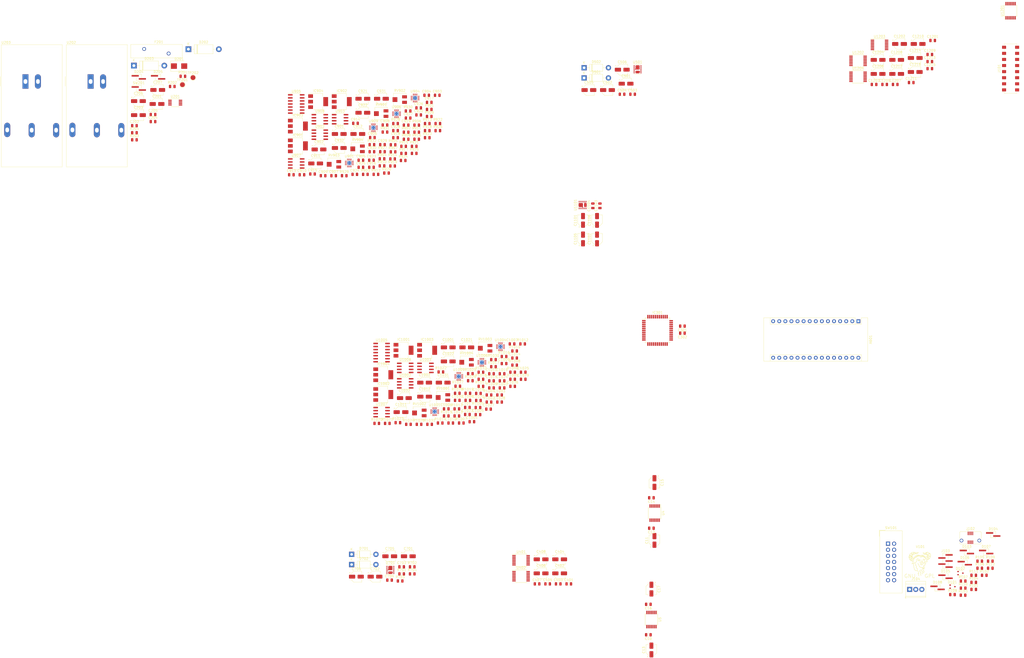
<source format=kicad_pcb>
(kicad_pcb (version 20171130) (host pcbnew "(5.1.2-1)-1")
  (title_block (title "Marine Induced Polarization RX Signal Routing Board") (date 2019-12-02) (rev 0.1) (company "Induced Polarization Associates, LLC") (comment 1 "drafted by jjr"))
  (layers (0 F.Cu signal) (1 In1.Cu power) (2 In2.Cu signal) (31 B.Cu power) (34 B.Paste user) (35 F.Paste user) (36 B.SilkS user) (37 F.SilkS user) (38 B.Mask user) (39 F.Mask user) (44 Edge.Cuts user))
  (net 0 "")
  (net 1 /crosspoint_switch_array/AX3)
  (net 2 /microcontroller/RX)
  (net 3 /microcontroller/AREF)
  (net 4 /microcontroller/A0)
  (net 5 GNDD)
  (net 6 /microcontroller/A1)
  (net 7 /crosspoint_switch_array/AX2)
  (net 8 /microcontroller/A2)
  (net 9 /crosspoint_switch_array/AX1)
  (net 10 /microcontroller/A3)
  (net 11 /crosspoint_switch_array/AX0)
  (net 12 /SDA)
  (net 13 /crosspoint_switch_array/AY0)
  (net 14 /SCL)
  (net 15 /crosspoint_switch_array/AY1)
  (net 16 /microcontroller/A6)
  (net 17 /crosspoint_switch_array/AY2)
  (net 18 /microcontroller/A7)
  (net 19 /microcontroller/D9)
  (net 20 SYSRESET)
  (net 21 /microcontroller/D10)
  (net 22 /crosspoint_switch_array/CS)
  (net 23 +5VD)
  (net 24 /microcontroller/D12)
  (net 25 /SCK)
  (net 26 +15V)
  (net 27 GNDREF)
  (net 28 -15V)
  (net 29 GNDA)
  (net 30 +7VA)
  (net 31 -5V)
  (net 32 -12VA)
  (net 33 +12VA)
  (net 34 /auto_gain_control/AGC_1_OUT)
  (net 35 /auto_gain_control/AGC_3_OUT)
  (net 36 +5VA)
  (net 37 -5VA)
  (net 38 /auto_gain_control/agc_1/AGC_A_GPOS)
  (net 39 /auto_gain_control/agc_1/AGC_C_GPOS)
  (net 40 /auto_gain_control/agc_1/AGC_A_FEEDBACK)
  (net 41 /auto_gain_control/agc_1/AGC_C_FEEDBACK)
  (net 42 /auto_gain_control/agc_1/AGC_B_FEEDBACK)
  (net 43 /auto_gain_control/agc_1/AGC_B_GPOS)
  (net 44 /auto_gain_control/agc_1/AGC_D_FEEDBACK)
  (net 45 /auto_gain_control/agc_1/AGC_D_GPOS)
  (net 46 /auto_gain_control/AGC_2_OUT)
  (net 47 /auto_gain_control/AGC_4_OUT)
  (net 48 /auto_gain_control/AGC_5_OUT)
  (net 49 /auto_gain_control/AGC_7_OUT)
  (net 50 /auto_gain_control/agc_2/AGC_A_GPOS)
  (net 51 /auto_gain_control/agc_2/AGC_C_GPOS)
  (net 52 /auto_gain_control/agc_2/AGC_A_FEEDBACK)
  (net 53 /auto_gain_control/agc_2/AGC_C_FEEDBACK)
  (net 54 /auto_gain_control/agc_2/AGC_B_GPOS)
  (net 55 /auto_gain_control/agc_2/AGC_B_FEEDBACK)
  (net 56 /auto_gain_control/agc_2/AGC_D_FEEDBACK)
  (net 57 /auto_gain_control/agc_2/AGC_D_GPOS)
  (net 58 /auto_gain_control/AGC_6_OUT)
  (net 59 /auto_gain_control/AGC_8_OUT)
  (net 60 +36V)
  (net 61 GNDPWR)
  (net 62 /crosspoint_switch_array/CH8P)
  (net 63 /crosspoint_switch_array/CH8N)
  (net 64 /crosspoint_switch_array/CH4P)
  (net 65 /crosspoint_switch_array/CH4N)
  (net 66 /crosspoint_switch_array/CH5P)
  (net 67 /crosspoint_switch_array/CH5N)
  (net 68 /crosspoint_switch_array/CH6P)
  (net 69 /crosspoint_switch_array/CH6N)
  (net 70 /crosspoint_switch_array/RH)
  (net 71 /crosspoint_switch_array/RG)
  (net 72 /crosspoint_switch_array/RF)
  (net 73 /crosspoint_switch_array/RE)
  (net 74 /crosspoint_switch_array/CH7N)
  (net 75 /crosspoint_switch_array/CH7P)
  (net 76 /crosspoint_switch_array/CH3N)
  (net 77 /crosspoint_switch_array/CH3P)
  (net 78 /crosspoint_switch_array/CH2N)
  (net 79 /crosspoint_switch_array/CH2P)
  (net 80 /crosspoint_switch_array/CH1N)
  (net 81 /crosspoint_switch_array/CH1P)
  (net 82 /crosspoint_switch_array/RA)
  (net 83 /crosspoint_switch_array/RB)
  (net 84 /crosspoint_switch_array/RC)
  (net 85 /crosspoint_switch_array/RD)
  (net 86 /RA)
  (net 87 /RB)
  (net 88 /RC)
  (net 89 /RD)
  (net 90 /RE)
  (net 91 /RF)
  (net 92 /RG)
  (net 93 /RH)
  (net 94 /auto_gain_control/agc_1/GNEG)
  (net 95 /auto_gain_control/agc_2/GNEG)
  (net 96 /auto_gain_control/agc_1/AGC_A_TRIM)
  (net 97 /auto_gain_control/agc_1/AGC_C_TRIM)
  (net 98 /auto_gain_control/agc_1/AGC_B_TRIM)
  (net 99 /auto_gain_control/agc_1/AGC_D_TRIM)
  (net 100 /auto_gain_control/agc_2/AGC_A_TRIM)
  (net 101 /auto_gain_control/agc_2/AGC_C_TRIM)
  (net 102 /auto_gain_control/agc_2/AGC_B_TRIM)
  (net 103 /auto_gain_control/agc_2/AGC_D_TRIM)
  (net 104 /output_drivers/CH1P_OUT)
  (net 105 /output_drivers/CH3P_OUT)
  (net 106 /output_drivers/CH5P_OUT)
  (net 107 /output_drivers/CH7P_OUT)
  (net 108 /output_drivers/CH8N_OUT)
  (net 109 /output_drivers/CH6N_OUT)
  (net 110 /output_drivers/CH4N_OUT)
  (net 111 /output_drivers/CH2N_OUT)
  (net 112 /output_drivers/CH2P_OUT)
  (net 113 /output_drivers/CH4P_OUT)
  (net 114 /output_drivers/CH6P_OUT)
  (net 115 /output_drivers/CH8P_OUT)
  (net 116 /output_drivers/CH7N_OUT)
  (net 117 /output_drivers/CH5N_OUT)
  (net 118 /output_drivers/CH3N_OUT)
  (net 119 /output_drivers/CH1N_OUT)
  (net 120 "Net-(A601-Pad17)")
  (net 121 "Net-(A601-Pad3)")
  (net 122 "Net-(A601-Pad11)")
  (net 123 "Net-(A601-Pad27)")
  (net 124 "Net-(C202-Pad2)")
  (net 125 "Net-(C503-Pad2)")
  (net 126 "Net-(C504-Pad1)")
  (net 127 "Net-(C703-Pad2)")
  (net 128 "Net-(C704-Pad1)")
  (net 129 "Net-(C901-Pad1)")
  (net 130 "Net-(C902-Pad1)")
  (net 131 "Net-(C903-Pad2)")
  (net 132 "Net-(C904-Pad2)")
  (net 133 "Net-(C905-Pad2)")
  (net 134 "Net-(C905-Pad1)")
  (net 135 "Net-(C906-Pad2)")
  (net 136 "Net-(C906-Pad1)")
  (net 137 "Net-(C909-Pad1)")
  (net 138 "Net-(C910-Pad1)")
  (net 139 "Net-(C911-Pad1)")
  (net 140 "Net-(C912-Pad1)")
  (net 141 "Net-(C913-Pad2)")
  (net 142 "Net-(C914-Pad2)")
  (net 143 "Net-(C919-Pad2)")
  (net 144 "Net-(C920-Pad2)")
  (net 145 "Net-(C921-Pad1)")
  (net 146 "Net-(C922-Pad1)")
  (net 147 "Net-(C923-Pad1)")
  (net 148 "Net-(C924-Pad1)")
  (net 149 "Net-(C927-Pad1)")
  (net 150 "Net-(C927-Pad2)")
  (net 151 "Net-(C928-Pad1)")
  (net 152 "Net-(C928-Pad2)")
  (net 153 "Net-(C929-Pad2)")
  (net 154 "Net-(C929-Pad1)")
  (net 155 "Net-(C930-Pad2)")
  (net 156 "Net-(C930-Pad1)")
  (net 157 "Net-(C1001-Pad1)")
  (net 158 "Net-(C1002-Pad1)")
  (net 159 "Net-(C1003-Pad2)")
  (net 160 "Net-(C1004-Pad2)")
  (net 161 "Net-(C1005-Pad2)")
  (net 162 "Net-(C1005-Pad1)")
  (net 163 "Net-(C1006-Pad2)")
  (net 164 "Net-(C1006-Pad1)")
  (net 165 "Net-(C1009-Pad1)")
  (net 166 "Net-(C1010-Pad1)")
  (net 167 "Net-(C1011-Pad1)")
  (net 168 "Net-(C1012-Pad1)")
  (net 169 "Net-(C1013-Pad2)")
  (net 170 "Net-(C1014-Pad2)")
  (net 171 "Net-(C1019-Pad2)")
  (net 172 "Net-(C1020-Pad2)")
  (net 173 "Net-(C1021-Pad1)")
  (net 174 "Net-(C1022-Pad1)")
  (net 175 "Net-(C1023-Pad1)")
  (net 176 "Net-(C1024-Pad1)")
  (net 177 "Net-(C1027-Pad1)")
  (net 178 "Net-(C1027-Pad2)")
  (net 179 "Net-(C1028-Pad2)")
  (net 180 "Net-(C1028-Pad1)")
  (net 181 "Net-(C1029-Pad2)")
  (net 182 "Net-(C1029-Pad1)")
  (net 183 "Net-(C1030-Pad1)")
  (net 184 "Net-(C1030-Pad2)")
  (net 185 "Net-(C1103-Pad2)")
  (net 186 "Net-(C1104-Pad2)")
  (net 187 "Net-(D103-Pad1)")
  (net 188 "Net-(D103-Pad2)")
  (net 189 "Net-(D104-Pad2)")
  (net 190 "Net-(D104-Pad1)")
  (net 191 "Net-(D105-Pad2)")
  (net 192 "Net-(D105-Pad1)")
  (net 193 "Net-(D106-Pad1)")
  (net 194 "Net-(D106-Pad2)")
  (net 195 "Net-(D107-Pad1)")
  (net 196 "Net-(D107-Pad2)")
  (net 197 "Net-(D108-Pad2)")
  (net 198 "Net-(D108-Pad1)")
  (net 199 "Net-(D202-Pad2)")
  (net 200 "Net-(D203-Pad2)")
  (net 201 "Net-(D204-Pad1)")
  (net 202 "Net-(D205-Pad1)")
  (net 203 "Net-(F201-Pad2)")
  (net 204 "Net-(F201-Pad1)")
  (net 205 "Net-(IC301-Pad1)")
  (net 206 "Net-(IC301-Pad11)")
  (net 207 "Net-(IC301-Pad22)")
  (net 208 "Net-(IC301-Pad23)")
  (net 209 "Net-(IC301-Pad33)")
  (net 210 "Net-(IC301-Pad41)")
  (net 211 "Net-(R701-Pad2)")
  (net 212 "Net-(R703-Pad2)")
  (net 213 "Net-(R905-Pad1)")
  (net 214 "Net-(R906-Pad1)")
  (net 215 "Net-(R909-Pad1)")
  (net 216 "Net-(R910-Pad1)")
  (net 217 "Net-(R923-Pad1)")
  (net 218 "Net-(R924-Pad1)")
  (net 219 "Net-(R927-Pad1)")
  (net 220 "Net-(R928-Pad1)")
  (net 221 "Net-(R1005-Pad1)")
  (net 222 "Net-(R1006-Pad1)")
  (net 223 "Net-(R1009-Pad1)")
  (net 224 "Net-(R1010-Pad1)")
  (net 225 "Net-(R1023-Pad1)")
  (net 226 "Net-(R1024-Pad1)")
  (net 227 "Net-(R1027-Pad1)")
  (net 228 "Net-(R1028-Pad1)")
  (net 229 "Net-(U201-Pad6)")
  (net 230 "Net-(U201-Pad7)")
  (net 231 "Net-(U202-Pad4)")
  (net 232 "Net-(U203-Pad4)")
  (net 233 "Net-(U501-Pad2)")
  (net 234 "Net-(U501-Pad8)")
  (net 235 "Net-(U501-Pad13)")
  (net 236 "Net-(U701-Pad13)")
  (net 237 "Net-(U901-Pad16)")
  (net 238 "Net-(U901-Pad15)")
  (net 239 "Net-(U901-Pad14)")
  (net 240 "Net-(U901-Pad7)")
  (net 241 "Net-(U901-Pad6)")
  (net 242 "Net-(U902-Pad3)")
  (net 243 "Net-(U903-Pad3)")
  (net 244 "Net-(U904-Pad6)")
  (net 245 "Net-(U904-Pad7)")
  (net 246 "Net-(U904-Pad14)")
  (net 247 "Net-(U904-Pad15)")
  (net 248 "Net-(U904-Pad16)")
  (net 249 "Net-(U906-Pad16)")
  (net 250 "Net-(U906-Pad15)")
  (net 251 "Net-(U906-Pad14)")
  (net 252 "Net-(U906-Pad7)")
  (net 253 "Net-(U906-Pad6)")
  (net 254 "Net-(U907-Pad3)")
  (net 255 "Net-(U908-Pad3)")
  (net 256 "Net-(U909-Pad6)")
  (net 257 "Net-(U909-Pad7)")
  (net 258 "Net-(U909-Pad14)")
  (net 259 "Net-(U909-Pad15)")
  (net 260 "Net-(U909-Pad16)")
  (net 261 "Net-(U1001-Pad6)")
  (net 262 "Net-(U1001-Pad7)")
  (net 263 "Net-(U1001-Pad14)")
  (net 264 "Net-(U1001-Pad15)")
  (net 265 "Net-(U1001-Pad16)")
  (net 266 "Net-(U1002-Pad3)")
  (net 267 "Net-(U1003-Pad3)")
  (net 268 "Net-(U1004-Pad16)")
  (net 269 "Net-(U1004-Pad15)")
  (net 270 "Net-(U1004-Pad14)")
  (net 271 "Net-(U1004-Pad7)")
  (net 272 "Net-(U1004-Pad6)")
  (net 273 "Net-(U1006-Pad16)")
  (net 274 "Net-(U1006-Pad15)")
  (net 275 "Net-(U1006-Pad14)")
  (net 276 "Net-(U1006-Pad7)")
  (net 277 "Net-(U1006-Pad6)")
  (net 278 "Net-(U1007-Pad3)")
  (net 279 "Net-(U1008-Pad3)")
  (net 280 "Net-(U1009-Pad6)")
  (net 281 "Net-(U1009-Pad7)")
  (net 282 "Net-(U1009-Pad14)")
  (net 283 "Net-(U1009-Pad15)")
  (net 284 "Net-(U1009-Pad16)")
  (net 285 "Net-(U1101-Pad13)")
  (net 286 "Net-(U1101-Pad8)")
  (net 287 "Net-(U1101-Pad2)")
  (module Capacitor_SMD:C_0805_2012Metric (layer F.Cu) (at 293.37 266.7 180)
    (fp_text reference C10 (at 0 -1.65) (layer F.SilkS))
    (fp_text value 0.1uF)
    (pad 1 smd roundrect (at -0.9375 0 180) (size 0.975 1.4) (layers F.Cu F.Paste F.Mask) (net 32 -12VA))
    (pad 2 smd roundrect (at 0.9375 0 180) (size 0.975 1.4) (layers F.Cu F.Paste F.Mask) (net 29 GNDA))
  )
  (module Capacitor_SMD:CP_Elec_4x5.4 (layer F.Cu) (at 295.91 227.33 90)
    (fp_text reference C11 (at 0 -3.2 90) (layer F.SilkS))
    (fp_text value 10uF)
    (pad 2 smd roundrect (at 1.8 0 90) (size 2.6 1.6) (layers F.Cu F.Paste F.Mask) (roundrect_rratio 0.15625) (net 32 -12VA))
    (pad 1 smd roundrect (at -1.8 0 90) (size 2.6 1.6) (layers F.Cu F.Paste F.Mask) (roundrect_rratio 0.15625) (net 29 GNDA))
  )
  (module Capacitor_SMD:C_0805_2012Metric (layer F.Cu) (at 294.64 222.25 180)
    (fp_text reference C12 (at 0 -1.65) (layer F.SilkS))
    (fp_text value 0.1uF)
    (pad 2 smd roundrect (at 0.9375 0 180) (size 0.975 1.4) (layers F.Cu F.Paste F.Mask) (net 29 GNDA))
    (pad 1 smd roundrect (at -0.9375 0 180) (size 0.975 1.4) (layers F.Cu F.Paste F.Mask) (net 32 -12VA))
  )
  (module Capacitor_SMD:CP_Elec_4x5.4 (layer F.Cu) (at 294.64 273.05 90)
    (fp_text reference C13 (at 0 -3.2 90) (layer F.SilkS))
    (fp_text value 10uF)
    (pad 2 smd roundrect (at 1.8 0 90) (size 2.6 1.6) (layers F.Cu F.Paste F.Mask) (roundrect_rratio 0.15625) (net 32 -12VA))
    (pad 1 smd roundrect (at -1.8 0 90) (size 2.6 1.6) (layers F.Cu F.Paste F.Mask) (roundrect_rratio 0.15625) (net 29 GNDA))
  )
  (module Capacitor_SMD:C_0805_2012Metric (layer F.Cu) (at 294.64 209.55 180)
    (fp_text reference C14 (at 0 -1.65) (layer F.SilkS))
    (fp_text value 0.1uF)
    (pad 2 smd roundrect (at 0.9375 0 180) (size 0.975 1.4) (layers F.Cu F.Paste F.Mask) (net 29 GNDA))
    (pad 1 smd roundrect (at -0.9375 0 180) (size 0.975 1.4) (layers F.Cu F.Paste F.Mask) (net 33 +12VA))
  )
  (module Capacitor_SMD:CP_Elec_4x5.4 (layer F.Cu) (at 295.91 203.2 270)
    (fp_text reference C15 (at 0 -3.2 90) (layer F.SilkS))
    (fp_text value 10uF)
    (pad 1 smd roundrect (at -1.8 0 270) (size 2.6 1.6) (layers F.Cu F.Paste F.Mask) (roundrect_rratio 0.15625) (net 29 GNDA))
    (pad 2 smd roundrect (at 1.8 0 270) (size 2.6 1.6) (layers F.Cu F.Paste F.Mask) (roundrect_rratio 0.15625) (net 33 +12VA))
  )
  (module Capacitor_SMD:C_0805_2012Metric (layer F.Cu) (at 293.37 254 180)
    (fp_text reference C16 (at 0 -1.65) (layer F.SilkS))
    (fp_text value 0.1uF)
    (pad 1 smd roundrect (at -0.9375 0 180) (size 0.975 1.4) (layers F.Cu F.Paste F.Mask) (net 33 +12VA))
    (pad 2 smd roundrect (at 0.9375 0 180) (size 0.975 1.4) (layers F.Cu F.Paste F.Mask) (net 29 GNDA))
  )
  (module Capacitor_SMD:CP_Elec_4x5.4 (layer F.Cu) (at 294.64 247.65 270)
    (fp_text reference C17 (at 0 -3.2 90) (layer F.SilkS))
    (fp_text value 10uF)
    (pad 1 smd roundrect (at -1.8 0 270) (size 2.6 1.6) (layers F.Cu F.Paste F.Mask) (roundrect_rratio 0.15625) (net 29 GNDA))
    (pad 2 smd roundrect (at 1.8 0 270) (size 2.6 1.6) (layers F.Cu F.Paste F.Mask) (roundrect_rratio 0.15625) (net 33 +12VA))
  )
  (module Package_SO:TSSOP-14_4.4x5mm_P0.65mm (layer F.Cu) (at 295.994999 215.935001 270)
    (fp_text reference U4 (at 0 -3.55 90) (layer F.SilkS))
    (fp_text value ADA4807-4)
    (pad 14 smd rect (at 2.95 -1.95 270) (size 1.45 0.45) (layers F.Cu F.Paste F.Mask) (net 85 /crosspoint_switch_array/RD))
    (pad 13 smd rect (at 2.95 -1.3 270) (size 1.45 0.45) (layers F.Cu F.Paste F.Mask) (net 85 /crosspoint_switch_array/RD))
    (pad 12 smd rect (at 2.95 -0.65 270) (size 1.45 0.45) (layers F.Cu F.Paste F.Mask) (net 47 /auto_gain_control/AGC_4_OUT))
    (pad 11 smd rect (at 2.95 0 270) (size 1.45 0.45) (layers F.Cu F.Paste F.Mask) (net 32 -12VA))
    (pad 10 smd rect (at 2.95 0.65 270) (size 1.45 0.45) (layers F.Cu F.Paste F.Mask) (net 35 /auto_gain_control/AGC_3_OUT))
    (pad 9 smd rect (at 2.95 1.3 270) (size 1.45 0.45) (layers F.Cu F.Paste F.Mask) (net 84 /crosspoint_switch_array/RC))
    (pad 8 smd rect (at 2.95 1.95 270) (size 1.45 0.45) (layers F.Cu F.Paste F.Mask) (net 84 /crosspoint_switch_array/RC))
    (pad 7 smd rect (at -2.95 1.95 270) (size 1.45 0.45) (layers F.Cu F.Paste F.Mask) (net 83 /crosspoint_switch_array/RB))
    (pad 6 smd rect (at -2.95 1.3 270) (size 1.45 0.45) (layers F.Cu F.Paste F.Mask) (net 83 /crosspoint_switch_array/RB))
    (pad 5 smd rect (at -2.95 0.65 270) (size 1.45 0.45) (layers F.Cu F.Paste F.Mask) (net 46 /auto_gain_control/AGC_2_OUT))
    (pad 4 smd rect (at -2.95 0 270) (size 1.45 0.45) (layers F.Cu F.Paste F.Mask) (net 33 +12VA))
    (pad 3 smd rect (at -2.95 -0.65 270) (size 1.45 0.45) (layers F.Cu F.Paste F.Mask) (net 34 /auto_gain_control/AGC_1_OUT))
    (pad 2 smd rect (at -2.95 -1.3 270) (size 1.45 0.45) (layers F.Cu F.Paste F.Mask) (net 82 /crosspoint_switch_array/RA))
    (pad 1 smd rect (at -2.95 -1.95 270) (size 1.45 0.45) (layers F.Cu F.Paste F.Mask) (net 82 /crosspoint_switch_array/RA))
  )
  (module Package_SO:TSSOP-14_4.4x5mm_P0.65mm (layer F.Cu) (at 294.64 260.35 270)
    (fp_text reference U5 (at 0 -3.55 90) (layer F.SilkS))
    (fp_text value ADA4807-4)
    (pad 1 smd rect (at -2.95 -1.95 270) (size 1.45 0.45) (layers F.Cu F.Paste F.Mask) (net 73 /crosspoint_switch_array/RE))
    (pad 2 smd rect (at -2.95 -1.3 270) (size 1.45 0.45) (layers F.Cu F.Paste F.Mask) (net 73 /crosspoint_switch_array/RE))
    (pad 3 smd rect (at -2.95 -0.65 270) (size 1.45 0.45) (layers F.Cu F.Paste F.Mask) (net 48 /auto_gain_control/AGC_5_OUT))
    (pad 4 smd rect (at -2.95 0 270) (size 1.45 0.45) (layers F.Cu F.Paste F.Mask) (net 33 +12VA))
    (pad 5 smd rect (at -2.95 0.65 270) (size 1.45 0.45) (layers F.Cu F.Paste F.Mask) (net 58 /auto_gain_control/AGC_6_OUT))
    (pad 6 smd rect (at -2.95 1.3 270) (size 1.45 0.45) (layers F.Cu F.Paste F.Mask) (net 72 /crosspoint_switch_array/RF))
    (pad 7 smd rect (at -2.95 1.95 270) (size 1.45 0.45) (layers F.Cu F.Paste F.Mask) (net 72 /crosspoint_switch_array/RF))
    (pad 8 smd rect (at 2.95 1.95 270) (size 1.45 0.45) (layers F.Cu F.Paste F.Mask) (net 71 /crosspoint_switch_array/RG))
    (pad 9 smd rect (at 2.95 1.3 270) (size 1.45 0.45) (layers F.Cu F.Paste F.Mask) (net 71 /crosspoint_switch_array/RG))
    (pad 10 smd rect (at 2.95 0.65 270) (size 1.45 0.45) (layers F.Cu F.Paste F.Mask) (net 49 /auto_gain_control/AGC_7_OUT))
    (pad 11 smd rect (at 2.95 0 270) (size 1.45 0.45) (layers F.Cu F.Paste F.Mask) (net 32 -12VA))
    (pad 12 smd rect (at 2.95 -0.65 270) (size 1.45 0.45) (layers F.Cu F.Paste F.Mask) (net 59 /auto_gain_control/AGC_8_OUT))
    (pad 13 smd rect (at 2.95 -1.3 270) (size 1.45 0.45) (layers F.Cu F.Paste F.Mask) (net 70 /crosspoint_switch_array/RH))
    (pad 14 smd rect (at 2.95 -1.95 270) (size 1.45 0.45) (layers F.Cu F.Paste F.Mask) (net 70 /crosspoint_switch_array/RH))
  )
  (module Module:Arduino_Nano (layer F.Cu) (at 381 135.89 270)
    (fp_text reference A601 (at 7.62 -5.08 90) (layer F.SilkS))
    (fp_text value Arduino_Nano_v3.x)
    (pad 1 thru_hole rect (at 0 0 270) (size 1.6 1.6) (drill 0.8) (layers *.Cu *.Mask) (net 1 /crosspoint_switch_array/AX3))
    (pad 17 thru_hole oval (at 15.24 33.02 270) (size 1.6 1.6) (drill 0.8) (layers *.Cu *.Mask) (net 120 "Net-(A601-Pad17)"))
    (pad 2 thru_hole oval (at 0 2.54 270) (size 1.6 1.6) (drill 0.8) (layers *.Cu *.Mask) (net 2 /microcontroller/RX))
    (pad 18 thru_hole oval (at 15.24 30.48 270) (size 1.6 1.6) (drill 0.8) (layers *.Cu *.Mask) (net 3 /microcontroller/AREF))
    (pad 3 thru_hole oval (at 0 5.08 270) (size 1.6 1.6) (drill 0.8) (layers *.Cu *.Mask) (net 121 "Net-(A601-Pad3)"))
    (pad 19 thru_hole oval (at 15.24 27.94 270) (size 1.6 1.6) (drill 0.8) (layers *.Cu *.Mask) (net 4 /microcontroller/A0))
    (pad 4 thru_hole oval (at 0 7.62 270) (size 1.6 1.6) (drill 0.8) (layers *.Cu *.Mask) (net 5 GNDD))
    (pad 20 thru_hole oval (at 15.24 25.4 270) (size 1.6 1.6) (drill 0.8) (layers *.Cu *.Mask) (net 6 /microcontroller/A1))
    (pad 5 thru_hole oval (at 0 10.16 270) (size 1.6 1.6) (drill 0.8) (layers *.Cu *.Mask) (net 7 /crosspoint_switch_array/AX2))
    (pad 21 thru_hole oval (at 15.24 22.86 270) (size 1.6 1.6) (drill 0.8) (layers *.Cu *.Mask) (net 8 /microcontroller/A2))
    (pad 6 thru_hole oval (at 0 12.7 270) (size 1.6 1.6) (drill 0.8) (layers *.Cu *.Mask) (net 9 /crosspoint_switch_array/AX1))
    (pad 22 thru_hole oval (at 15.24 20.32 270) (size 1.6 1.6) (drill 0.8) (layers *.Cu *.Mask) (net 10 /microcontroller/A3))
    (pad 7 thru_hole oval (at 0 15.24 270) (size 1.6 1.6) (drill 0.8) (layers *.Cu *.Mask) (net 11 /crosspoint_switch_array/AX0))
    (pad 23 thru_hole oval (at 15.24 17.78 270) (size 1.6 1.6) (drill 0.8) (layers *.Cu *.Mask) (net 12 /SDA))
    (pad 8 thru_hole oval (at 0 17.78 270) (size 1.6 1.6) (drill 0.8) (layers *.Cu *.Mask) (net 13 /crosspoint_switch_array/AY0))
    (pad 24 thru_hole oval (at 15.24 15.24 270) (size 1.6 1.6) (drill 0.8) (layers *.Cu *.Mask) (net 14 /SCL))
    (pad 9 thru_hole oval (at 0 20.32 270) (size 1.6 1.6) (drill 0.8) (layers *.Cu *.Mask) (net 15 /crosspoint_switch_array/AY1))
    (pad 25 thru_hole oval (at 15.24 12.7 270) (size 1.6 1.6) (drill 0.8) (layers *.Cu *.Mask) (net 16 /microcontroller/A6))
    (pad 10 thru_hole oval (at 0 22.86 270) (size 1.6 1.6) (drill 0.8) (layers *.Cu *.Mask) (net 17 /crosspoint_switch_array/AY2))
    (pad 26 thru_hole oval (at 15.24 10.16 270) (size 1.6 1.6) (drill 0.8) (layers *.Cu *.Mask) (net 18 /microcontroller/A7))
    (pad 11 thru_hole oval (at 0 25.4 270) (size 1.6 1.6) (drill 0.8) (layers *.Cu *.Mask) (net 122 "Net-(A601-Pad11)"))
    (pad 27 thru_hole oval (at 15.24 7.62 270) (size 1.6 1.6) (drill 0.8) (layers *.Cu *.Mask) (net 123 "Net-(A601-Pad27)"))
    (pad 12 thru_hole oval (at 0 27.94 270) (size 1.6 1.6) (drill 0.8) (layers *.Cu *.Mask) (net 19 /microcontroller/D9))
    (pad 28 thru_hole oval (at 15.24 5.08 270) (size 1.6 1.6) (drill 0.8) (layers *.Cu *.Mask) (net 20 SYSRESET))
    (pad 13 thru_hole oval (at 0 30.48 270) (size 1.6 1.6) (drill 0.8) (layers *.Cu *.Mask) (net 21 /microcontroller/D10))
    (pad 29 thru_hole oval (at 15.24 2.54 270) (size 1.6 1.6) (drill 0.8) (layers *.Cu *.Mask) (net 5 GNDD))
    (pad 14 thru_hole oval (at 0 33.02 270) (size 1.6 1.6) (drill 0.8) (layers *.Cu *.Mask) (net 22 /crosspoint_switch_array/CS))
    (pad 30 thru_hole oval (at 15.24 0 270) (size 1.6 1.6) (drill 0.8) (layers *.Cu *.Mask) (net 23 +5VD))
    (pad 15 thru_hole oval (at 0 35.56 270) (size 1.6 1.6) (drill 0.8) (layers *.Cu *.Mask) (net 24 /microcontroller/D12))
    (pad 16 thru_hole oval (at 15.24 35.56 270) (size 1.6 1.6) (drill 0.8) (layers *.Cu *.Mask) (net 25 /SCK))
  )
  (module Capacitor_SMD:CP_Elec_4x5.4 (layer F.Cu) (at 88.365001 45.245001)
    (fp_text reference C201 (at 0 -3.2) (layer F.SilkS))
    (fp_text value 10uF)
    (pad 2 smd roundrect (at 1.8 0) (size 2.6 1.6) (layers F.Cu F.Paste F.Mask) (roundrect_rratio 0.15625) (net 5 GNDD))
    (pad 1 smd roundrect (at -1.8 0) (size 2.6 1.6) (layers F.Cu F.Paste F.Mask) (roundrect_rratio 0.15625) (net 26 +15V))
  )
  (module Capacitor_SMD:C_0805_2012Metric (layer F.Cu) (at 78.945001 54.295001)
    (fp_text reference C202 (at 0 -1.65) (layer F.SilkS))
    (fp_text value 0.01uF)
    (pad 1 smd roundrect (at -0.9375 0) (size 0.975 1.4) (layers F.Cu F.Paste F.Mask) (net 23 +5VD))
    (pad 2 smd roundrect (at 0.9375 0) (size 0.975 1.4) (layers F.Cu F.Paste F.Mask) (net 124 "Net-(C202-Pad2)"))
  )
  (module Capacitor_SMD:CP_Elec_4x5.4 (layer F.Cu) (at 80.615001 49.895001)
    (fp_text reference C203 (at 0 -3.2) (layer F.SilkS))
    (fp_text value 10uF)
    (pad 1 smd roundrect (at -1.8 0) (size 2.6 1.6) (layers F.Cu F.Paste F.Mask) (roundrect_rratio 0.15625) (net 23 +5VD))
    (pad 2 smd roundrect (at 1.8 0) (size 2.6 1.6) (layers F.Cu F.Paste F.Mask) (roundrect_rratio 0.15625) (net 5 GNDD))
  )
  (module Capacitor_SMD:C_0805_2012Metric (layer F.Cu) (at 86.695001 52.595001)
    (fp_text reference C204 (at 0 -1.65) (layer F.SilkS))
    (fp_text value 0.01uF)
    (pad 2 smd roundrect (at 0.9375 0) (size 0.975 1.4) (layers F.Cu F.Paste F.Mask) (net 27 GNDREF))
    (pad 1 smd roundrect (at -0.9375 0) (size 0.975 1.4) (layers F.Cu F.Paste F.Mask) (net 26 +15V))
  )
  (module Capacitor_SMD:C_0805_2012Metric (layer F.Cu) (at 86.695001 49.645001)
    (fp_text reference C205 (at 0 -1.65) (layer F.SilkS))
    (fp_text value 0.01uF)
    (pad 1 smd roundrect (at -0.9375 0) (size 0.975 1.4) (layers F.Cu F.Paste F.Mask) (net 27 GNDREF))
    (pad 2 smd roundrect (at 0.9375 0) (size 0.975 1.4) (layers F.Cu F.Paste F.Mask) (net 28 -15V))
  )
  (module Capacitor_SMD:CP_Elec_4x5.4 (layer F.Cu) (at 80.615001 44.045001)
    (fp_text reference C206 (at 0 -3.2) (layer F.SilkS))
    (fp_text value 10uF)
    (pad 1 smd roundrect (at -1.8 0) (size 2.6 1.6) (layers F.Cu F.Paste F.Mask) (roundrect_rratio 0.15625) (net 26 +15V))
    (pad 2 smd roundrect (at 1.8 0) (size 2.6 1.6) (layers F.Cu F.Paste F.Mask) (roundrect_rratio 0.15625) (net 27 GNDREF))
  )
  (module Capacitor_SMD:CP_Elec_4x5.4 (layer F.Cu) (at 88.665001 39.395001)
    (fp_text reference C207 (at 0 -3.2) (layer F.SilkS))
    (fp_text value 10uF)
    (pad 1 smd roundrect (at -1.8 0) (size 2.6 1.6) (layers F.Cu F.Paste F.Mask) (roundrect_rratio 0.15625) (net 27 GNDREF))
    (pad 2 smd roundrect (at 1.8 0) (size 2.6 1.6) (layers F.Cu F.Paste F.Mask) (roundrect_rratio 0.15625) (net 28 -15V))
  )
  (module Capacitor_SMD:C_0805_2012Metric (layer F.Cu) (at 307.574999 137.924999 180)
    (fp_text reference C301 (at 0 -1.65) (layer F.SilkS))
    (fp_text value 0.01uF)
    (pad 2 smd roundrect (at 0.9375 0 180) (size 0.975 1.4) (layers F.Cu F.Paste F.Mask) (net 30 +7VA))
    (pad 1 smd roundrect (at -0.9375 0 180) (size 0.975 1.4) (layers F.Cu F.Paste F.Mask) (net 29 GNDA))
  )
  (module Capacitor_SMD:C_0805_2012Metric (layer F.Cu) (at 307.574999 140.874999 180)
    (fp_text reference C302 (at 0 -1.65) (layer F.SilkS))
    (fp_text value 0.01uF)
    (pad 1 smd roundrect (at -0.9375 0 180) (size 0.975 1.4) (layers F.Cu F.Paste F.Mask) (net 29 GNDA))
    (pad 2 smd roundrect (at 0.9375 0 180) (size 0.975 1.4) (layers F.Cu F.Paste F.Mask) (net 31 -5V))
  )
  (module Capacitor_SMD:C_0805_2012Metric (layer F.Cu) (at 260.165001 245.475001)
    (fp_text reference C401 (at 0 -1.65) (layer F.SilkS))
    (fp_text value 0.1uF)
    (pad 2 smd roundrect (at 0.9375 0) (size 0.975 1.4) (layers F.Cu F.Paste F.Mask) (net 29 GNDA))
    (pad 1 smd roundrect (at -0.9375 0) (size 0.975 1.4) (layers F.Cu F.Paste F.Mask) (net 32 -12VA))
  )
  (module Capacitor_SMD:CP_Elec_4x5.4 (layer F.Cu) (at 256.355001 241.075001)
    (fp_text reference C402 (at 0 -3.2) (layer F.SilkS))
    (fp_text value 10uF)
    (pad 2 smd roundrect (at 1.8 0) (size 2.6 1.6) (layers F.Cu F.Paste F.Mask) (roundrect_rratio 0.15625) (net 32 -12VA))
    (pad 1 smd roundrect (at -1.8 0) (size 2.6 1.6) (layers F.Cu F.Paste F.Mask) (roundrect_rratio 0.15625) (net 29 GNDA))
  )
  (module Capacitor_SMD:C_0805_2012Metric (layer F.Cu) (at 255.755001 245.475001)
    (fp_text reference C403 (at 0 -1.65) (layer F.SilkS))
    (fp_text value 0.1uF)
    (pad 1 smd roundrect (at -0.9375 0) (size 0.975 1.4) (layers F.Cu F.Paste F.Mask) (net 32 -12VA))
    (pad 2 smd roundrect (at 0.9375 0) (size 0.975 1.4) (layers F.Cu F.Paste F.Mask) (net 29 GNDA))
  )
  (module Capacitor_SMD:CP_Elec_4x5.4 (layer F.Cu) (at 256.355001 235.225001)
    (fp_text reference C404 (at 0 -3.2) (layer F.SilkS))
    (fp_text value 10uF)
    (pad 2 smd roundrect (at 1.8 0) (size 2.6 1.6) (layers F.Cu F.Paste F.Mask) (roundrect_rratio 0.15625) (net 32 -12VA))
    (pad 1 smd roundrect (at -1.8 0) (size 2.6 1.6) (layers F.Cu F.Paste F.Mask) (roundrect_rratio 0.15625) (net 29 GNDA))
  )
  (module Capacitor_SMD:C_0805_2012Metric (layer F.Cu) (at 251.345001 245.475001)
    (fp_text reference C405 (at 0 -1.65) (layer F.SilkS))
    (fp_text value 0.1uF)
    (pad 1 smd roundrect (at -0.9375 0) (size 0.975 1.4) (layers F.Cu F.Paste F.Mask) (net 33 +12VA))
    (pad 2 smd roundrect (at 0.9375 0) (size 0.975 1.4) (layers F.Cu F.Paste F.Mask) (net 29 GNDA))
  )
  (module Capacitor_SMD:CP_Elec_4x5.4 (layer F.Cu) (at 248.605001 241.075001)
    (fp_text reference C406 (at 0 -3.2) (layer F.SilkS))
    (fp_text value 10uF)
    (pad 1 smd roundrect (at -1.8 0) (size 2.6 1.6) (layers F.Cu F.Paste F.Mask) (roundrect_rratio 0.15625) (net 29 GNDA))
    (pad 2 smd roundrect (at 1.8 0) (size 2.6 1.6) (layers F.Cu F.Paste F.Mask) (roundrect_rratio 0.15625) (net 33 +12VA))
  )
  (module Capacitor_SMD:C_0805_2012Metric (layer F.Cu) (at 246.935001 245.475001)
    (fp_text reference C407 (at 0 -1.65) (layer F.SilkS))
    (fp_text value 0.1uF)
    (pad 1 smd roundrect (at -0.9375 0) (size 0.975 1.4) (layers F.Cu F.Paste F.Mask) (net 33 +12VA))
    (pad 2 smd roundrect (at 0.9375 0) (size 0.975 1.4) (layers F.Cu F.Paste F.Mask) (net 29 GNDA))
  )
  (module Capacitor_SMD:CP_Elec_4x5.4 (layer F.Cu) (at 248.605001 235.225001)
    (fp_text reference C408 (at 0 -3.2) (layer F.SilkS))
    (fp_text value 10uF)
    (pad 1 smd roundrect (at -1.8 0) (size 2.6 1.6) (layers F.Cu F.Paste F.Mask) (roundrect_rratio 0.15625) (net 29 GNDA))
    (pad 2 smd roundrect (at 1.8 0) (size 2.6 1.6) (layers F.Cu F.Paste F.Mask) (roundrect_rratio 0.15625) (net 33 +12VA))
  )
  (module Capacitor_SMD:CP_Elec_4x5.4 (layer F.Cu) (at 284.055001 36.785001)
    (fp_text reference C501 (at 0 -3.2) (layer F.SilkS))
    (fp_text value 10uF)
    (pad 2 smd roundrect (at 1.8 0) (size 2.6 1.6) (layers F.Cu F.Paste F.Mask) (roundrect_rratio 0.15625) (net 29 GNDA))
    (pad 1 smd roundrect (at -1.8 0) (size 2.6 1.6) (layers F.Cu F.Paste F.Mask) (roundrect_rratio 0.15625) (net 26 +15V))
  )
  (module Capacitor_SMD:CP_Elec_4x5.4 (layer F.Cu) (at 276.305001 39.435001)
    (fp_text reference C502 (at 0 -3.2) (layer F.SilkS))
    (fp_text value 10uF)
    (pad 2 smd roundrect (at 1.8 0) (size 2.6 1.6) (layers F.Cu F.Paste F.Mask) (roundrect_rratio 0.15625) (net 28 -15V))
    (pad 1 smd roundrect (at -1.8 0) (size 2.6 1.6) (layers F.Cu F.Paste F.Mask) (roundrect_rratio 0.15625) (net 29 GNDA))
  )
  (module Capacitor_SMD:C_0805_2012Metric (layer F.Cu) (at 286.795001 41.185001)
    (fp_text reference C503 (at 0 -1.65) (layer F.SilkS))
    (fp_text value 0.01uF)
    (pad 2 smd roundrect (at 0.9375 0) (size 0.975 1.4) (layers F.Cu F.Paste F.Mask) (net 125 "Net-(C503-Pad2)"))
    (pad 1 smd roundrect (at -0.9375 0) (size 0.975 1.4) (layers F.Cu F.Paste F.Mask) (net 33 +12VA))
  )
  (module Capacitor_SMD:C_0805_2012Metric (layer F.Cu) (at 282.385001 41.185001)
    (fp_text reference C504 (at 0 -1.65) (layer F.SilkS))
    (fp_text value 0.01uF)
    (pad 1 smd roundrect (at -0.9375 0) (size 0.975 1.4) (layers F.Cu F.Paste F.Mask) (net 126 "Net-(C504-Pad1)"))
    (pad 2 smd roundrect (at 0.9375 0) (size 0.975 1.4) (layers F.Cu F.Paste F.Mask) (net 32 -12VA))
  )
  (module Capacitor_SMD:CP_Elec_4x5.4 (layer F.Cu) (at 268.555001 39.435001)
    (fp_text reference C505 (at 0 -3.2) (layer F.SilkS))
    (fp_text value 10uF)
    (pad 2 smd roundrect (at 1.8 0) (size 2.6 1.6) (layers F.Cu F.Paste F.Mask) (roundrect_rratio 0.15625) (net 29 GNDA))
    (pad 1 smd roundrect (at -1.8 0) (size 2.6 1.6) (layers F.Cu F.Paste F.Mask) (roundrect_rratio 0.15625) (net 33 +12VA))
  )
  (module Capacitor_SMD:CP_Elec_4x5.4 (layer F.Cu) (at 282.465001 30.935001)
    (fp_text reference C506 (at 0 -3.2) (layer F.SilkS))
    (fp_text value 10uF)
    (pad 1 smd roundrect (at -1.8 0) (size 2.6 1.6) (layers F.Cu F.Paste F.Mask) (roundrect_rratio 0.15625) (net 29 GNDA))
    (pad 2 smd roundrect (at 1.8 0) (size 2.6 1.6) (layers F.Cu F.Paste F.Mask) (roundrect_rratio 0.15625) (net 32 -12VA))
  )
  (module Capacitor_SMD:CP_Elec_4x5.4 (layer F.Cu) (at 193.215001 233.955001)
    (fp_text reference C701 (at 0 -3.2) (layer F.SilkS))
    (fp_text value 10uF)
    (pad 1 smd roundrect (at -1.8 0) (size 2.6 1.6) (layers F.Cu F.Paste F.Mask) (roundrect_rratio 0.15625) (net 33 +12VA))
    (pad 2 smd roundrect (at 1.8 0) (size 2.6 1.6) (layers F.Cu F.Paste F.Mask) (roundrect_rratio 0.15625) (net 29 GNDA))
  )
  (module Capacitor_SMD:CP_Elec_4x5.4 (layer F.Cu) (at 179.305001 242.455001)
    (fp_text reference C702 (at 0 -3.2) (layer F.SilkS))
    (fp_text value 10uF)
    (pad 2 smd roundrect (at 1.8 0) (size 2.6 1.6) (layers F.Cu F.Paste F.Mask) (roundrect_rratio 0.15625) (net 32 -12VA))
    (pad 1 smd roundrect (at -1.8 0) (size 2.6 1.6) (layers F.Cu F.Paste F.Mask) (roundrect_rratio 0.15625) (net 29 GNDA))
  )
  (module Capacitor_SMD:C_0805_2012Metric (layer F.Cu) (at 190.435001 238.355001)
    (fp_text reference C703 (at 0 -1.65) (layer F.SilkS))
    (fp_text value 0.01uF)
    (pad 1 smd roundrect (at -0.9375 0) (size 0.975 1.4) (layers F.Cu F.Paste F.Mask) (net 30 +7VA))
    (pad 2 smd roundrect (at 0.9375 0) (size 0.975 1.4) (layers F.Cu F.Paste F.Mask) (net 127 "Net-(C703-Pad2)"))
  )
  (module Capacitor_SMD:C_0805_2012Metric (layer F.Cu) (at 185.385001 243.905001)
    (fp_text reference C704 (at 0 -1.65) (layer F.SilkS))
    (fp_text value 0.01uF)
    (pad 2 smd roundrect (at 0.9375 0) (size 0.975 1.4) (layers F.Cu F.Paste F.Mask) (net 31 -5V))
    (pad 1 smd roundrect (at -0.9375 0) (size 0.975 1.4) (layers F.Cu F.Paste F.Mask) (net 128 "Net-(C704-Pad1)"))
  )
  (module Capacitor_SMD:CP_Elec_4x5.4 (layer F.Cu) (at 185.465001 233.955001)
    (fp_text reference C705 (at 0 -3.2) (layer F.SilkS))
    (fp_text value 10uF)
    (pad 1 smd roundrect (at -1.8 0) (size 2.6 1.6) (layers F.Cu F.Paste F.Mask) (roundrect_rratio 0.15625) (net 30 +7VA))
    (pad 2 smd roundrect (at 1.8 0) (size 2.6 1.6) (layers F.Cu F.Paste F.Mask) (roundrect_rratio 0.15625) (net 29 GNDA))
  )
  (module Capacitor_SMD:CP_Elec_4x5.4 (layer F.Cu) (at 171.555001 242.455001)
    (fp_text reference C706 (at 0 -3.2) (layer F.SilkS))
    (fp_text value 10uF)
    (pad 2 smd roundrect (at 1.8 0) (size 2.6 1.6) (layers F.Cu F.Paste F.Mask) (roundrect_rratio 0.15625) (net 31 -5V))
    (pad 1 smd roundrect (at -1.8 0) (size 2.6 1.6) (layers F.Cu F.Paste F.Mask) (roundrect_rratio 0.15625) (net 29 GNDA))
  )
  (module Capacitor_SMD:CP_Elec_4x5.4 (layer F.Cu) (at 164.395001 57.765001)
    (fp_text reference C901 (at 0 -3.2) (layer F.SilkS))
    (fp_text value 10uF)
    (pad 2 smd roundrect (at 1.8 0) (size 2.6 1.6) (layers F.Cu F.Paste F.Mask) (roundrect_rratio 0.15625) (net 34 /auto_gain_control/AGC_1_OUT))
    (pad 1 smd roundrect (at -1.8 0) (size 2.6 1.6) (layers F.Cu F.Paste F.Mask) (roundrect_rratio 0.15625) (net 129 "Net-(C901-Pad1)"))
  )
  (module Capacitor_SMD:CP_Elec_4x5.4 (layer F.Cu) (at 155.945001 64.215001)
    (fp_text reference C902 (at 0 -3.2) (layer F.SilkS))
    (fp_text value 10uF)
    (pad 1 smd roundrect (at -1.8 0) (size 2.6 1.6) (layers F.Cu F.Paste F.Mask) (roundrect_rratio 0.15625) (net 130 "Net-(C902-Pad1)"))
    (pad 2 smd roundrect (at 1.8 0) (size 2.6 1.6) (layers F.Cu F.Paste F.Mask) (roundrect_rratio 0.15625) (net 35 /auto_gain_control/AGC_3_OUT))
  )
  (module Capacitor_SMD:C_0805_2012Metric (layer F.Cu) (at 205.285001 41.615001)
    (fp_text reference C903 (at 0 -1.65) (layer F.SilkS))
    (fp_text value 0.1uF)
    (pad 1 smd roundrect (at -0.9375 0) (size 0.975 1.4) (layers F.Cu F.Paste F.Mask) (net 129 "Net-(C901-Pad1)"))
    (pad 2 smd roundrect (at 0.9375 0) (size 0.975 1.4) (layers F.Cu F.Paste F.Mask) (net 131 "Net-(C903-Pad2)"))
  )
  (module Capacitor_SMD:C_0805_2012Metric (layer F.Cu) (at 200.875001 41.615001)
    (fp_text reference C904 (at 0 -1.65) (layer F.SilkS))
    (fp_text value 0.1uF)
    (pad 1 smd roundrect (at -0.9375 0) (size 0.975 1.4) (layers F.Cu F.Paste F.Mask) (net 130 "Net-(C902-Pad1)"))
    (pad 2 smd roundrect (at 0.9375 0) (size 0.975 1.4) (layers F.Cu F.Paste F.Mask) (net 132 "Net-(C904-Pad2)"))
  )
  (module Capacitor_SMD:C_0805_2012Metric (layer F.Cu) (at 173.425001 68.715001)
    (fp_text reference C905 (at 0 -1.65) (layer F.SilkS))
    (fp_text value 10pF)
    (pad 1 smd roundrect (at -0.9375 0) (size 0.975 1.4) (layers F.Cu F.Paste F.Mask) (net 134 "Net-(C905-Pad1)"))
    (pad 2 smd roundrect (at 0.9375 0) (size 0.975 1.4) (layers F.Cu F.Paste F.Mask) (net 133 "Net-(C905-Pad2)"))
  )
  (module Capacitor_SMD:C_0805_2012Metric (layer F.Cu) (at 178.225001 59.265001)
    (fp_text reference C906 (at 0 -1.65) (layer F.SilkS))
    (fp_text value 10pF)
    (pad 1 smd roundrect (at -0.9375 0) (size 0.975 1.4) (layers F.Cu F.Paste F.Mask) (net 136 "Net-(C906-Pad1)"))
    (pad 2 smd roundrect (at 0.9375 0) (size 0.975 1.4) (layers F.Cu F.Paste F.Mask) (net 135 "Net-(C906-Pad2)"))
  )
  (module Capacitor_SMD:C_0805_2012Metric (layer F.Cu) (at 162.065001 75.165001)
    (fp_text reference C907 (at 0 -1.65) (layer F.SilkS))
    (fp_text value 0.1uF)
    (pad 2 smd roundrect (at 0.9375 0) (size 0.975 1.4) (layers F.Cu F.Paste F.Mask) (net 29 GNDA))
    (pad 1 smd roundrect (at -0.9375 0) (size 0.975 1.4) (layers F.Cu F.Paste F.Mask) (net 36 +5VA))
  )
  (module Capacitor_SMD:C_0805_2012Metric (layer F.Cu) (at 183.475001 54.015001)
    (fp_text reference C908 (at 0 -1.65) (layer F.SilkS))
    (fp_text value 0.1uF)
    (pad 2 smd roundrect (at 0.9375 0) (size 0.975 1.4) (layers F.Cu F.Paste F.Mask) (net 29 GNDA))
    (pad 1 smd roundrect (at -0.9375 0) (size 0.975 1.4) (layers F.Cu F.Paste F.Mask) (net 36 +5VA))
  )
  (module Capacitor_SMD:C_0805_2012Metric (layer F.Cu) (at 157.655001 75.165001)
    (fp_text reference C909 (at 0 -1.65) (layer F.SilkS))
    (fp_text value 0.33uF)
    (pad 2 smd roundrect (at 0.9375 0) (size 0.975 1.4) (layers F.Cu F.Paste F.Mask) (net 37 -5VA))
    (pad 1 smd roundrect (at -0.9375 0) (size 0.975 1.4) (layers F.Cu F.Paste F.Mask) (net 137 "Net-(C909-Pad1)"))
  )
  (module Capacitor_SMD:C_0805_2012Metric (layer F.Cu) (at 148.835001 74.775001)
    (fp_text reference C910 (at 0 -1.65) (layer F.SilkS))
    (fp_text value 0.33uF)
    (pad 2 smd roundrect (at 0.9375 0) (size 0.975 1.4) (layers F.Cu F.Paste F.Mask) (net 37 -5VA))
    (pad 1 smd roundrect (at -0.9375 0) (size 0.975 1.4) (layers F.Cu F.Paste F.Mask) (net 138 "Net-(C910-Pad1)"))
  )
  (module Capacitor_SMD:CP_Elec_4x5.4 (layer F.Cu) (at 154.545001 70.065001)
    (fp_text reference C911 (at 0 -3.2) (layer F.SilkS))
    (fp_text value 10uF)
    (pad 1 smd roundrect (at -1.8 0) (size 2.6 1.6) (layers F.Cu F.Paste F.Mask) (roundrect_rratio 0.15625) (net 139 "Net-(C911-Pad1)"))
    (pad 2 smd roundrect (at 1.8 0) (size 2.6 1.6) (layers F.Cu F.Paste F.Mask) (roundrect_rratio 0.15625) (net 29 GNDA))
  )
  (module Capacitor_SMD:CP_Elec_4x5.4 (layer F.Cu) (at 172.145001 57.765001)
    (fp_text reference C912 (at 0 -3.2) (layer F.SilkS))
    (fp_text value 10uF)
    (pad 1 smd roundrect (at -1.8 0) (size 2.6 1.6) (layers F.Cu F.Paste F.Mask) (roundrect_rratio 0.15625) (net 140 "Net-(C912-Pad1)"))
    (pad 2 smd roundrect (at 1.8 0) (size 2.6 1.6) (layers F.Cu F.Paste F.Mask) (roundrect_rratio 0.15625) (net 29 GNDA))
  )
  (module Capacitor_SMD:C_0805_2012Metric (layer F.Cu) (at 144.425001 74.775001)
    (fp_text reference C913 (at 0 -1.65) (layer F.SilkS))
    (fp_text value 2.2uF)
    (pad 1 smd roundrect (at -0.9375 0) (size 0.975 1.4) (layers F.Cu F.Paste F.Mask) (net 38 /auto_gain_control/agc_1/AGC_A_GPOS))
    (pad 2 smd roundrect (at 0.9375 0) (size 0.975 1.4) (layers F.Cu F.Paste F.Mask) (net 141 "Net-(C913-Pad2)"))
  )
  (module Capacitor_SMD:C_0805_2012Metric (layer F.Cu) (at 171.175001 53.315001)
    (fp_text reference C914 (at 0 -1.65) (layer F.SilkS))
    (fp_text value 2.2uF)
    (pad 2 smd roundrect (at 0.9375 0) (size 0.975 1.4) (layers F.Cu F.Paste F.Mask) (net 142 "Net-(C914-Pad2)"))
    (pad 1 smd roundrect (at -0.9375 0) (size 0.975 1.4) (layers F.Cu F.Paste F.Mask) (net 39 /auto_gain_control/agc_1/AGC_C_GPOS))
  )
  (module Capacitor_SMD:C_0805_2012Metric (layer F.Cu) (at 153.245001 74.465001)
    (fp_text reference C915 (at 0 -1.65) (layer F.SilkS))
    (fp_text value 0.022uF)
    (pad 1 smd roundrect (at -0.9375 0) (size 0.975 1.4) (layers F.Cu F.Paste F.Mask) (net 38 /auto_gain_control/agc_1/AGC_A_GPOS))
    (pad 2 smd roundrect (at 0.9375 0) (size 0.975 1.4) (layers F.Cu F.Paste F.Mask) (net 40 /auto_gain_control/agc_1/AGC_A_FEEDBACK))
  )
  (module Capacitor_SMD:C_0805_2012Metric (layer F.Cu) (at 177.835001 71.665001)
    (fp_text reference C916 (at 0 -1.65) (layer F.SilkS))
    (fp_text value 0.022uF)
    (pad 2 smd roundrect (at 0.9375 0) (size 0.975 1.4) (layers F.Cu F.Paste F.Mask) (net 41 /auto_gain_control/agc_1/AGC_C_FEEDBACK))
    (pad 1 smd roundrect (at -0.9375 0) (size 0.975 1.4) (layers F.Cu F.Paste F.Mask) (net 39 /auto_gain_control/agc_1/AGC_C_GPOS))
  )
  (module Capacitor_SMD:C_0805_2012Metric (layer F.Cu) (at 201.945001 44.565001)
    (fp_text reference C917 (at 0 -1.65) (layer F.SilkS))
    (fp_text value 0.022uF)
    (pad 2 smd roundrect (at 0.9375 0) (size 0.975 1.4) (layers F.Cu F.Paste F.Mask) (net 42 /auto_gain_control/agc_1/AGC_B_FEEDBACK))
    (pad 1 smd roundrect (at -0.9375 0) (size 0.975 1.4) (layers F.Cu F.Paste F.Mask) (net 43 /auto_gain_control/agc_1/AGC_B_GPOS))
  )
  (module Capacitor_SMD:C_0805_2012Metric (layer F.Cu) (at 187.885001 59.315001)
    (fp_text reference C918 (at 0 -1.65) (layer F.SilkS))
    (fp_text value 0.022uF)
    (pad 2 smd roundrect (at 0.9375 0) (size 0.975 1.4) (layers F.Cu F.Paste F.Mask) (net 44 /auto_gain_control/agc_1/AGC_D_FEEDBACK))
    (pad 1 smd roundrect (at -0.9375 0) (size 0.975 1.4) (layers F.Cu F.Paste F.Mask) (net 45 /auto_gain_control/agc_1/AGC_D_GPOS))
  )
  (module Capacitor_SMD:C_0805_2012Metric (layer F.Cu) (at 192.295001 54.065001)
    (fp_text reference C919 (at 0 -1.65) (layer F.SilkS))
    (fp_text value 2.2uF)
    (pad 1 smd roundrect (at -0.9375 0) (size 0.975 1.4) (layers F.Cu F.Paste F.Mask) (net 43 /auto_gain_control/agc_1/AGC_B_GPOS))
    (pad 2 smd roundrect (at 0.9375 0) (size 0.975 1.4) (layers F.Cu F.Paste F.Mask) (net 143 "Net-(C919-Pad2)"))
  )
  (module Capacitor_SMD:C_0805_2012Metric (layer F.Cu) (at 197.535001 49.815001)
    (fp_text reference C920 (at 0 -1.65) (layer F.SilkS))
    (fp_text value 2.2uF)
    (pad 1 smd roundrect (at -0.9375 0) (size 0.975 1.4) (layers F.Cu F.Paste F.Mask) (net 45 /auto_gain_control/agc_1/AGC_D_GPOS))
    (pad 2 smd roundrect (at 0.9375 0) (size 0.975 1.4) (layers F.Cu F.Paste F.Mask) (net 144 "Net-(C920-Pad2)"))
  )
  (module Capacitor_SMD:CP_Elec_4x5.4 (layer F.Cu) (at 174.245001 43.065001)
    (fp_text reference C921 (at 0 -3.2) (layer F.SilkS))
    (fp_text value 10uF)
    (pad 1 smd roundrect (at -1.8 0) (size 2.6 1.6) (layers F.Cu F.Paste F.Mask) (roundrect_rratio 0.15625) (net 145 "Net-(C921-Pad1)"))
    (pad 2 smd roundrect (at 1.8 0) (size 2.6 1.6) (layers F.Cu F.Paste F.Mask) (roundrect_rratio 0.15625) (net 29 GNDA))
  )
  (module Capacitor_SMD:CP_Elec_4x5.4 (layer F.Cu) (at 174.245001 48.915001)
    (fp_text reference C922 (at 0 -3.2) (layer F.SilkS))
    (fp_text value 10uF)
    (pad 1 smd roundrect (at -1.8 0) (size 2.6 1.6) (layers F.Cu F.Paste F.Mask) (roundrect_rratio 0.15625) (net 146 "Net-(C922-Pad1)"))
    (pad 2 smd roundrect (at 1.8 0) (size 2.6 1.6) (layers F.Cu F.Paste F.Mask) (roundrect_rratio 0.15625) (net 29 GNDA))
  )
  (module Capacitor_SMD:C_0805_2012Metric (layer F.Cu) (at 177.835001 68.715001)
    (fp_text reference C923 (at 0 -1.65) (layer F.SilkS))
    (fp_text value 0.33uF)
    (pad 1 smd roundrect (at -0.9375 0) (size 0.975 1.4) (layers F.Cu F.Paste F.Mask) (net 147 "Net-(C923-Pad1)"))
    (pad 2 smd roundrect (at 0.9375 0) (size 0.975 1.4) (layers F.Cu F.Paste F.Mask) (net 37 -5VA))
  )
  (module Capacitor_SMD:C_0805_2012Metric (layer F.Cu) (at 170.885001 74.615001)
    (fp_text reference C924 (at 0 -1.65) (layer F.SilkS))
    (fp_text value 0.33uF)
    (pad 1 smd roundrect (at -0.9375 0) (size 0.975 1.4) (layers F.Cu F.Paste F.Mask) (net 148 "Net-(C924-Pad1)"))
    (pad 2 smd roundrect (at 0.9375 0) (size 0.975 1.4) (layers F.Cu F.Paste F.Mask) (net 37 -5VA))
  )
  (module Capacitor_SMD:C_0805_2012Metric (layer F.Cu) (at 173.425001 71.665001)
    (fp_text reference C925 (at 0 -1.65) (layer F.SilkS))
    (fp_text value 0.1uF)
    (pad 2 smd roundrect (at 0.9375 0) (size 0.975 1.4) (layers F.Cu F.Paste F.Mask) (net 29 GNDA))
    (pad 1 smd roundrect (at -0.9375 0) (size 0.975 1.4) (layers F.Cu F.Paste F.Mask) (net 36 +5VA))
  )
  (module Capacitor_SMD:C_0805_2012Metric (layer F.Cu) (at 197.535001 46.865001)
    (fp_text reference C926 (at 0 -1.65) (layer F.SilkS))
    (fp_text value 0.1uF)
    (pad 1 smd roundrect (at -0.9375 0) (size 0.975 1.4) (layers F.Cu F.Paste F.Mask) (net 36 +5VA))
    (pad 2 smd roundrect (at 0.9375 0) (size 0.975 1.4) (layers F.Cu F.Paste F.Mask) (net 29 GNDA))
  )
  (module Capacitor_SMD:C_0805_2012Metric (layer F.Cu) (at 193.125001 51.115001)
    (fp_text reference C927 (at 0 -1.65) (layer F.SilkS))
    (fp_text value 10pF)
    (pad 2 smd roundrect (at 0.9375 0) (size 0.975 1.4) (layers F.Cu F.Paste F.Mask) (net 150 "Net-(C927-Pad2)"))
    (pad 1 smd roundrect (at -0.9375 0) (size 0.975 1.4) (layers F.Cu F.Paste F.Mask) (net 149 "Net-(C927-Pad1)"))
  )
  (module Capacitor_SMD:C_0805_2012Metric (layer F.Cu) (at 187.885001 56.365001)
    (fp_text reference C928 (at 0 -1.65) (layer F.SilkS))
    (fp_text value 10pF)
    (pad 2 smd roundrect (at 0.9375 0) (size 0.975 1.4) (layers F.Cu F.Paste F.Mask) (net 152 "Net-(C928-Pad2)"))
    (pad 1 smd roundrect (at -0.9375 0) (size 0.975 1.4) (layers F.Cu F.Paste F.Mask) (net 151 "Net-(C928-Pad1)"))
  )
  (module Capacitor_SMD:C_0805_2012Metric (layer F.Cu) (at 182.435001 62.215001)
    (fp_text reference C929 (at 0 -1.65) (layer F.SilkS))
    (fp_text value 0.1uF)
    (pad 1 smd roundrect (at -0.9375 0) (size 0.975 1.4) (layers F.Cu F.Paste F.Mask) (net 154 "Net-(C929-Pad1)"))
    (pad 2 smd roundrect (at 0.9375 0) (size 0.975 1.4) (layers F.Cu F.Paste F.Mask) (net 153 "Net-(C929-Pad2)"))
  )
  (module Capacitor_SMD:C_0805_2012Metric (layer F.Cu) (at 178.025001 65.165001)
    (fp_text reference C930 (at 0 -1.65) (layer F.SilkS))
    (fp_text value 0.1uF)
    (pad 1 smd roundrect (at -0.9375 0) (size 0.975 1.4) (layers F.Cu F.Paste F.Mask) (net 156 "Net-(C930-Pad1)"))
    (pad 2 smd roundrect (at 0.9375 0) (size 0.975 1.4) (layers F.Cu F.Paste F.Mask) (net 155 "Net-(C930-Pad2)"))
  )
  (module Capacitor_SMD:CP_Elec_4x5.4 (layer F.Cu) (at 181.995001 43.065001)
    (fp_text reference C931 (at 0 -3.2) (layer F.SilkS))
    (fp_text value 10uF)
    (pad 2 smd roundrect (at 1.8 0) (size 2.6 1.6) (layers F.Cu F.Paste F.Mask) (roundrect_rratio 0.15625) (net 46 /auto_gain_control/AGC_2_OUT))
    (pad 1 smd roundrect (at -1.8 0) (size 2.6 1.6) (layers F.Cu F.Paste F.Mask) (roundrect_rratio 0.15625) (net 154 "Net-(C929-Pad1)"))
  )
  (module Capacitor_SMD:CP_Elec_4x5.4 (layer F.Cu) (at 164.395001 63.615001)
    (fp_text reference C932 (at 0 -3.2) (layer F.SilkS))
    (fp_text value 10uF)
    (pad 1 smd roundrect (at -1.8 0) (size 2.6 1.6) (layers F.Cu F.Paste F.Mask) (roundrect_rratio 0.15625) (net 156 "Net-(C930-Pad1)"))
    (pad 2 smd roundrect (at 1.8 0) (size 2.6 1.6) (layers F.Cu F.Paste F.Mask) (roundrect_rratio 0.15625) (net 47 /auto_gain_control/AGC_4_OUT))
  )
  (module Capacitor_SMD:CP_Elec_4x5.4 (layer F.Cu) (at 209.865001 146.805001)
    (fp_text reference C1001 (at 0 -3.2) (layer F.SilkS))
    (fp_text value 10uF)
    (pad 2 smd roundrect (at 1.8 0) (size 2.6 1.6) (layers F.Cu F.Paste F.Mask) (roundrect_rratio 0.15625) (net 48 /auto_gain_control/AGC_5_OUT))
    (pad 1 smd roundrect (at -1.8 0) (size 2.6 1.6) (layers F.Cu F.Paste F.Mask) (roundrect_rratio 0.15625) (net 157 "Net-(C1001-Pad1)"))
  )
  (module Capacitor_SMD:CP_Elec_4x5.4 (layer F.Cu) (at 200.015001 161.505001)
    (fp_text reference C1002 (at 0 -3.2) (layer F.SilkS))
    (fp_text value 10uF)
    (pad 2 smd roundrect (at 1.8 0) (size 2.6 1.6) (layers F.Cu F.Paste F.Mask) (roundrect_rratio 0.15625) (net 49 /auto_gain_control/AGC_7_OUT))
    (pad 1 smd roundrect (at -1.8 0) (size 2.6 1.6) (layers F.Cu F.Paste F.Mask) (roundrect_rratio 0.15625) (net 158 "Net-(C1002-Pad1)"))
  )
  (module Capacitor_SMD:C_0805_2012Metric (layer F.Cu) (at 231.285001 166.655001)
    (fp_text reference C1003 (at 0 -1.65) (layer F.SilkS))
    (fp_text value 0.1uF)
    (pad 1 smd roundrect (at -0.9375 0) (size 0.975 1.4) (layers F.Cu F.Paste F.Mask) (net 157 "Net-(C1001-Pad1)"))
    (pad 2 smd roundrect (at 0.9375 0) (size 0.975 1.4) (layers F.Cu F.Paste F.Mask) (net 159 "Net-(C1003-Pad2)"))
  )
  (module Capacitor_SMD:C_0805_2012Metric (layer F.Cu) (at 219.735001 177.805001)
    (fp_text reference C1004 (at 0 -1.65) (layer F.SilkS))
    (fp_text value 0.1uF)
    (pad 1 smd roundrect (at -0.9375 0) (size 0.975 1.4) (layers F.Cu F.Paste F.Mask) (net 158 "Net-(C1002-Pad1)"))
    (pad 2 smd roundrect (at 0.9375 0) (size 0.975 1.4) (layers F.Cu F.Paste F.Mask) (net 160 "Net-(C1004-Pad2)"))
  )
  (module Capacitor_SMD:C_0805_2012Metric (layer F.Cu) (at 222.275001 174.855001)
    (fp_text reference C1005 (at 0 -1.65) (layer F.SilkS))
    (fp_text value 10pF)
    (pad 2 smd roundrect (at 0.9375 0) (size 0.975 1.4) (layers F.Cu F.Paste F.Mask) (net 161 "Net-(C1005-Pad2)"))
    (pad 1 smd roundrect (at -0.9375 0) (size 0.975 1.4) (layers F.Cu F.Paste F.Mask) (net 162 "Net-(C1005-Pad1)"))
  )
  (module Capacitor_SMD:C_0805_2012Metric (layer F.Cu) (at 209.045001 172.455001)
    (fp_text reference C1006 (at 0 -1.65) (layer F.SilkS))
    (fp_text value 10pF)
    (pad 2 smd roundrect (at 0.9375 0) (size 0.975 1.4) (layers F.Cu F.Paste F.Mask) (net 163 "Net-(C1006-Pad2)"))
    (pad 1 smd roundrect (at -0.9375 0) (size 0.975 1.4) (layers F.Cu F.Paste F.Mask) (net 164 "Net-(C1006-Pad1)"))
  )
  (module Capacitor_SMD:C_0805_2012Metric (layer F.Cu) (at 236.495001 145.355001)
    (fp_text reference C1007 (at 0 -1.65) (layer F.SilkS))
    (fp_text value 0.1uF)
    (pad 1 smd roundrect (at -0.9375 0) (size 0.975 1.4) (layers F.Cu F.Paste F.Mask) (net 36 +5VA))
    (pad 2 smd roundrect (at 0.9375 0) (size 0.975 1.4) (layers F.Cu F.Paste F.Mask) (net 29 GNDA))
  )
  (module Capacitor_SMD:C_0805_2012Metric (layer F.Cu) (at 218.055001 168.905001)
    (fp_text reference C1008 (at 0 -1.65) (layer F.SilkS))
    (fp_text value 0.1uF)
    (pad 1 smd roundrect (at -0.9375 0) (size 0.975 1.4) (layers F.Cu F.Paste F.Mask) (net 36 +5VA))
    (pad 2 smd roundrect (at 0.9375 0) (size 0.975 1.4) (layers F.Cu F.Paste F.Mask) (net 29 GNDA))
  )
  (module Capacitor_SMD:C_0805_2012Metric (layer F.Cu) (at 233.155001 153.555001)
    (fp_text reference C1009 (at 0 -1.65) (layer F.SilkS))
    (fp_text value 0.33uF)
    (pad 2 smd roundrect (at 0.9375 0) (size 0.975 1.4) (layers F.Cu F.Paste F.Mask) (net 37 -5VA))
    (pad 1 smd roundrect (at -0.9375 0) (size 0.975 1.4) (layers F.Cu F.Paste F.Mask) (net 165 "Net-(C1009-Pad1)"))
  )
  (module Capacitor_SMD:C_0805_2012Metric (layer F.Cu) (at 227.915001 157.805001)
    (fp_text reference C1010 (at 0 -1.65) (layer F.SilkS))
    (fp_text value 0.33uF)
    (pad 2 smd roundrect (at 0.9375 0) (size 0.975 1.4) (layers F.Cu F.Paste F.Mask) (net 37 -5VA))
    (pad 1 smd roundrect (at -0.9375 0) (size 0.975 1.4) (layers F.Cu F.Paste F.Mask) (net 166 "Net-(C1010-Pad1)"))
  )
  (module Capacitor_SMD:CP_Elec_4x5.4 (layer F.Cu) (at 190.165001 173.805001)
    (fp_text reference C1011 (at 0 -3.2) (layer F.SilkS))
    (fp_text value 10uF)
    (pad 2 smd roundrect (at 1.8 0) (size 2.6 1.6) (layers F.Cu F.Paste F.Mask) (roundrect_rratio 0.15625) (net 29 GNDA))
    (pad 1 smd roundrect (at -1.8 0) (size 2.6 1.6) (layers F.Cu F.Paste F.Mask) (roundrect_rratio 0.15625) (net 167 "Net-(C1011-Pad1)"))
  )
  (module Capacitor_SMD:CP_Elec_4x5.4 (layer F.Cu) (at 200.015001 167.355001)
    (fp_text reference C1012 (at 0 -3.2) (layer F.SilkS))
    (fp_text value 10uF)
    (pad 1 smd roundrect (at -1.8 0) (size 2.6 1.6) (layers F.Cu F.Paste F.Mask) (roundrect_rratio 0.15625) (net 168 "Net-(C1012-Pad1)"))
    (pad 2 smd roundrect (at 1.8 0) (size 2.6 1.6) (layers F.Cu F.Paste F.Mask) (roundrect_rratio 0.15625) (net 29 GNDA))
  )
  (module Capacitor_SMD:C_0805_2012Metric (layer F.Cu) (at 213.455001 175.405001)
    (fp_text reference C1013 (at 0 -1.65) (layer F.SilkS))
    (fp_text value 2.2uF)
    (pad 2 smd roundrect (at 0.9375 0) (size 0.975 1.4) (layers F.Cu F.Paste F.Mask) (net 169 "Net-(C1013-Pad2)"))
    (pad 1 smd roundrect (at -0.9375 0) (size 0.975 1.4) (layers F.Cu F.Paste F.Mask) (net 50 /auto_gain_control/agc_2/AGC_A_GPOS))
  )
  (module Capacitor_SMD:C_0805_2012Metric (layer F.Cu) (at 237.565001 151.255001)
    (fp_text reference C1014 (at 0 -1.65) (layer F.SilkS))
    (fp_text value 2.2uF)
    (pad 2 smd roundrect (at 0.9375 0) (size 0.975 1.4) (layers F.Cu F.Paste F.Mask) (net 170 "Net-(C1014-Pad2)"))
    (pad 1 smd roundrect (at -0.9375 0) (size 0.975 1.4) (layers F.Cu F.Paste F.Mask) (net 51 /auto_gain_control/agc_2/AGC_C_GPOS))
  )
  (module Capacitor_SMD:C_0805_2012Metric (layer F.Cu) (at 227.915001 160.755001)
    (fp_text reference C1015 (at 0 -1.65) (layer F.SilkS))
    (fp_text value 0.022uF)
    (pad 1 smd roundrect (at -0.9375 0) (size 0.975 1.4) (layers F.Cu F.Paste F.Mask) (net 50 /auto_gain_control/agc_2/AGC_A_GPOS))
    (pad 2 smd roundrect (at 0.9375 0) (size 0.975 1.4) (layers F.Cu F.Paste F.Mask) (net 52 /auto_gain_control/agc_2/AGC_A_FEEDBACK))
  )
  (module Capacitor_SMD:C_0805_2012Metric (layer F.Cu) (at 210.915001 178.355001)
    (fp_text reference C1016 (at 0 -1.65) (layer F.SilkS))
    (fp_text value 0.022uF)
    (pad 1 smd roundrect (at -0.9375 0) (size 0.975 1.4) (layers F.Cu F.Paste F.Mask) (net 51 /auto_gain_control/agc_2/AGC_C_GPOS))
    (pad 2 smd roundrect (at 0.9375 0) (size 0.975 1.4) (layers F.Cu F.Paste F.Mask) (net 53 /auto_gain_control/agc_2/AGC_C_FEEDBACK))
  )
  (module Capacitor_SMD:C_0805_2012Metric (layer F.Cu) (at 217.865001 171.855001)
    (fp_text reference C1017 (at 0 -1.65) (layer F.SilkS))
    (fp_text value 0.022uF)
    (pad 2 smd roundrect (at 0.9375 0) (size 0.975 1.4) (layers F.Cu F.Paste F.Mask) (net 55 /auto_gain_control/agc_2/AGC_B_FEEDBACK))
    (pad 1 smd roundrect (at -0.9375 0) (size 0.975 1.4) (layers F.Cu F.Paste F.Mask) (net 54 /auto_gain_control/agc_2/AGC_B_GPOS))
  )
  (module Capacitor_SMD:C_0805_2012Metric (layer F.Cu) (at 222.465001 166.005001)
    (fp_text reference C1018 (at 0 -1.65) (layer F.SilkS))
    (fp_text value 0.022uF)
    (pad 1 smd roundrect (at -0.9375 0) (size 0.975 1.4) (layers F.Cu F.Paste F.Mask) (net 57 /auto_gain_control/agc_2/AGC_D_GPOS))
    (pad 2 smd roundrect (at 0.9375 0) (size 0.975 1.4) (layers F.Cu F.Paste F.Mask) (net 56 /auto_gain_control/agc_2/AGC_D_FEEDBACK))
  )
  (module Capacitor_SMD:C_0805_2012Metric (layer F.Cu) (at 232.325001 157.805001)
    (fp_text reference C1019 (at 0 -1.65) (layer F.SilkS))
    (fp_text value 2.2uF)
    (pad 2 smd roundrect (at 0.9375 0) (size 0.975 1.4) (layers F.Cu F.Paste F.Mask) (net 171 "Net-(C1019-Pad2)"))
    (pad 1 smd roundrect (at -0.9375 0) (size 0.975 1.4) (layers F.Cu F.Paste F.Mask) (net 54 /auto_gain_control/agc_2/AGC_B_GPOS))
  )
  (module Capacitor_SMD:C_0805_2012Metric (layer F.Cu) (at 222.465001 168.955001)
    (fp_text reference C1020 (at 0 -1.65) (layer F.SilkS))
    (fp_text value 2.2uF)
    (pad 2 smd roundrect (at 0.9375 0) (size 0.975 1.4) (layers F.Cu F.Paste F.Mask) (net 172 "Net-(C1020-Pad2)"))
    (pad 1 smd roundrect (at -0.9375 0) (size 0.975 1.4) (layers F.Cu F.Paste F.Mask) (net 57 /auto_gain_control/agc_2/AGC_D_GPOS))
  )
  (module Capacitor_SMD:CP_Elec_4x5.4 (layer F.Cu) (at 217.615001 146.805001)
    (fp_text reference C1021 (at 0 -3.2) (layer F.SilkS))
    (fp_text value 10uF)
    (pad 2 smd roundrect (at 1.8 0) (size 2.6 1.6) (layers F.Cu F.Paste F.Mask) (roundrect_rratio 0.15625) (net 29 GNDA))
    (pad 1 smd roundrect (at -1.8 0) (size 2.6 1.6) (layers F.Cu F.Paste F.Mask) (roundrect_rratio 0.15625) (net 173 "Net-(C1021-Pad1)"))
  )
  (module Capacitor_SMD:CP_Elec_4x5.4 (layer F.Cu) (at 209.865001 152.655001)
    (fp_text reference C1022 (at 0 -3.2) (layer F.SilkS))
    (fp_text value 10uF)
    (pad 1 smd roundrect (at -1.8 0) (size 2.6 1.6) (layers F.Cu F.Paste F.Mask) (roundrect_rratio 0.15625) (net 174 "Net-(C1022-Pad1)"))
    (pad 2 smd roundrect (at 1.8 0) (size 2.6 1.6) (layers F.Cu F.Paste F.Mask) (roundrect_rratio 0.15625) (net 29 GNDA))
  )
  (module Capacitor_SMD:C_0805_2012Metric (layer F.Cu) (at 217.865001 174.805001)
    (fp_text reference C1023 (at 0 -1.65) (layer F.SilkS))
    (fp_text value 0.33uF)
    (pad 1 smd roundrect (at -0.9375 0) (size 0.975 1.4) (layers F.Cu F.Paste F.Mask) (net 175 "Net-(C1023-Pad1)"))
    (pad 2 smd roundrect (at 0.9375 0) (size 0.975 1.4) (layers F.Cu F.Paste F.Mask) (net 37 -5VA))
  )
  (module Capacitor_SMD:C_0805_2012Metric (layer F.Cu) (at 232.325001 160.755001)
    (fp_text reference C1024 (at 0 -1.65) (layer F.SilkS))
    (fp_text value 0.33uF)
    (pad 2 smd roundrect (at 0.9375 0) (size 0.975 1.4) (layers F.Cu F.Paste F.Mask) (net 37 -5VA))
    (pad 1 smd roundrect (at -0.9375 0) (size 0.975 1.4) (layers F.Cu F.Paste F.Mask) (net 176 "Net-(C1024-Pad1)"))
  )
  (module Capacitor_SMD:C_0805_2012Metric (layer F.Cu) (at 241.145001 157.155001)
    (fp_text reference C1025 (at 0 -1.65) (layer F.SilkS))
    (fp_text value 0.1uF)
    (pad 1 smd roundrect (at -0.9375 0) (size 0.975 1.4) (layers F.Cu F.Paste F.Mask) (net 36 +5VA))
    (pad 2 smd roundrect (at 0.9375 0) (size 0.975 1.4) (layers F.Cu F.Paste F.Mask) (net 29 GNDA))
  )
  (module Capacitor_SMD:C_0805_2012Metric (layer F.Cu) (at 236.735001 163.055001)
    (fp_text reference C1026 (at 0 -1.65) (layer F.SilkS))
    (fp_text value 0.1uF)
    (pad 2 smd roundrect (at 0.9375 0) (size 0.975 1.4) (layers F.Cu F.Paste F.Mask) (net 29 GNDA))
    (pad 1 smd roundrect (at -0.9375 0) (size 0.975 1.4) (layers F.Cu F.Paste F.Mask) (net 36 +5VA))
  )
  (module Capacitor_SMD:C_0805_2012Metric (layer F.Cu) (at 226.685001 172.555001)
    (fp_text reference C1027 (at 0 -1.65) (layer F.SilkS))
    (fp_text value 10pF)
    (pad 1 smd roundrect (at -0.9375 0) (size 0.975 1.4) (layers F.Cu F.Paste F.Mask) (net 177 "Net-(C1027-Pad1)"))
    (pad 2 smd roundrect (at 0.9375 0) (size 0.975 1.4) (layers F.Cu F.Paste F.Mask) (net 178 "Net-(C1027-Pad2)"))
  )
  (module Capacitor_SMD:C_0805_2012Metric (layer F.Cu) (at 231.285001 169.605001)
    (fp_text reference C1028 (at 0 -1.65) (layer F.SilkS))
    (fp_text value 10pF)
    (pad 2 smd roundrect (at 0.9375 0) (size 0.975 1.4) (layers F.Cu F.Paste F.Mask) (net 179 "Net-(C1028-Pad2)"))
    (pad 1 smd roundrect (at -0.9375 0) (size 0.975 1.4) (layers F.Cu F.Paste F.Mask) (net 180 "Net-(C1028-Pad1)"))
  )
  (module Capacitor_SMD:C_0805_2012Metric (layer F.Cu) (at 241.145001 160.105001)
    (fp_text reference C1029 (at 0 -1.65) (layer F.SilkS))
    (fp_text value 0.1uF)
    (pad 2 smd roundrect (at 0.9375 0) (size 0.975 1.4) (layers F.Cu F.Paste F.Mask) (net 181 "Net-(C1029-Pad2)"))
    (pad 1 smd roundrect (at -0.9375 0) (size 0.975 1.4) (layers F.Cu F.Paste F.Mask) (net 182 "Net-(C1029-Pad1)"))
  )
  (module Capacitor_SMD:C_0805_2012Metric (layer F.Cu) (at 213.645001 168.905001)
    (fp_text reference C1030 (at 0 -1.65) (layer F.SilkS))
    (fp_text value 0.1uF)
    (pad 1 smd roundrect (at -0.9375 0) (size 0.975 1.4) (layers F.Cu F.Paste F.Mask) (net 183 "Net-(C1030-Pad1)"))
    (pad 2 smd roundrect (at 0.9375 0) (size 0.975 1.4) (layers F.Cu F.Paste F.Mask) (net 184 "Net-(C1030-Pad2)"))
  )
  (module Capacitor_SMD:CP_Elec_4x5.4 (layer F.Cu) (at 207.765001 161.505001)
    (fp_text reference C1031 (at 0 -3.2) (layer F.SilkS))
    (fp_text value 10uF)
    (pad 1 smd roundrect (at -1.8 0) (size 2.6 1.6) (layers F.Cu F.Paste F.Mask) (roundrect_rratio 0.15625) (net 182 "Net-(C1029-Pad1)"))
    (pad 2 smd roundrect (at 1.8 0) (size 2.6 1.6) (layers F.Cu F.Paste F.Mask) (roundrect_rratio 0.15625) (net 58 /auto_gain_control/AGC_6_OUT))
  )
  (module Capacitor_SMD:CP_Elec_4x5.4 (layer F.Cu) (at 191.565001 167.955001)
    (fp_text reference C1032 (at 0 -3.2) (layer F.SilkS))
    (fp_text value 10uF)
    (pad 1 smd roundrect (at -1.8 0) (size 2.6 1.6) (layers F.Cu F.Paste F.Mask) (roundrect_rratio 0.15625) (net 183 "Net-(C1030-Pad1)"))
    (pad 2 smd roundrect (at 1.8 0) (size 2.6 1.6) (layers F.Cu F.Paste F.Mask) (roundrect_rratio 0.15625) (net 59 /auto_gain_control/AGC_8_OUT))
  )
  (module Capacitor_SMD:CP_Elec_4x5.4 (layer F.Cu) (at 266.105001 93.804999 90)
    (fp_text reference C1101 (at 0 -3.2 90) (layer F.SilkS))
    (fp_text value 10uF)
    (pad 1 smd roundrect (at -1.8 0 90) (size 2.6 1.6) (layers F.Cu F.Paste F.Mask) (roundrect_rratio 0.15625) (net 33 +12VA))
    (pad 2 smd roundrect (at 1.8 0 90) (size 2.6 1.6) (layers F.Cu F.Paste F.Mask) (roundrect_rratio 0.15625) (net 29 GNDA))
  )
  (module Capacitor_SMD:CP_Elec_4x5.4 (layer F.Cu) (at 271.955001 101.554999 90)
    (fp_text reference C1102 (at 0 -3.2 90) (layer F.SilkS))
    (fp_text value 10uF)
    (pad 2 smd roundrect (at 1.8 0 90) (size 2.6 1.6) (layers F.Cu F.Paste F.Mask) (roundrect_rratio 0.15625) (net 32 -12VA))
    (pad 1 smd roundrect (at -1.8 0 90) (size 2.6 1.6) (layers F.Cu F.Paste F.Mask) (roundrect_rratio 0.15625) (net 29 GNDA))
  )
  (module Capacitor_SMD:C_0805_2012Metric (layer F.Cu) (at 273.155001 87.724999 90)
    (fp_text reference C1103 (at 0 -1.65 90) (layer F.SilkS))
    (fp_text value 0.01uF)
    (pad 2 smd roundrect (at 0.9375 0 90) (size 0.975 1.4) (layers F.Cu F.Paste F.Mask) (net 185 "Net-(C1103-Pad2)"))
    (pad 1 smd roundrect (at -0.9375 0 90) (size 0.975 1.4) (layers F.Cu F.Paste F.Mask) (net 36 +5VA))
  )
  (module Capacitor_SMD:C_0805_2012Metric (layer F.Cu) (at 270.205001 87.724999 90)
    (fp_text reference C1104 (at 0 -1.65 90) (layer F.SilkS))
    (fp_text value 0.01uF)
    (pad 1 smd roundrect (at -0.9375 0 90) (size 0.975 1.4) (layers F.Cu F.Paste F.Mask) (net 37 -5VA))
    (pad 2 smd roundrect (at 0.9375 0 90) (size 0.975 1.4) (layers F.Cu F.Paste F.Mask) (net 186 "Net-(C1104-Pad2)"))
  )
  (module Capacitor_SMD:CP_Elec_4x5.4 (layer F.Cu) (at 266.105001 101.554999 90)
    (fp_text reference C1105 (at 0 -3.2 90) (layer F.SilkS))
    (fp_text value 10uF)
    (pad 2 smd roundrect (at 1.8 0 90) (size 2.6 1.6) (layers F.Cu F.Paste F.Mask) (roundrect_rratio 0.15625) (net 29 GNDA))
    (pad 1 smd roundrect (at -1.8 0 90) (size 2.6 1.6) (layers F.Cu F.Paste F.Mask) (roundrect_rratio 0.15625) (net 36 +5VA))
  )
  (module Capacitor_SMD:CP_Elec_4x5.4 (layer F.Cu) (at 271.955001 93.804999 90)
    (fp_text reference C1106 (at 0 -3.2 90) (layer F.SilkS))
    (fp_text value 10uF)
    (pad 2 smd roundrect (at 1.8 0 90) (size 2.6 1.6) (layers F.Cu F.Paste F.Mask) (roundrect_rratio 0.15625) (net 37 -5VA))
    (pad 1 smd roundrect (at -1.8 0 90) (size 2.6 1.6) (layers F.Cu F.Paste F.Mask) (roundrect_rratio 0.15625) (net 29 GNDA))
  )
  (module Capacitor_SMD:C_0805_2012Metric (layer F.Cu) (at 411.985001 18.755001)
    (fp_text reference C1201 (at 0 -1.65) (layer F.SilkS))
    (fp_text value 0.1uF)
    (pad 1 smd roundrect (at -0.9375 0) (size 0.975 1.4) (layers F.Cu F.Paste F.Mask) (net 33 +12VA))
    (pad 2 smd roundrect (at 0.9375 0) (size 0.975 1.4) (layers F.Cu F.Paste F.Mask) (net 29 GNDA))
  )
  (module Capacitor_SMD:CP_Elec_4x5.4 (layer F.Cu) (at 398.155001 20.205001)
    (fp_text reference C1202 (at 0 -3.2) (layer F.SilkS))
    (fp_text value 10uF)
    (pad 1 smd roundrect (at -1.8 0) (size 2.6 1.6) (layers F.Cu F.Paste F.Mask) (roundrect_rratio 0.15625) (net 29 GNDA))
    (pad 2 smd roundrect (at 1.8 0) (size 2.6 1.6) (layers F.Cu F.Paste F.Mask) (roundrect_rratio 0.15625) (net 33 +12VA))
  )
  (module Capacitor_SMD:C_0805_2012Metric (layer F.Cu) (at 387.535001 37.105001)
    (fp_text reference C1203 (at 0 -1.65) (layer F.SilkS))
    (fp_text value 0.1uF)
    (pad 1 smd roundrect (at -0.9375 0) (size 0.975 1.4) (layers F.Cu F.Paste F.Mask) (net 32 -12VA))
    (pad 2 smd roundrect (at 0.9375 0) (size 0.975 1.4) (layers F.Cu F.Paste F.Mask) (net 29 GNDA))
  )
  (module Capacitor_SMD:CP_Elec_4x5.4 (layer F.Cu) (at 389.205001 26.855001)
    (fp_text reference C1204 (at 0 -3.2) (layer F.SilkS))
    (fp_text value 10uF)
    (pad 2 smd roundrect (at 1.8 0) (size 2.6 1.6) (layers F.Cu F.Paste F.Mask) (roundrect_rratio 0.15625) (net 32 -12VA))
    (pad 1 smd roundrect (at -1.8 0) (size 2.6 1.6) (layers F.Cu F.Paste F.Mask) (roundrect_rratio 0.15625) (net 29 GNDA))
  )
  (module Capacitor_SMD:C_0805_2012Metric (layer F.Cu) (at 391.945001 37.105001)
    (fp_text reference C1205 (at 0 -1.65) (layer F.SilkS))
    (fp_text value 0.1uF)
    (pad 2 smd roundrect (at 0.9375 0) (size 0.975 1.4) (layers F.Cu F.Paste F.Mask) (net 29 GNDA))
    (pad 1 smd roundrect (at -0.9375 0) (size 0.975 1.4) (layers F.Cu F.Paste F.Mask) (net 33 +12VA))
  )
  (module Capacitor_SMD:CP_Elec_4x5.4 (layer F.Cu) (at 389.205001 32.705001)
    (fp_text reference C1206 (at 0 -3.2) (layer F.SilkS))
    (fp_text value 10uF)
    (pad 1 smd roundrect (at -1.8 0) (size 2.6 1.6) (layers F.Cu F.Paste F.Mask) (roundrect_rratio 0.15625) (net 29 GNDA))
    (pad 2 smd roundrect (at 1.8 0) (size 2.6 1.6) (layers F.Cu F.Paste F.Mask) (roundrect_rratio 0.15625) (net 33 +12VA))
  )
  (module Capacitor_SMD:C_0805_2012Metric (layer F.Cu) (at 396.355001 37.105001)
    (fp_text reference C1207 (at 0 -1.65) (layer F.SilkS))
    (fp_text value 0.1uF)
    (pad 1 smd roundrect (at -0.9375 0) (size 0.975 1.4) (layers F.Cu F.Paste F.Mask) (net 32 -12VA))
    (pad 2 smd roundrect (at 0.9375 0) (size 0.975 1.4) (layers F.Cu F.Paste F.Mask) (net 29 GNDA))
  )
  (module Capacitor_SMD:CP_Elec_4x5.4 (layer F.Cu) (at 396.955001 26.855001)
    (fp_text reference C1208 (at 0 -3.2) (layer F.SilkS))
    (fp_text value 10uF)
    (pad 1 smd roundrect (at -1.8 0) (size 2.6 1.6) (layers F.Cu F.Paste F.Mask) (roundrect_rratio 0.15625) (net 29 GNDA))
    (pad 2 smd roundrect (at 1.8 0) (size 2.6 1.6) (layers F.Cu F.Paste F.Mask) (roundrect_rratio 0.15625) (net 32 -12VA))
  )
  (module Capacitor_SMD:C_0805_2012Metric (layer F.Cu) (at 410.785001 24.605001)
    (fp_text reference C1209 (at 0 -1.65) (layer F.SilkS))
    (fp_text value 0.1uF)
    (pad 2 smd roundrect (at 0.9375 0) (size 0.975 1.4) (layers F.Cu F.Paste F.Mask) (net 29 GNDA))
    (pad 1 smd roundrect (at -0.9375 0) (size 0.975 1.4) (layers F.Cu F.Paste F.Mask) (net 33 +12VA))
  )
  (module Capacitor_SMD:CP_Elec_4x5.4 (layer F.Cu) (at 405.905001 20.205001)
    (fp_text reference C1210 (at 0 -3.2) (layer F.SilkS))
    (fp_text value 10uF)
    (pad 1 smd roundrect (at -1.8 0) (size 2.6 1.6) (layers F.Cu F.Paste F.Mask) (roundrect_rratio 0.15625) (net 29 GNDA))
    (pad 2 smd roundrect (at 1.8 0) (size 2.6 1.6) (layers F.Cu F.Paste F.Mask) (roundrect_rratio 0.15625) (net 33 +12VA))
  )
  (module Capacitor_SMD:C_0805_2012Metric (layer F.Cu) (at 403.035001 36.305001)
    (fp_text reference C1211 (at 0 -1.65) (layer F.SilkS))
    (fp_text value 0.1uF)
    (pad 2 smd roundrect (at 0.9375 0) (size 0.975 1.4) (layers F.Cu F.Paste F.Mask) (net 29 GNDA))
    (pad 1 smd roundrect (at -0.9375 0) (size 0.975 1.4) (layers F.Cu F.Paste F.Mask) (net 32 -12VA))
  )
  (module Capacitor_SMD:CP_Elec_4x5.4 (layer F.Cu) (at 396.955001 32.705001)
    (fp_text reference C1212 (at 0 -3.2) (layer F.SilkS))
    (fp_text value 10uF)
    (pad 1 smd roundrect (at -1.8 0) (size 2.6 1.6) (layers F.Cu F.Paste F.Mask) (roundrect_rratio 0.15625) (net 29 GNDA))
    (pad 2 smd roundrect (at 1.8 0) (size 2.6 1.6) (layers F.Cu F.Paste F.Mask) (roundrect_rratio 0.15625) (net 32 -12VA))
  )
  (module Capacitor_SMD:C_0805_2012Metric (layer F.Cu) (at 410.785001 27.555001)
    (fp_text reference C1213 (at 0 -1.65) (layer F.SilkS))
    (fp_text value 0.1uF)
    (pad 1 smd roundrect (at -0.9375 0) (size 0.975 1.4) (layers F.Cu F.Paste F.Mask) (net 33 +12VA))
    (pad 2 smd roundrect (at 0.9375 0) (size 0.975 1.4) (layers F.Cu F.Paste F.Mask) (net 29 GNDA))
  )
  (module Capacitor_SMD:CP_Elec_4x5.4 (layer F.Cu) (at 404.705001 26.055001)
    (fp_text reference C1214 (at 0 -3.2) (layer F.SilkS))
    (fp_text value 10uF)
    (pad 1 smd roundrect (at -1.8 0) (size 2.6 1.6) (layers F.Cu F.Paste F.Mask) (roundrect_rratio 0.15625) (net 29 GNDA))
    (pad 2 smd roundrect (at 1.8 0) (size 2.6 1.6) (layers F.Cu F.Paste F.Mask) (roundrect_rratio 0.15625) (net 33 +12VA))
  )
  (module Capacitor_SMD:C_0805_2012Metric (layer F.Cu) (at 410.785001 30.505001)
    (fp_text reference C1215 (at 0 -1.65) (layer F.SilkS))
    (fp_text value 0.1uF)
    (pad 1 smd roundrect (at -0.9375 0) (size 0.975 1.4) (layers F.Cu F.Paste F.Mask) (net 32 -12VA))
    (pad 2 smd roundrect (at 0.9375 0) (size 0.975 1.4) (layers F.Cu F.Paste F.Mask) (net 29 GNDA))
  )
  (module Capacitor_SMD:CP_Elec_4x5.4 (layer F.Cu) (at 404.705001 31.905001)
    (fp_text reference C1216 (at 0 -3.2) (layer F.SilkS))
    (fp_text value 10uF)
    (pad 1 smd roundrect (at -1.8 0) (size 2.6 1.6) (layers F.Cu F.Paste F.Mask) (roundrect_rratio 0.15625) (net 29 GNDA))
    (pad 2 smd roundrect (at 1.8 0) (size 2.6 1.6) (layers F.Cu F.Paste F.Mask) (roundrect_rratio 0.15625) (net 32 -12VA))
  )
  (module Package_TO_SOT_SMD:SOT-323_SC-70 (layer F.Cu) (at 420.265001 246.635001)
    (fp_text reference D101 (at -0.05 -1.95) (layer F.SilkS))
    (fp_text value RB886CMT2R)
    (pad 1 smd rect (at -1 -0.65 270) (size 0.45 0.7) (layers F.Cu F.Paste F.Mask) (net 29 GNDA))
    (pad 2 smd rect (at -1 0.65 270) (size 0.45 0.7) (layers F.Cu F.Paste F.Mask) (net 5 GNDD))
    (pad 3 smd rect (at 1 0 270) (size 0.45 0.7) (layers F.Cu F.Paste F.Mask))
  )
  (module Package_TO_SOT_SMD:SOT-323_SC-70 (layer F.Cu) (at 423.585001 240.985001)
    (fp_text reference D102 (at -0.05 -1.95) (layer F.SilkS))
    (fp_text value RB886CMT2R)
    (pad 3 smd rect (at 1 0 270) (size 0.45 0.7) (layers F.Cu F.Paste F.Mask))
    (pad 2 smd rect (at -1 0.65 270) (size 0.45 0.7) (layers F.Cu F.Paste F.Mask) (net 29 GNDA))
    (pad 1 smd rect (at -1 -0.65 270) (size 0.45 0.7) (layers F.Cu F.Paste F.Mask) (net 5 GNDD))
  )
  (module Connector_PinHeader_1.27mm:PinHeader_1x02_P1.27mm_Vertical_SMD_Pin1Left (layer F.Cu) (at 426.255001 232.185001)
    (fp_text reference D103 (at 0 -2.33) (layer F.SilkS))
    (fp_text value G)
    (pad 1 smd rect (at -1.5 -0.635) (size 3 0.65) (layers F.Cu F.Paste F.Mask) (net 187 "Net-(D103-Pad1)"))
    (pad 2 smd rect (at 1.5 0.635) (size 3 0.65) (layers F.Cu F.Paste F.Mask) (net 188 "Net-(D103-Pad2)"))
  )
  (module Connector_PinHeader_1.27mm:PinHeader_1x02_P1.27mm_Vertical_SMD_Pin1Left (layer F.Cu) (at 437.245001 224.865001)
    (fp_text reference D104 (at 0 -2.33) (layer F.SilkS))
    (fp_text value G)
    (pad 2 smd rect (at 1.5 0.635) (size 3 0.65) (layers F.Cu F.Paste F.Mask) (net 189 "Net-(D104-Pad2)"))
    (pad 1 smd rect (at -1.5 -0.635) (size 3 0.65) (layers F.Cu F.Paste F.Mask) (net 190 "Net-(D104-Pad1)"))
  )
  (module Connector_PinHeader_1.27mm:PinHeader_1x02_P1.27mm_Vertical_SMD_Pin1Left (layer F.Cu) (at 417.335001 242.485001)
    (fp_text reference D105 (at 0 -2.33) (layer F.SilkS))
    (fp_text value G)
    (pad 2 smd rect (at 1.5 0.635) (size 3 0.65) (layers F.Cu F.Paste F.Mask) (net 191 "Net-(D105-Pad2)"))
    (pad 1 smd rect (at -1.5 -0.635) (size 3 0.65) (layers F.Cu F.Paste F.Mask) (net 192 "Net-(D105-Pad1)"))
  )
  (module Connector_PinHeader_1.27mm:PinHeader_1x02_P1.27mm_Vertical_SMD_Pin1Left (layer F.Cu) (at 425.385001 236.835001)
    (fp_text reference D106 (at 0 -2.33) (layer F.SilkS))
    (fp_text value G)
    (pad 1 smd rect (at -1.5 -0.635) (size 3 0.65) (layers F.Cu F.Paste F.Mask) (net 193 "Net-(D106-Pad1)"))
    (pad 2 smd rect (at 1.5 0.635) (size 3 0.65) (layers F.Cu F.Paste F.Mask) (net 194 "Net-(D106-Pad2)"))
  )
  (module Connector_PinHeader_1.27mm:PinHeader_1x02_P1.27mm_Vertical_SMD_Pin1Left (layer F.Cu) (at 434.305001 232.185001)
    (fp_text reference D107 (at 0 -2.33) (layer F.SilkS))
    (fp_text value G)
    (pad 1 smd rect (at -1.5 -0.635) (size 3 0.65) (layers F.Cu F.Paste F.Mask) (net 195 "Net-(D107-Pad1)"))
    (pad 2 smd rect (at 1.5 0.635) (size 3 0.65) (layers F.Cu F.Paste F.Mask) (net 196 "Net-(D107-Pad2)"))
  )
  (module Connector_PinHeader_1.27mm:PinHeader_1x02_P1.27mm_Vertical_SMD_Pin1Left (layer F.Cu) (at 414.015001 247.135001)
    (fp_text reference D108 (at 0 -2.33) (layer F.SilkS))
    (fp_text value G)
    (pad 2 smd rect (at 1.5 0.635) (size 3 0.65) (layers F.Cu F.Paste F.Mask) (net 197 "Net-(D108-Pad2)"))
    (pad 1 smd rect (at -1.5 -0.635) (size 3 0.65) (layers F.Cu F.Paste F.Mask) (net 198 "Net-(D108-Pad1)"))
  )
  (module Diode_SMD:D_SMB (layer F.Cu) (at 97.565001 29.445001)
    (fp_text reference D201 (at 0 -3) (layer F.SilkS))
    (fp_text value "P6KE 39A")
    (pad 1 smd rect (at -2.15 0) (size 2.5 2.3) (layers F.Cu F.Paste F.Mask) (net 60 +36V))
    (pad 2 smd rect (at 2.15 0) (size 2.5 2.3) (layers F.Cu F.Paste F.Mask) (net 61 GNDPWR))
  )
  (module Diode_THT:D_DO-15_P12.70mm_Horizontal (layer F.Cu) (at 101.465001 22.395001)
    (fp_text reference D202 (at 6.35 -2.92) (layer F.SilkS))
    (fp_text value 1N5062)
    (fp_text user K (at 0 -2.2) (layer F.SilkS))
    (pad 2 thru_hole oval (at 12.7 0) (size 2.4 2.4) (drill 1.2) (layers *.Cu *.Mask) (net 199 "Net-(D202-Pad2)"))
    (pad 1 thru_hole rect (at 0 0) (size 2.4 2.4) (drill 1.2) (layers *.Cu *.Mask) (net 27 GNDREF))
  )
  (module Diode_THT:D_DO-15_P12.70mm_Horizontal (layer F.Cu) (at 78.715001 29.245001)
    (fp_text reference D203 (at 6.35 -2.92) (layer F.SilkS))
    (fp_text value 1N5062)
    (fp_text user K (at 0 -2.2) (layer F.SilkS))
    (pad 1 thru_hole rect (at 0 0) (size 2.4 2.4) (drill 1.2) (layers *.Cu *.Mask) (net 27 GNDREF))
    (pad 2 thru_hole oval (at 12.7 0) (size 2.4 2.4) (drill 1.2) (layers *.Cu *.Mask) (net 200 "Net-(D203-Pad2)"))
  )
  (module Connector_PinHeader_1.27mm:PinHeader_1x02_P1.27mm_Vertical_SMD_Pin1Left (layer F.Cu) (at 80.765001 34.145001)
    (fp_text reference D204 (at 0 -2.33) (layer F.SilkS))
    (fp_text value LED_B)
    (pad 1 smd rect (at -1.5 -0.635) (size 3 0.65) (layers F.Cu F.Paste F.Mask) (net 201 "Net-(D204-Pad1)"))
    (pad 2 smd rect (at 1.5 0.635) (size 3 0.65) (layers F.Cu F.Paste F.Mask) (net 26 +15V))
  )
  (module Connector_PinHeader_1.27mm:PinHeader_1x02_P1.27mm_Vertical_SMD_Pin1Left (layer F.Cu) (at 88.815001 34.145001)
    (fp_text reference D205 (at 0 -2.33) (layer F.SilkS))
    (fp_text value LED_R)
    (pad 2 smd rect (at 1.5 0.635) (size 3 0.65) (layers F.Cu F.Paste F.Mask) (net 27 GNDREF))
    (pad 1 smd rect (at -1.5 -0.635) (size 3 0.65) (layers F.Cu F.Paste F.Mask) (net 202 "Net-(D205-Pad1)"))
  )
  (module Diode_THT:D_DO-41_SOD81_P10.16mm_Horizontal (layer F.Cu) (at 266.555001 34.385001)
    (fp_text reference D501 (at 5.08 -2.47) (layer F.SilkS))
    (fp_text value 1N4001)
    (fp_text user K (at 0 -2.1) (layer F.SilkS))
    (pad 2 thru_hole oval (at 10.16 0) (size 2.2 2.2) (drill 1.1) (layers *.Cu *.Mask) (net 33 +12VA))
    (pad 1 thru_hole rect (at 0 0) (size 2.2 2.2) (drill 1.1) (layers *.Cu *.Mask) (net 29 GNDA))
  )
  (module Diode_THT:D_DO-41_SOD81_P10.16mm_Horizontal (layer F.Cu) (at 266.555001 30.135001)
    (fp_text reference D502 (at 5.08 -2.47) (layer F.SilkS))
    (fp_text value 1N4001)
    (fp_text user K (at 0 -2.1) (layer F.SilkS))
    (pad 1 thru_hole rect (at 0 0) (size 2.2 2.2) (drill 1.1) (layers *.Cu *.Mask) (net 32 -12VA))
    (pad 2 thru_hole oval (at 10.16 0) (size 2.2 2.2) (drill 1.1) (layers *.Cu *.Mask) (net 29 GNDA))
  )
  (module Diode_THT:D_DO-41_SOD81_P10.16mm_Horizontal (layer F.Cu) (at 169.555001 233.155001)
    (fp_text reference D701 (at 5.08 -2.47) (layer F.SilkS))
    (fp_text value 1N4001)
    (fp_text user K (at 0 -2.1) (layer F.SilkS))
    (pad 2 thru_hole oval (at 10.16 0) (size 2.2 2.2) (drill 1.1) (layers *.Cu *.Mask) (net 30 +7VA))
    (pad 1 thru_hole rect (at 0 0) (size 2.2 2.2) (drill 1.1) (layers *.Cu *.Mask) (net 29 GNDA))
  )
  (module Diode_THT:D_DO-41_SOD81_P10.16mm_Horizontal (layer F.Cu) (at 169.555001 237.405001)
    (fp_text reference D702 (at 5.08 -2.47) (layer F.SilkS))
    (fp_text value 1N4001)
    (fp_text user K (at 0 -2.1) (layer F.SilkS))
    (pad 1 thru_hole rect (at 0 0) (size 2.2 2.2) (drill 1.1) (layers *.Cu *.Mask) (net 29 GNDA))
    (pad 2 thru_hole oval (at 10.16 0) (size 2.2 2.2) (drill 1.1) (layers *.Cu *.Mask) (net 31 -5V))
  )
  (module Fuse:Fuse_BelFuse_0ZRE0125FF_L21.2mm_W5.3mm (layer F.Cu) (at 83.015001 22.295001)
    (fp_text reference F201 (at 6.1 -2.9) (layer F.SilkS))
    (fp_text value "T2A 5x20")
    (pad 2 thru_hole circle (at 10.2 1.9) (size 1.56 1.56) (drill 1.01) (layers *.Cu *.Mask) (net 203 "Net-(F201-Pad2)"))
    (pad 1 thru_hole circle (at 0 0) (size 1.56 1.56) (drill 1.01) (layers *.Cu *.Mask) (net 204 "Net-(F201-Pad1)"))
  )
  (module Package_QFP:TQFP-44_10x10mm_P0.8mm (layer F.Cu) (at 297.18 139.7)
    (fp_text reference IC301 (at 0 -7.45) (layer F.SilkS))
    (fp_text value MT8816AF1)
    (pad 1 smd rect (at -5.7 -4) (size 1.5 0.55) (layers F.Cu F.Paste F.Mask) (net 205 "Net-(IC301-Pad1)"))
    (pad 2 smd rect (at -5.7 -3.2) (size 1.5 0.55) (layers F.Cu F.Paste F.Mask) (net 62 /crosspoint_switch_array/CH8P))
    (pad 3 smd rect (at -5.7 -2.4) (size 1.5 0.55) (layers F.Cu F.Paste F.Mask) (net 63 /crosspoint_switch_array/CH8N))
    (pad 4 smd rect (at -5.7 -1.6) (size 1.5 0.55) (layers F.Cu F.Paste F.Mask) (net 64 /crosspoint_switch_array/CH4P))
    (pad 5 smd rect (at -5.7 -0.8) (size 1.5 0.55) (layers F.Cu F.Paste F.Mask) (net 65 /crosspoint_switch_array/CH4N))
    (pad 6 smd rect (at -5.7 0) (size 1.5 0.55) (layers F.Cu F.Paste F.Mask) (net 66 /crosspoint_switch_array/CH5P))
    (pad 7 smd rect (at -5.7 0.8) (size 1.5 0.55) (layers F.Cu F.Paste F.Mask) (net 67 /crosspoint_switch_array/CH5N))
    (pad 8 smd rect (at -5.7 1.6) (size 1.5 0.55) (layers F.Cu F.Paste F.Mask) (net 68 /crosspoint_switch_array/CH6P))
    (pad 9 smd rect (at -5.7 2.4) (size 1.5 0.55) (layers F.Cu F.Paste F.Mask) (net 69 /crosspoint_switch_array/CH6N))
    (pad 10 smd rect (at -5.7 3.2) (size 1.5 0.55) (layers F.Cu F.Paste F.Mask) (net 70 /crosspoint_switch_array/RH))
    (pad 11 smd rect (at -5.7 4) (size 1.5 0.55) (layers F.Cu F.Paste F.Mask) (net 206 "Net-(IC301-Pad11)"))
    (pad 12 smd rect (at -4 5.7 90) (size 1.5 0.55) (layers F.Cu F.Paste F.Mask) (net 5 GNDD))
    (pad 13 smd rect (at -3.2 5.7 90) (size 1.5 0.55) (layers F.Cu F.Paste F.Mask) (net 71 /crosspoint_switch_array/RG))
    (pad 14 smd rect (at -2.4 5.7 90) (size 1.5 0.55) (layers F.Cu F.Paste F.Mask) (net 19 /microcontroller/D9))
    (pad 15 smd rect (at -1.6 5.7 90) (size 1.5 0.55) (layers F.Cu F.Paste F.Mask) (net 72 /crosspoint_switch_array/RF))
    (pad 16 smd rect (at -0.8 5.7 90) (size 1.5 0.55) (layers F.Cu F.Paste F.Mask) (net 31 -5V))
    (pad 17 smd rect (at 0 5.7 90) (size 1.5 0.55) (layers F.Cu F.Paste F.Mask) (net 73 /crosspoint_switch_array/RE))
    (pad 18 smd rect (at 0.8 5.7 90) (size 1.5 0.55) (layers F.Cu F.Paste F.Mask) (net 9 /crosspoint_switch_array/AX1))
    (pad 19 smd rect (at 1.6 5.7 90) (size 1.5 0.55) (layers F.Cu F.Paste F.Mask) (net 7 /crosspoint_switch_array/AX2))
    (pad 20 smd rect (at 2.4 5.7 90) (size 1.5 0.55) (layers F.Cu F.Paste F.Mask) (net 13 /crosspoint_switch_array/AY0))
    (pad 21 smd rect (at 3.2 5.7 90) (size 1.5 0.55) (layers F.Cu F.Paste F.Mask) (net 15 /crosspoint_switch_array/AY1))
    (pad 22 smd rect (at 4 5.7 90) (size 1.5 0.55) (layers F.Cu F.Paste F.Mask) (net 207 "Net-(IC301-Pad22)"))
    (pad 23 smd rect (at 5.7 4) (size 1.5 0.55) (layers F.Cu F.Paste F.Mask) (net 208 "Net-(IC301-Pad23)"))
    (pad 24 smd rect (at 5.7 3.2) (size 1.5 0.55) (layers F.Cu F.Paste F.Mask) (net 74 /crosspoint_switch_array/CH7N))
    (pad 25 smd rect (at 5.7 2.4) (size 1.5 0.55) (layers F.Cu F.Paste F.Mask) (net 75 /crosspoint_switch_array/CH7P))
    (pad 26 smd rect (at 5.7 1.6) (size 1.5 0.55) (layers F.Cu F.Paste F.Mask) (net 76 /crosspoint_switch_array/CH3N))
    (pad 27 smd rect (at 5.7 0.8) (size 1.5 0.55) (layers F.Cu F.Paste F.Mask) (net 77 /crosspoint_switch_array/CH3P))
    (pad 28 smd rect (at 5.7 0) (size 1.5 0.55) (layers F.Cu F.Paste F.Mask) (net 78 /crosspoint_switch_array/CH2N))
    (pad 29 smd rect (at 5.7 -0.8) (size 1.5 0.55) (layers F.Cu F.Paste F.Mask) (net 79 /crosspoint_switch_array/CH2P))
    (pad 30 smd rect (at 5.7 -1.6) (size 1.5 0.55) (layers F.Cu F.Paste F.Mask) (net 80 /crosspoint_switch_array/CH1N))
    (pad 31 smd rect (at 5.7 -2.4) (size 1.5 0.55) (layers F.Cu F.Paste F.Mask) (net 81 /crosspoint_switch_array/CH1P))
    (pad 32 smd rect (at 5.7 -3.2) (size 1.5 0.55) (layers F.Cu F.Paste F.Mask) (net 82 /crosspoint_switch_array/RA))
    (pad 33 smd rect (at 5.7 -4) (size 1.5 0.55) (layers F.Cu F.Paste F.Mask) (net 209 "Net-(IC301-Pad33)"))
    (pad 34 smd rect (at 4 -5.7 90) (size 1.5 0.55) (layers F.Cu F.Paste F.Mask) (net 22 /crosspoint_switch_array/CS))
    (pad 35 smd rect (at 3.2 -5.7 90) (size 1.5 0.55) (layers F.Cu F.Paste F.Mask) (net 83 /crosspoint_switch_array/RB))
    (pad 36 smd rect (at 2.4 -5.7 90) (size 1.5 0.55) (layers F.Cu F.Paste F.Mask) (net 21 /microcontroller/D10))
    (pad 37 smd rect (at 1.6 -5.7 90) (size 1.5 0.55) (layers F.Cu F.Paste F.Mask) (net 84 /crosspoint_switch_array/RC))
    (pad 38 smd rect (at 0.8 -5.7 90) (size 1.5 0.55) (layers F.Cu F.Paste F.Mask) (net 30 +7VA))
    (pad 39 smd rect (at 0 -5.7 90) (size 1.5 0.55) (layers F.Cu F.Paste F.Mask) (net 85 /crosspoint_switch_array/RD))
    (pad 40 smd rect (at -0.8 -5.7 90) (size 1.5 0.55) (layers F.Cu F.Paste F.Mask) (net 17 /crosspoint_switch_array/AY2))
    (pad 41 smd rect (at -1.6 -5.7 90) (size 1.5 0.55) (layers F.Cu F.Paste F.Mask) (net 210 "Net-(IC301-Pad41)"))
    (pad 42 smd rect (at -2.4 -5.7 90) (size 1.5 0.55) (layers F.Cu F.Paste F.Mask) (net 24 /microcontroller/D12))
    (pad 43 smd rect (at -3.2 -5.7 90) (size 1.5 0.55) (layers F.Cu F.Paste F.Mask) (net 1 /crosspoint_switch_array/AX3))
    (pad 44 smd rect (at -4 -5.7 90) (size 1.5 0.55) (layers F.Cu F.Paste F.Mask) (net 11 /crosspoint_switch_array/AX0))
  )
  (module Package_TO_SOT_SMD:SOT-223-3_TabPin2 (layer F.Cu) (at 147.145001 62.725001)
    (fp_text reference IC901 (at 0 -4.5) (layer F.SilkS))
    (fp_text value ADP3339AKCZ-1.5-R7)
    (pad 2 smd rect (at 3.15 0) (size 2 3.8) (layers F.Cu F.Paste F.Mask) (net 139 "Net-(C911-Pad1)"))
    (pad 2 smd rect (at -3.15 0) (size 2 1.5) (layers F.Cu F.Paste F.Mask) (net 139 "Net-(C911-Pad1)"))
    (pad 3 smd rect (at -3.15 2.3) (size 2 1.5) (layers F.Cu F.Paste F.Mask) (net 36 +5VA))
    (pad 1 smd rect (at -3.15 -2.3) (size 2 1.5) (layers F.Cu F.Paste F.Mask) (net 139 "Net-(C911-Pad1)"))
  )
  (module Package_TO_SOT_SMD:SOT-223-3_TabPin2 (layer F.Cu) (at 165.445001 44.265001)
    (fp_text reference IC902 (at 0 -4.5) (layer F.SilkS))
    (fp_text value ADP3339AKCZ-1.5-R7)
    (pad 2 smd rect (at 3.15 0) (size 2 3.8) (layers F.Cu F.Paste F.Mask) (net 140 "Net-(C912-Pad1)"))
    (pad 2 smd rect (at -3.15 0) (size 2 1.5) (layers F.Cu F.Paste F.Mask) (net 140 "Net-(C912-Pad1)"))
    (pad 3 smd rect (at -3.15 2.3) (size 2 1.5) (layers F.Cu F.Paste F.Mask) (net 36 +5VA))
    (pad 1 smd rect (at -3.15 -2.3) (size 2 1.5) (layers F.Cu F.Paste F.Mask) (net 140 "Net-(C912-Pad1)"))
  )
  (module Package_TO_SOT_SMD:SOT-223-3_TabPin2 (layer F.Cu) (at 147.145001 54.475001)
    (fp_text reference IC903 (at 0 -4.5) (layer F.SilkS))
    (fp_text value ADP3339AKCZ-1.5-R7)
    (pad 2 smd rect (at 3.15 0) (size 2 3.8) (layers F.Cu F.Paste F.Mask) (net 145 "Net-(C921-Pad1)"))
    (pad 2 smd rect (at -3.15 0) (size 2 1.5) (layers F.Cu F.Paste F.Mask) (net 145 "Net-(C921-Pad1)"))
    (pad 3 smd rect (at -3.15 2.3) (size 2 1.5) (layers F.Cu F.Paste F.Mask) (net 36 +5VA))
    (pad 1 smd rect (at -3.15 -2.3) (size 2 1.5) (layers F.Cu F.Paste F.Mask) (net 145 "Net-(C921-Pad1)"))
  )
  (module Package_TO_SOT_SMD:SOT-223-3_TabPin2 (layer F.Cu) (at 155.595001 44.265001)
    (fp_text reference IC904 (at 0 -4.5) (layer F.SilkS))
    (fp_text value ADP3339AKCZ-1.5-R7)
    (pad 1 smd rect (at -3.15 -2.3) (size 2 1.5) (layers F.Cu F.Paste F.Mask) (net 146 "Net-(C922-Pad1)"))
    (pad 3 smd rect (at -3.15 2.3) (size 2 1.5) (layers F.Cu F.Paste F.Mask) (net 36 +5VA))
    (pad 2 smd rect (at -3.15 0) (size 2 1.5) (layers F.Cu F.Paste F.Mask) (net 146 "Net-(C922-Pad1)"))
    (pad 2 smd rect (at 3.15 0) (size 2 3.8) (layers F.Cu F.Paste F.Mask) (net 146 "Net-(C922-Pad1)"))
  )
  (module Package_TO_SOT_SMD:SOT-223-3_TabPin2 (layer F.Cu) (at 191.215001 148.005001)
    (fp_text reference IC1001 (at 0 -4.5) (layer F.SilkS))
    (fp_text value ADP3339AKCZ-1.5-R7)
    (pad 2 smd rect (at 3.15 0) (size 2 3.8) (layers F.Cu F.Paste F.Mask) (net 167 "Net-(C1011-Pad1)"))
    (pad 2 smd rect (at -3.15 0) (size 2 1.5) (layers F.Cu F.Paste F.Mask) (net 167 "Net-(C1011-Pad1)"))
    (pad 3 smd rect (at -3.15 2.3) (size 2 1.5) (layers F.Cu F.Paste F.Mask) (net 36 +5VA))
    (pad 1 smd rect (at -3.15 -2.3) (size 2 1.5) (layers F.Cu F.Paste F.Mask) (net 167 "Net-(C1011-Pad1)"))
  )
  (module Package_TO_SOT_SMD:SOT-223-3_TabPin2 (layer F.Cu) (at 182.765001 166.465001)
    (fp_text reference IC1002 (at 0 -4.5) (layer F.SilkS))
    (fp_text value ADP3339AKCZ-1.5-R7)
    (pad 2 smd rect (at 3.15 0) (size 2 3.8) (layers F.Cu F.Paste F.Mask) (net 168 "Net-(C1012-Pad1)"))
    (pad 2 smd rect (at -3.15 0) (size 2 1.5) (layers F.Cu F.Paste F.Mask) (net 168 "Net-(C1012-Pad1)"))
    (pad 3 smd rect (at -3.15 2.3) (size 2 1.5) (layers F.Cu F.Paste F.Mask) (net 36 +5VA))
    (pad 1 smd rect (at -3.15 -2.3) (size 2 1.5) (layers F.Cu F.Paste F.Mask) (net 168 "Net-(C1012-Pad1)"))
  )
  (module Package_TO_SOT_SMD:SOT-223-3_TabPin2 (layer F.Cu) (at 201.065001 148.005001)
    (fp_text reference IC1003 (at 0 -4.5) (layer F.SilkS))
    (fp_text value ADP3339AKCZ-1.5-R7)
    (pad 1 smd rect (at -3.15 -2.3) (size 2 1.5) (layers F.Cu F.Paste F.Mask) (net 173 "Net-(C1021-Pad1)"))
    (pad 3 smd rect (at -3.15 2.3) (size 2 1.5) (layers F.Cu F.Paste F.Mask) (net 36 +5VA))
    (pad 2 smd rect (at -3.15 0) (size 2 1.5) (layers F.Cu F.Paste F.Mask) (net 173 "Net-(C1021-Pad1)"))
    (pad 2 smd rect (at 3.15 0) (size 2 3.8) (layers F.Cu F.Paste F.Mask) (net 173 "Net-(C1021-Pad1)"))
  )
  (module Package_TO_SOT_SMD:SOT-223-3_TabPin2 (layer F.Cu) (at 182.765001 158.215001)
    (fp_text reference IC1004 (at 0 -4.5) (layer F.SilkS))
    (fp_text value ADP3339AKCZ-1.5-R7)
    (pad 2 smd rect (at 3.15 0) (size 2 3.8) (layers F.Cu F.Paste F.Mask) (net 174 "Net-(C1022-Pad1)"))
    (pad 2 smd rect (at -3.15 0) (size 2 1.5) (layers F.Cu F.Paste F.Mask) (net 174 "Net-(C1022-Pad1)"))
    (pad 3 smd rect (at -3.15 2.3) (size 2 1.5) (layers F.Cu F.Paste F.Mask) (net 36 +5VA))
    (pad 1 smd rect (at -3.15 -2.3) (size 2 1.5) (layers F.Cu F.Paste F.Mask) (net 174 "Net-(C1022-Pad1)"))
  )
  (module Connector_Samtec_HLE_SMD:Samtec_HLE-108-02-xxx-DV-BE_2x08_P2.54mm_Horizontal (layer F.Cu) (at 444.5 30.48 90)
    (fp_text reference J101 (at 0 -4.76 90) (layer F.SilkS))
    (fp_text value "RX OUTPUT")
    (pad "" np_thru_hole circle (at -8.89 -1.27 90) (size 0.97 0.97) (drill 0.97) (layers *.Cu *.Mask))
    (pad "" np_thru_hole circle (at -8.89 1.27 90) (size 0.97 0.97) (drill 0.97) (layers *.Cu *.Mask))
    (pad "" np_thru_hole circle (at -6.35 -1.27 90) (size 0.97 0.97) (drill 0.97) (layers *.Cu *.Mask))
    (pad "" np_thru_hole circle (at -6.35 1.27 90) (size 0.97 0.97) (drill 0.97) (layers *.Cu *.Mask))
    (pad "" np_thru_hole circle (at -3.81 -1.27 90) (size 0.97 0.97) (drill 0.97) (layers *.Cu *.Mask))
    (pad "" np_thru_hole circle (at -3.81 1.27 90) (size 0.97 0.97) (drill 0.97) (layers *.Cu *.Mask))
    (pad "" np_thru_hole circle (at -1.27 -1.27 90) (size 0.97 0.97) (drill 0.97) (layers *.Cu *.Mask))
    (pad "" np_thru_hole circle (at -1.27 1.27 90) (size 0.97 0.97) (drill 0.97) (layers *.Cu *.Mask))
    (pad "" np_thru_hole circle (at 1.27 -1.27 90) (size 0.97 0.97) (drill 0.97) (layers *.Cu *.Mask))
    (pad "" np_thru_hole circle (at 1.27 1.27 90) (size 0.97 0.97) (drill 0.97) (layers *.Cu *.Mask))
    (pad "" np_thru_hole circle (at 3.81 -1.27 90) (size 0.97 0.97) (drill 0.97) (layers *.Cu *.Mask))
    (pad "" np_thru_hole circle (at 3.81 1.27 90) (size 0.97 0.97) (drill 0.97) (layers *.Cu *.Mask))
    (pad "" np_thru_hole circle (at 6.35 -1.27 90) (size 0.97 0.97) (drill 0.97) (layers *.Cu *.Mask))
    (pad "" np_thru_hole circle (at 6.35 1.27 90) (size 0.97 0.97) (drill 0.97) (layers *.Cu *.Mask))
    (pad "" np_thru_hole circle (at 8.89 -1.27 90) (size 0.97 0.97) (drill 0.97) (layers *.Cu *.Mask))
    (pad "" np_thru_hole circle (at 8.89 1.27 90) (size 0.97 0.97) (drill 0.97) (layers *.Cu *.Mask))
    (pad 1 smd rect (at -8.89 -2.72 90) (size 1.27 1.68) (layers F.Cu F.Paste F.Mask) (net 104 /output_drivers/CH1P_OUT))
    (pad 3 smd rect (at -6.35 -2.72 90) (size 1.27 1.68) (layers F.Cu F.Paste F.Mask) (net 105 /output_drivers/CH3P_OUT))
    (pad 5 smd rect (at -3.81 -2.72 90) (size 1.27 1.68) (layers F.Cu F.Paste F.Mask) (net 106 /output_drivers/CH5P_OUT))
    (pad 7 smd rect (at -1.27 -2.72 90) (size 1.27 1.68) (layers F.Cu F.Paste F.Mask) (net 107 /output_drivers/CH7P_OUT))
    (pad 9 smd rect (at 1.27 -2.72 90) (size 1.27 1.68) (layers F.Cu F.Paste F.Mask) (net 108 /output_drivers/CH8N_OUT))
    (pad 11 smd rect (at 3.81 -2.72 90) (size 1.27 1.68) (layers F.Cu F.Paste F.Mask) (net 109 /output_drivers/CH6N_OUT))
    (pad 13 smd rect (at 6.35 -2.72 90) (size 1.27 1.68) (layers F.Cu F.Paste F.Mask) (net 110 /output_drivers/CH4N_OUT))
    (pad 15 smd rect (at 8.89 -2.72 90) (size 1.27 1.68) (layers F.Cu F.Paste F.Mask) (net 111 /output_drivers/CH2N_OUT))
    (pad 2 smd rect (at -8.89 2.72 90) (size 1.27 1.68) (layers F.Cu F.Paste F.Mask) (net 112 /output_drivers/CH2P_OUT))
    (pad 4 smd rect (at -6.35 2.72 90) (size 1.27 1.68) (layers F.Cu F.Paste F.Mask) (net 113 /output_drivers/CH4P_OUT))
    (pad 6 smd rect (at -3.81 2.72 90) (size 1.27 1.68) (layers F.Cu F.Paste F.Mask) (net 114 /output_drivers/CH6P_OUT))
    (pad 8 smd rect (at -1.27 2.72 90) (size 1.27 1.68) (layers F.Cu F.Paste F.Mask) (net 115 /output_drivers/CH8P_OUT))
    (pad 10 smd rect (at 1.27 2.72 90) (size 1.27 1.68) (layers F.Cu F.Paste F.Mask) (net 116 /output_drivers/CH7N_OUT))
    (pad 12 smd rect (at 3.81 2.72 90) (size 1.27 1.68) (layers F.Cu F.Paste F.Mask) (net 117 /output_drivers/CH5N_OUT))
    (pad 14 smd rect (at 6.35 2.72 90) (size 1.27 1.68) (layers F.Cu F.Paste F.Mask) (net 118 /output_drivers/CH3N_OUT))
    (pad 16 smd rect (at 8.89 2.72 90) (size 1.27 1.68) (layers F.Cu F.Paste F.Mask) (net 119 /output_drivers/CH1N_OUT))
  )
  (module Connector_Samtec:Samtec_LSHM-105-xx.x-x-DV-S_2x05-1SH_P0.50mm_Vertical (layer F.Cu) (at 427.725001 226.242844)
    (fp_text reference J102 (at 0 -3.8) (layer F.SilkS))
    (fp_text value "RX INPUT PINS (FROM CABLE)")
    (pad 1 smd rect (at -1 -1.85) (size 0.3 1.5) (layers F.Cu F.Paste F.Mask) (net 86 /RA))
    (pad 3 smd rect (at -0.5 -1.85) (size 0.3 1.5) (layers F.Cu F.Paste F.Mask) (net 88 /RC))
    (pad 5 smd rect (at 0 -1.85) (size 0.3 1.5) (layers F.Cu F.Paste F.Mask) (net 90 /RE))
    (pad 7 smd rect (at 0.5 -1.85) (size 0.3 1.5) (layers F.Cu F.Paste F.Mask) (net 92 /RG))
    (pad 9 smd rect (at 1 -1.85) (size 0.3 1.5) (layers F.Cu F.Paste F.Mask))
    (pad 2 smd rect (at -1 1.85) (size 0.3 1.5) (layers F.Cu F.Paste F.Mask) (net 87 /RB))
    (pad 4 smd rect (at -0.5 1.85) (size 0.3 1.5) (layers F.Cu F.Paste F.Mask) (net 89 /RD))
    (pad 6 smd rect (at 0 1.85) (size 0.3 1.5) (layers F.Cu F.Paste F.Mask) (net 91 /RF))
    (pad 8 smd rect (at 0.5 1.85) (size 0.3 1.5) (layers F.Cu F.Paste F.Mask) (net 93 /RH))
    (pad 10 smd rect (at 1 1.85) (size 0.3 1.5) (layers F.Cu F.Paste F.Mask))
    (pad "" np_thru_hole circle (at 2.25 -0.85) (size 1.45 1.45) (drill 1.45) (layers *.Cu *.Mask))
    (pad "" np_thru_hole circle (at -2.25 -0.85) (size 1.45 1.45) (drill 1.45) (layers *.Cu *.Mask))
    (pad SH thru_hole circle (at 3.725 1.15) (size 1.5 1.5) (drill 1) (layers *.Cu *.Mask) (net 61 GNDPWR))
    (pad SH thru_hole circle (at -3.725 1.15) (size 1.5 1.5) (drill 1) (layers *.Cu *.Mask) (net 61 GNDPWR))
  )
  (module Connector_PinHeader_1.27mm:PinHeader_1x05_P1.27mm_Vertical_SMD_Pin1Right (layer F.Cu) (at 417.335001 235.935001)
    (fp_text reference J103 (at 0 -4.235) (layer F.SilkS))
    (fp_text value MCU_I2C_BUS)
    (pad 2 smd rect (at -1.5 -1.27) (size 3 0.65) (layers F.Cu F.Paste F.Mask) (net 12 /SDA))
    (pad 4 smd rect (at -1.5 1.27) (size 3 0.65) (layers F.Cu F.Paste F.Mask) (net 23 +5VD))
    (pad 1 smd rect (at 1.5 -2.54) (size 3 0.65) (layers F.Cu F.Paste F.Mask) (net 25 /SCK))
    (pad 3 smd rect (at 1.5 0) (size 3 0.65) (layers F.Cu F.Paste F.Mask) (net 14 /SCL))
    (pad 5 smd rect (at 1.5 2.54) (size 3 0.65) (layers F.Cu F.Paste F.Mask) (net 5 GNDD))
  )
  (module TerminalBlock_TE-Connectivity:TerminalBlock_TE_282834-3_1x03_P2.54mm_Horizontal (layer F.Cu) (at 402.385001 247.785001)
    (fp_text reference J104 (at 2.54 -4.37) (layer F.SilkS))
    (fp_text value Jack-DC)
    (pad 1 thru_hole rect (at 0 0) (size 2.1 2.1) (drill 1.1) (layers *.Cu *.Mask) (net 60 +36V))
    (pad 2 thru_hole circle (at 2.54 0) (size 2.1 2.1) (drill 1.1) (layers *.Cu *.Mask) (net 61 GNDPWR))
    (pad 3 thru_hole circle (at 5.08 0) (size 2.1 2.1) (drill 1.1) (layers *.Cu *.Mask))
  )
  (module Resistor_SMD:R_0805_2012Metric (layer F.Cu) (at 429.105001 247.785001)
    (fp_text reference R101 (at 0 -1.65) (layer F.SilkS))
    (fp_text value 1K)
    (pad 2 smd roundrect (at 0.9375 0) (size 0.975 1.4) (layers F.Cu F.Paste F.Mask) (net 4 /microcontroller/A0))
    (pad 1 smd roundrect (at -0.9375 0) (size 0.975 1.4) (layers F.Cu F.Paste F.Mask) (net 5 GNDD))
  )
  (module Resistor_SMD:R_0805_2012Metric (layer F.Cu) (at 433.515001 241.885001)
    (fp_text reference R102 (at 0 -1.65) (layer F.SilkS))
    (fp_text value 1K)
    (pad 1 smd roundrect (at -0.9375 0) (size 0.975 1.4) (layers F.Cu F.Paste F.Mask) (net 5 GNDD))
    (pad 2 smd roundrect (at 0.9375 0) (size 0.975 1.4) (layers F.Cu F.Paste F.Mask) (net 6 /microcontroller/A1))
  )
  (module Resistor_SMD:R_0805_2012Metric (layer F.Cu) (at 424.655001 250.185001)
    (fp_text reference R103 (at 0 -1.65) (layer F.SilkS))
    (fp_text value 1K)
    (pad 2 smd roundrect (at 0.9375 0) (size 0.975 1.4) (layers F.Cu F.Paste F.Mask) (net 8 /microcontroller/A2))
    (pad 1 smd roundrect (at -0.9375 0) (size 0.975 1.4) (layers F.Cu F.Paste F.Mask) (net 5 GNDD))
  )
  (module Resistor_SMD:R_0805_2012Metric (layer F.Cu) (at 429.105001 244.835001)
    (fp_text reference R104 (at 0 -1.65) (layer F.SilkS))
    (fp_text value 1K)
    (pad 1 smd roundrect (at -0.9375 0) (size 0.975 1.4) (layers F.Cu F.Paste F.Mask) (net 5 GNDD))
    (pad 2 smd roundrect (at 0.9375 0) (size 0.975 1.4) (layers F.Cu F.Paste F.Mask) (net 10 /microcontroller/A3))
  )
  (module Resistor_SMD:R_0805_2012Metric (layer F.Cu) (at 431.615001 235.985001)
    (fp_text reference R105 (at 0 -1.65) (layer F.SilkS))
    (fp_text value 1K)
    (pad 2 smd roundrect (at 0.9375 0) (size 0.975 1.4) (layers F.Cu F.Paste F.Mask) (net 16 /microcontroller/A6))
    (pad 1 smd roundrect (at -0.9375 0) (size 0.975 1.4) (layers F.Cu F.Paste F.Mask) (net 5 GNDD))
  )
  (module Resistor_SMD:R_0805_2012Metric (layer F.Cu) (at 431.615001 238.935001)
    (fp_text reference R106 (at 0 -1.65) (layer F.SilkS))
    (fp_text value 330)
    (pad 1 smd roundrect (at -0.9375 0) (size 0.975 1.4) (layers F.Cu F.Paste F.Mask) (net 5 GNDD))
    (pad 2 smd roundrect (at 0.9375 0) (size 0.975 1.4) (layers F.Cu F.Paste F.Mask) (net 187 "Net-(D103-Pad1)"))
  )
  (module Resistor_SMD:R_0805_2012Metric (layer F.Cu) (at 424.695001 244.285001)
    (fp_text reference R107 (at 0 -1.65) (layer F.SilkS))
    (fp_text value 330)
    (pad 1 smd roundrect (at -0.9375 0) (size 0.975 1.4) (layers F.Cu F.Paste F.Mask) (net 5 GNDD))
    (pad 2 smd roundrect (at 0.9375 0) (size 0.975 1.4) (layers F.Cu F.Paste F.Mask) (net 190 "Net-(D104-Pad1)"))
  )
  (module Resistor_SMD:R_0805_2012Metric (layer F.Cu) (at 420.245001 249.935001)
    (fp_text reference R108 (at 0 -1.65) (layer F.SilkS))
    (fp_text value 330)
    (pad 1 smd roundrect (at -0.9375 0) (size 0.975 1.4) (layers F.Cu F.Paste F.Mask) (net 5 GNDD))
    (pad 2 smd roundrect (at 0.9375 0) (size 0.975 1.4) (layers F.Cu F.Paste F.Mask) (net 192 "Net-(D105-Pad1)"))
  )
  (module Resistor_SMD:R_0805_2012Metric (layer F.Cu) (at 436.025001 235.985001)
    (fp_text reference R109 (at 0 -1.65) (layer F.SilkS))
    (fp_text value 330)
    (pad 1 smd roundrect (at -0.9375 0) (size 0.975 1.4) (layers F.Cu F.Paste F.Mask) (net 5 GNDD))
    (pad 2 smd roundrect (at 0.9375 0) (size 0.975 1.4) (layers F.Cu F.Paste F.Mask) (net 193 "Net-(D106-Pad1)"))
  )
  (module Resistor_SMD:R_0805_2012Metric (layer F.Cu) (at 424.695001 247.235001)
    (fp_text reference R110 (at 0 -1.65) (layer F.SilkS))
    (fp_text value 330)
    (pad 1 smd roundrect (at -0.9375 0) (size 0.975 1.4) (layers F.Cu F.Paste F.Mask) (net 5 GNDD))
    (pad 2 smd roundrect (at 0.9375 0) (size 0.975 1.4) (layers F.Cu F.Paste F.Mask) (net 195 "Net-(D107-Pad1)"))
  )
  (module Resistor_SMD:R_0805_2012Metric (layer F.Cu) (at 429.105001 241.885001)
    (fp_text reference R111 (at 0 -1.65) (layer F.SilkS))
    (fp_text value 330)
    (pad 1 smd roundrect (at -0.9375 0) (size 0.975 1.4) (layers F.Cu F.Paste F.Mask) (net 5 GNDD))
    (pad 2 smd roundrect (at 0.9375 0) (size 0.975 1.4) (layers F.Cu F.Paste F.Mask) (net 198 "Net-(D108-Pad1)"))
  )
  (module Resistor_SMD:R_0805_2012Metric (layer F.Cu) (at 436.025001 238.935001)
    (fp_text reference R112 (at 0 -1.65) (layer F.SilkS))
    (fp_text value 1K)
    (pad 1 smd roundrect (at -0.9375 0) (size 0.975 1.4) (layers F.Cu F.Paste F.Mask) (net 5 GNDD))
    (pad 2 smd roundrect (at 0.9375 0) (size 0.975 1.4) (layers F.Cu F.Paste F.Mask) (net 18 /microcontroller/A7))
  )
  (module Resistor_SMD:R_0805_2012Metric (layer F.Cu) (at 99.155001 33.695001)
    (fp_text reference R201 (at 0 -1.65) (layer F.SilkS))
    (fp_text value 1K)
    (pad 2 smd roundrect (at 0.9375 0) (size 0.975 1.4) (layers F.Cu F.Paste F.Mask) (net 27 GNDREF))
    (pad 1 smd roundrect (at -0.9375 0) (size 0.975 1.4) (layers F.Cu F.Paste F.Mask) (net 26 +15V))
  )
  (module Resistor_SMD:R_0805_2012Metric (layer F.Cu) (at 94.745001 37.945001)
    (fp_text reference R202 (at 0 -1.65) (layer F.SilkS))
    (fp_text value 1K)
    (pad 1 smd roundrect (at -0.9375 0) (size 0.975 1.4) (layers F.Cu F.Paste F.Mask) (net 27 GNDREF))
    (pad 2 smd roundrect (at 0.9375 0) (size 0.975 1.4) (layers F.Cu F.Paste F.Mask) (net 28 -15V))
  )
  (module Resistor_SMD:R_0805_2012Metric (layer F.Cu) (at 78.945001 60.195001)
    (fp_text reference R203 (at 0 -1.65) (layer F.SilkS))
    (fp_text value 1K)
    (pad 1 smd roundrect (at -0.9375 0) (size 0.975 1.4) (layers F.Cu F.Paste F.Mask) (net 201 "Net-(D204-Pad1)"))
    (pad 2 smd roundrect (at 0.9375 0) (size 0.975 1.4) (layers F.Cu F.Paste F.Mask) (net 27 GNDREF))
  )
  (module Resistor_SMD:R_0805_2012Metric (layer F.Cu) (at 78.945001 57.245001)
    (fp_text reference R204 (at 0 -1.65) (layer F.SilkS))
    (fp_text value 1K)
    (pad 2 smd roundrect (at 0.9375 0) (size 0.975 1.4) (layers F.Cu F.Paste F.Mask) (net 28 -15V))
    (pad 1 smd roundrect (at -0.9375 0) (size 0.975 1.4) (layers F.Cu F.Paste F.Mask) (net 202 "Net-(D205-Pad1)"))
  )
  (module Resistor_SMD:R_0805_2012Metric (layer F.Cu) (at 190.435001 241.305001)
    (fp_text reference R701 (at 0 -1.65) (layer F.SilkS))
    (fp_text value 473K)
    (pad 2 smd roundrect (at 0.9375 0) (size 0.975 1.4) (layers F.Cu F.Paste F.Mask) (net 211 "Net-(R701-Pad2)"))
    (pad 1 smd roundrect (at -0.9375 0) (size 0.975 1.4) (layers F.Cu F.Paste F.Mask) (net 30 +7VA))
  )
  (module Resistor_SMD:R_0805_2012Metric (layer F.Cu) (at 194.845001 238.355001)
    (fp_text reference R702 (at 0 -1.65) (layer F.SilkS))
    (fp_text value 100K)
    (pad 1 smd roundrect (at -0.9375 0) (size 0.975 1.4) (layers F.Cu F.Paste F.Mask) (net 211 "Net-(R701-Pad2)"))
    (pad 2 smd roundrect (at 0.9375 0) (size 0.975 1.4) (layers F.Cu F.Paste F.Mask) (net 29 GNDA))
  )
  (module Resistor_SMD:R_0805_2012Metric (layer F.Cu) (at 189.795001 244.255001)
    (fp_text reference R703 (at 0 -1.65) (layer F.SilkS))
    (fp_text value 100K)
    (pad 1 smd roundrect (at -0.9375 0) (size 0.975 1.4) (layers F.Cu F.Paste F.Mask) (net 29 GNDA))
    (pad 2 smd roundrect (at 0.9375 0) (size 0.975 1.4) (layers F.Cu F.Paste F.Mask) (net 212 "Net-(R703-Pad2)"))
  )
  (module Resistor_SMD:R_0805_2012Metric (layer F.Cu) (at 194.845001 241.305001)
    (fp_text reference R704 (at 0 -1.65) (layer F.SilkS))
    (fp_text value 310K)
    (pad 2 smd roundrect (at 0.9375 0) (size 0.975 1.4) (layers F.Cu F.Paste F.Mask) (net 31 -5V))
    (pad 1 smd roundrect (at -0.9375 0) (size 0.975 1.4) (layers F.Cu F.Paste F.Mask) (net 212 "Net-(R703-Pad2)"))
  )
  (module Resistor_SMD:R_0805_2012Metric (layer F.Cu) (at 201.945001 47.515001)
    (fp_text reference R901 (at 0 -1.65) (layer F.SilkS))
    (fp_text value 1M)
    (pad 1 smd roundrect (at -0.9375 0) (size 0.975 1.4) (layers F.Cu F.Paste F.Mask) (net 29 GNDA))
    (pad 2 smd roundrect (at 0.9375 0) (size 0.975 1.4) (layers F.Cu F.Paste F.Mask) (net 132 "Net-(C904-Pad2)"))
  )
  (module Resistor_SMD:R_0805_2012Metric (layer F.Cu) (at 192.295001 57.015001)
    (fp_text reference R902 (at 0 -1.65) (layer F.SilkS))
    (fp_text value 1K)
    (pad 2 smd roundrect (at 0.9375 0) (size 0.975 1.4) (layers F.Cu F.Paste F.Mask) (net 86 /RA))
    (pad 1 smd roundrect (at -0.9375 0) (size 0.975 1.4) (layers F.Cu F.Paste F.Mask) (net 133 "Net-(C905-Pad2)"))
  )
  (module Resistor_SMD:R_0805_2012Metric (layer F.Cu) (at 175.295001 74.615001)
    (fp_text reference R903 (at 0 -1.65) (layer F.SilkS))
    (fp_text value 1K)
    (pad 1 smd roundrect (at -0.9375 0) (size 0.975 1.4) (layers F.Cu F.Paste F.Mask) (net 135 "Net-(C906-Pad2)"))
    (pad 2 smd roundrect (at 0.9375 0) (size 0.975 1.4) (layers F.Cu F.Paste F.Mask) (net 88 /RC))
  )
  (module Resistor_SMD:R_0805_2012Metric (layer F.Cu) (at 182.245001 68.115001)
    (fp_text reference R904 (at 0 -1.65) (layer F.SilkS))
    (fp_text value 1M)
    (pad 1 smd roundrect (at -0.9375 0) (size 0.975 1.4) (layers F.Cu F.Paste F.Mask) (net 29 GNDA))
    (pad 2 smd roundrect (at 0.9375 0) (size 0.975 1.4) (layers F.Cu F.Paste F.Mask) (net 131 "Net-(C903-Pad2)"))
  )
  (module Resistor_SMD:R_0805_2012Metric (layer F.Cu) (at 186.845001 62.265001)
    (fp_text reference R905 (at 0 -1.65) (layer F.SilkS))
    (fp_text value 100K)
    (pad 2 smd roundrect (at 0.9375 0) (size 0.975 1.4) (layers F.Cu F.Paste F.Mask) (net 129 "Net-(C901-Pad1)"))
    (pad 1 smd roundrect (at -0.9375 0) (size 0.975 1.4) (layers F.Cu F.Paste F.Mask) (net 213 "Net-(R905-Pad1)"))
  )
  (module Resistor_SMD:R_0805_2012Metric (layer F.Cu) (at 196.705001 54.065001)
    (fp_text reference R906 (at 0 -1.65) (layer F.SilkS))
    (fp_text value 100K)
    (pad 2 smd roundrect (at 0.9375 0) (size 0.975 1.4) (layers F.Cu F.Paste F.Mask) (net 130 "Net-(C902-Pad1)"))
    (pad 1 smd roundrect (at -0.9375 0) (size 0.975 1.4) (layers F.Cu F.Paste F.Mask) (net 214 "Net-(R906-Pad1)"))
  )
  (module Resistor_SMD:R_0805_2012Metric (layer F.Cu) (at 186.845001 65.215001)
    (fp_text reference R907 (at 0 -1.65) (layer F.SilkS))
    (fp_text value 1K)
    (pad 1 smd roundrect (at -0.9375 0) (size 0.975 1.4) (layers F.Cu F.Paste F.Mask) (net 134 "Net-(C905-Pad1)"))
    (pad 2 smd roundrect (at 0.9375 0) (size 0.975 1.4) (layers F.Cu F.Paste F.Mask) (net 133 "Net-(C905-Pad2)"))
  )
  (module Resistor_SMD:R_0805_2012Metric (layer F.Cu) (at 192.295001 59.965001)
    (fp_text reference R908 (at 0 -1.65) (layer F.SilkS))
    (fp_text value 1K)
    (pad 2 smd roundrect (at 0.9375 0) (size 0.975 1.4) (layers F.Cu F.Paste F.Mask) (net 135 "Net-(C906-Pad2)"))
    (pad 1 smd roundrect (at -0.9375 0) (size 0.975 1.4) (layers F.Cu F.Paste F.Mask) (net 136 "Net-(C906-Pad1)"))
  )
  (module Resistor_SMD:R_0805_2012Metric (layer F.Cu) (at 201.945001 50.465001)
    (fp_text reference R909 (at 0 -1.65) (layer F.SilkS))
    (fp_text value 9.09K)
    (pad 2 smd roundrect (at 0.9375 0) (size 0.975 1.4) (layers F.Cu F.Paste F.Mask) (net 139 "Net-(C911-Pad1)"))
    (pad 1 smd roundrect (at -0.9375 0) (size 0.975 1.4) (layers F.Cu F.Paste F.Mask) (net 215 "Net-(R909-Pad1)"))
  )
  (module Resistor_SMD:R_0805_2012Metric (layer F.Cu) (at 182.245001 71.065001)
    (fp_text reference R910 (at 0 -1.65) (layer F.SilkS))
    (fp_text value 9.09K)
    (pad 1 smd roundrect (at -0.9375 0) (size 0.975 1.4) (layers F.Cu F.Paste F.Mask) (net 216 "Net-(R910-Pad1)"))
    (pad 2 smd roundrect (at 0.9375 0) (size 0.975 1.4) (layers F.Cu F.Paste F.Mask) (net 140 "Net-(C912-Pad1)"))
  )
  (module Resistor_SMD:R_0805_2012Metric (layer F.Cu) (at 196.705001 57.015001)
    (fp_text reference R911 (at 0 -1.65) (layer F.SilkS))
    (fp_text value 1K)
    (pad 1 smd roundrect (at -0.9375 0) (size 0.975 1.4) (layers F.Cu F.Paste F.Mask) (net 94 /auto_gain_control/agc_1/GNEG))
    (pad 2 smd roundrect (at 0.9375 0) (size 0.975 1.4) (layers F.Cu F.Paste F.Mask) (net 139 "Net-(C911-Pad1)"))
  )
  (module Resistor_SMD:R_0805_2012Metric (layer F.Cu) (at 179.705001 74.615001)
    (fp_text reference R912 (at 0 -1.65) (layer F.SilkS))
    (fp_text value 1K)
    (pad 1 smd roundrect (at -0.9375 0) (size 0.975 1.4) (layers F.Cu F.Paste F.Mask) (net 94 /auto_gain_control/agc_1/GNEG))
    (pad 2 smd roundrect (at 0.9375 0) (size 0.975 1.4) (layers F.Cu F.Paste F.Mask) (net 140 "Net-(C912-Pad1)"))
  )
  (module Resistor_SMD:R_0805_2012Metric (layer F.Cu) (at 201.115001 53.415001)
    (fp_text reference R913 (at 0 -1.65) (layer F.SilkS))
    (fp_text value 1K)
    (pad 1 smd roundrect (at -0.9375 0) (size 0.975 1.4) (layers F.Cu F.Paste F.Mask) (net 29 GNDA))
    (pad 2 smd roundrect (at 0.9375 0) (size 0.975 1.4) (layers F.Cu F.Paste F.Mask) (net 94 /auto_gain_control/agc_1/GNEG))
  )
  (module Resistor_SMD:R_0805_2012Metric (layer F.Cu) (at 186.655001 68.165001)
    (fp_text reference R914 (at 0 -1.65) (layer F.SilkS))
    (fp_text value 1K)
    (pad 2 smd roundrect (at 0.9375 0) (size 0.975 1.4) (layers F.Cu F.Paste F.Mask) (net 94 /auto_gain_control/agc_1/GNEG))
    (pad 1 smd roundrect (at -0.9375 0) (size 0.975 1.4) (layers F.Cu F.Paste F.Mask) (net 29 GNDA))
  )
  (module Resistor_SMD:R_0805_2012Metric (layer F.Cu) (at 191.255001 62.915001)
    (fp_text reference R915 (at 0 -1.65) (layer F.SilkS))
    (fp_text value 10K)
    (pad 1 smd roundrect (at -0.9375 0) (size 0.975 1.4) (layers F.Cu F.Paste F.Mask) (net 40 /auto_gain_control/agc_1/AGC_A_FEEDBACK))
    (pad 2 smd roundrect (at 0.9375 0) (size 0.975 1.4) (layers F.Cu F.Paste F.Mask) (net 141 "Net-(C913-Pad2)"))
  )
  (module Resistor_SMD:R_0805_2012Metric (layer F.Cu) (at 196.705001 59.965001)
    (fp_text reference R916 (at 0 -1.65) (layer F.SilkS))
    (fp_text value 10K)
    (pad 1 smd roundrect (at -0.9375 0) (size 0.975 1.4) (layers F.Cu F.Paste F.Mask) (net 41 /auto_gain_control/agc_1/AGC_C_FEEDBACK))
    (pad 2 smd roundrect (at 0.9375 0) (size 0.975 1.4) (layers F.Cu F.Paste F.Mask) (net 142 "Net-(C914-Pad2)"))
  )
  (module Resistor_SMD:R_0805_2012Metric (layer F.Cu) (at 191.255001 65.865001)
    (fp_text reference R917 (at 0 -1.65) (layer F.SilkS))
    (fp_text value 10K)
    (pad 1 smd roundrect (at -0.9375 0) (size 0.975 1.4) (layers F.Cu F.Paste F.Mask) (net 42 /auto_gain_control/agc_1/AGC_B_FEEDBACK))
    (pad 2 smd roundrect (at 0.9375 0) (size 0.975 1.4) (layers F.Cu F.Paste F.Mask) (net 143 "Net-(C919-Pad2)"))
  )
  (module Resistor_SMD:R_0805_2012Metric (layer F.Cu) (at 201.115001 56.365001)
    (fp_text reference R918 (at 0 -1.65) (layer F.SilkS))
    (fp_text value 10K)
    (pad 1 smd roundrect (at -0.9375 0) (size 0.975 1.4) (layers F.Cu F.Paste F.Mask) (net 44 /auto_gain_control/agc_1/AGC_D_FEEDBACK))
    (pad 2 smd roundrect (at 0.9375 0) (size 0.975 1.4) (layers F.Cu F.Paste F.Mask) (net 144 "Net-(C920-Pad2)"))
  )
  (module Resistor_SMD:R_0805_2012Metric (layer F.Cu) (at 186.655001 71.115001)
    (fp_text reference R919 (at 0 -1.65) (layer F.SilkS))
    (fp_text value 1K)
    (pad 2 smd roundrect (at 0.9375 0) (size 0.975 1.4) (layers F.Cu F.Paste F.Mask) (net 94 /auto_gain_control/agc_1/GNEG))
    (pad 1 smd roundrect (at -0.9375 0) (size 0.975 1.4) (layers F.Cu F.Paste F.Mask) (net 29 GNDA))
  )
  (module Resistor_SMD:R_0805_2012Metric (layer F.Cu) (at 184.115001 74.065001)
    (fp_text reference R920 (at 0 -1.65) (layer F.SilkS))
    (fp_text value 1K)
    (pad 2 smd roundrect (at 0.9375 0) (size 0.975 1.4) (layers F.Cu F.Paste F.Mask) (net 94 /auto_gain_control/agc_1/GNEG))
    (pad 1 smd roundrect (at -0.9375 0) (size 0.975 1.4) (layers F.Cu F.Paste F.Mask) (net 29 GNDA))
  )
  (module Resistor_SMD:R_0805_2012Metric (layer F.Cu) (at 195.665001 62.915001)
    (fp_text reference R921 (at 0 -1.65) (layer F.SilkS))
    (fp_text value 1K)
    (pad 2 smd roundrect (at 0.9375 0) (size 0.975 1.4) (layers F.Cu F.Paste F.Mask) (net 145 "Net-(C921-Pad1)"))
    (pad 1 smd roundrect (at -0.9375 0) (size 0.975 1.4) (layers F.Cu F.Paste F.Mask) (net 94 /auto_gain_control/agc_1/GNEG))
  )
  (module Resistor_SMD:R_0805_2012Metric (layer F.Cu) (at 205.525001 53.415001)
    (fp_text reference R922 (at 0 -1.65) (layer F.SilkS))
    (fp_text value 1K)
    (pad 1 smd roundrect (at -0.9375 0) (size 0.975 1.4) (layers F.Cu F.Paste F.Mask) (net 94 /auto_gain_control/agc_1/GNEG))
    (pad 2 smd roundrect (at 0.9375 0) (size 0.975 1.4) (layers F.Cu F.Paste F.Mask) (net 146 "Net-(C922-Pad1)"))
  )
  (module Resistor_SMD:R_0805_2012Metric (layer F.Cu) (at 201.115001 59.315001)
    (fp_text reference R923 (at 0 -1.65) (layer F.SilkS))
    (fp_text value 9.09K)
    (pad 1 smd roundrect (at -0.9375 0) (size 0.975 1.4) (layers F.Cu F.Paste F.Mask) (net 217 "Net-(R923-Pad1)"))
    (pad 2 smd roundrect (at 0.9375 0) (size 0.975 1.4) (layers F.Cu F.Paste F.Mask) (net 145 "Net-(C921-Pad1)"))
  )
  (module Resistor_SMD:R_0805_2012Metric (layer F.Cu) (at 191.065001 68.815001)
    (fp_text reference R924 (at 0 -1.65) (layer F.SilkS))
    (fp_text value 9.09K)
    (pad 2 smd roundrect (at 0.9375 0) (size 0.975 1.4) (layers F.Cu F.Paste F.Mask) (net 146 "Net-(C922-Pad1)"))
    (pad 1 smd roundrect (at -0.9375 0) (size 0.975 1.4) (layers F.Cu F.Paste F.Mask) (net 218 "Net-(R924-Pad1)"))
  )
  (module Resistor_SMD:R_0805_2012Metric (layer F.Cu) (at 195.665001 65.865001)
    (fp_text reference R925 (at 0 -1.65) (layer F.SilkS))
    (fp_text value 1K)
    (pad 2 smd roundrect (at 0.9375 0) (size 0.975 1.4) (layers F.Cu F.Paste F.Mask) (net 150 "Net-(C927-Pad2)"))
    (pad 1 smd roundrect (at -0.9375 0) (size 0.975 1.4) (layers F.Cu F.Paste F.Mask) (net 149 "Net-(C927-Pad1)"))
  )
  (module Resistor_SMD:R_0805_2012Metric (layer F.Cu) (at 205.525001 56.365001)
    (fp_text reference R926 (at 0 -1.65) (layer F.SilkS))
    (fp_text value 1K)
    (pad 1 smd roundrect (at -0.9375 0) (size 0.975 1.4) (layers F.Cu F.Paste F.Mask) (net 151 "Net-(C928-Pad1)"))
    (pad 2 smd roundrect (at 0.9375 0) (size 0.975 1.4) (layers F.Cu F.Paste F.Mask) (net 152 "Net-(C928-Pad2)"))
  )
  (module Resistor_SMD:R_0805_2012Metric (layer F.Cu) (at 182.435001 65.165001)
    (fp_text reference R927 (at 0 -1.65) (layer F.SilkS))
    (fp_text value 100K)
    (pad 2 smd roundrect (at 0.9375 0) (size 0.975 1.4) (layers F.Cu F.Paste F.Mask) (net 154 "Net-(C929-Pad1)"))
    (pad 1 smd roundrect (at -0.9375 0) (size 0.975 1.4) (layers F.Cu F.Paste F.Mask) (net 219 "Net-(R927-Pad1)"))
  )
  (module Resistor_SMD:R_0805_2012Metric (layer F.Cu) (at 187.885001 53.415001)
    (fp_text reference R928 (at 0 -1.65) (layer F.SilkS))
    (fp_text value 100K)
    (pad 2 smd roundrect (at 0.9375 0) (size 0.975 1.4) (layers F.Cu F.Paste F.Mask) (net 156 "Net-(C930-Pad1)"))
    (pad 1 smd roundrect (at -0.9375 0) (size 0.975 1.4) (layers F.Cu F.Paste F.Mask) (net 220 "Net-(R928-Pad1)"))
  )
  (module Resistor_SMD:R_0805_2012Metric (layer F.Cu) (at 166.475001 75.165001)
    (fp_text reference R929 (at 0 -1.65) (layer F.SilkS))
    (fp_text value 1M)
    (pad 1 smd roundrect (at -0.9375 0) (size 0.975 1.4) (layers F.Cu F.Paste F.Mask) (net 29 GNDA))
    (pad 2 smd roundrect (at 0.9375 0) (size 0.975 1.4) (layers F.Cu F.Paste F.Mask) (net 153 "Net-(C929-Pad2)"))
  )
  (module Resistor_SMD:R_0805_2012Metric (layer F.Cu) (at 193.125001 48.165001)
    (fp_text reference R930 (at 0 -1.65) (layer F.SilkS))
    (fp_text value 1K)
    (pad 2 smd roundrect (at 0.9375 0) (size 0.975 1.4) (layers F.Cu F.Paste F.Mask) (net 87 /RB))
    (pad 1 smd roundrect (at -0.9375 0) (size 0.975 1.4) (layers F.Cu F.Paste F.Mask) (net 150 "Net-(C927-Pad2)"))
  )
  (module Resistor_SMD:R_0805_2012Metric (layer F.Cu) (at 183.475001 56.965001)
    (fp_text reference R931 (at 0 -1.65) (layer F.SilkS))
    (fp_text value 1K)
    (pad 1 smd roundrect (at -0.9375 0) (size 0.975 1.4) (layers F.Cu F.Paste F.Mask) (net 152 "Net-(C928-Pad2)"))
    (pad 2 smd roundrect (at 0.9375 0) (size 0.975 1.4) (layers F.Cu F.Paste F.Mask) (net 89 /RD))
  )
  (module Resistor_SMD:R_0805_2012Metric (layer F.Cu) (at 178.025001 62.215001)
    (fp_text reference R932 (at 0 -1.65) (layer F.SilkS))
    (fp_text value 1M)
    (pad 1 smd roundrect (at -0.9375 0) (size 0.975 1.4) (layers F.Cu F.Paste F.Mask) (net 29 GNDA))
    (pad 2 smd roundrect (at 0.9375 0) (size 0.975 1.4) (layers F.Cu F.Paste F.Mask) (net 155 "Net-(C930-Pad2)"))
  )
  (module Resistor_SMD:R_0805_2012Metric (layer F.Cu) (at 236.735001 160.105001)
    (fp_text reference R1001 (at 0 -1.65) (layer F.SilkS))
    (fp_text value 1M)
    (pad 1 smd roundrect (at -0.9375 0) (size 0.975 1.4) (layers F.Cu F.Paste F.Mask) (net 29 GNDA))
    (pad 2 smd roundrect (at 0.9375 0) (size 0.975 1.4) (layers F.Cu F.Paste F.Mask) (net 160 "Net-(C1004-Pad2)"))
  )
  (module Resistor_SMD:R_0805_2012Metric (layer F.Cu) (at 226.875001 169.605001)
    (fp_text reference R1002 (at 0 -1.65) (layer F.SilkS))
    (fp_text value 1K)
    (pad 1 smd roundrect (at -0.9375 0) (size 0.975 1.4) (layers F.Cu F.Paste F.Mask) (net 161 "Net-(C1005-Pad2)"))
    (pad 2 smd roundrect (at 0.9375 0) (size 0.975 1.4) (layers F.Cu F.Paste F.Mask) (net 90 /RE))
  )
  (module Resistor_SMD:R_0805_2012Metric (layer F.Cu) (at 232.325001 163.705001)
    (fp_text reference R1003 (at 0 -1.65) (layer F.SilkS))
    (fp_text value 1K)
    (pad 1 smd roundrect (at -0.9375 0) (size 0.975 1.4) (layers F.Cu F.Paste F.Mask) (net 163 "Net-(C1006-Pad2)"))
    (pad 2 smd roundrect (at 0.9375 0) (size 0.975 1.4) (layers F.Cu F.Paste F.Mask) (net 92 /RG))
  )
  (module Resistor_SMD:R_0805_2012Metric (layer F.Cu) (at 226.875001 166.655001)
    (fp_text reference R1004 (at 0 -1.65) (layer F.SilkS))
    (fp_text value 1M)
    (pad 2 smd roundrect (at 0.9375 0) (size 0.975 1.4) (layers F.Cu F.Paste F.Mask) (net 159 "Net-(C1003-Pad2)"))
    (pad 1 smd roundrect (at -0.9375 0) (size 0.975 1.4) (layers F.Cu F.Paste F.Mask) (net 29 GNDA))
  )
  (module Resistor_SMD:R_0805_2012Metric (layer F.Cu) (at 222.275001 171.905001)
    (fp_text reference R1005 (at 0 -1.65) (layer F.SilkS))
    (fp_text value 100K)
    (pad 2 smd roundrect (at 0.9375 0) (size 0.975 1.4) (layers F.Cu F.Paste F.Mask) (net 157 "Net-(C1001-Pad1)"))
    (pad 1 smd roundrect (at -0.9375 0) (size 0.975 1.4) (layers F.Cu F.Paste F.Mask) (net 221 "Net-(R1005-Pad1)"))
  )
  (module Resistor_SMD:R_0805_2012Metric (layer F.Cu) (at 236.735001 157.155001)
    (fp_text reference R1006 (at 0 -1.65) (layer F.SilkS))
    (fp_text value 100K)
    (pad 2 smd roundrect (at 0.9375 0) (size 0.975 1.4) (layers F.Cu F.Paste F.Mask) (net 158 "Net-(C1002-Pad1)"))
    (pad 1 smd roundrect (at -0.9375 0) (size 0.975 1.4) (layers F.Cu F.Paste F.Mask) (net 222 "Net-(R1006-Pad1)"))
  )
  (module Resistor_SMD:R_0805_2012Metric (layer F.Cu) (at 215.325001 178.355001)
    (fp_text reference R1007 (at 0 -1.65) (layer F.SilkS))
    (fp_text value 1K)
    (pad 2 smd roundrect (at 0.9375 0) (size 0.975 1.4) (layers F.Cu F.Paste F.Mask) (net 161 "Net-(C1005-Pad2)"))
    (pad 1 smd roundrect (at -0.9375 0) (size 0.975 1.4) (layers F.Cu F.Paste F.Mask) (net 162 "Net-(C1005-Pad1)"))
  )
  (module Resistor_SMD:R_0805_2012Metric (layer F.Cu) (at 237.565001 154.205001)
    (fp_text reference R1008 (at 0 -1.65) (layer F.SilkS))
    (fp_text value 1K)
    (pad 2 smd roundrect (at 0.9375 0) (size 0.975 1.4) (layers F.Cu F.Paste F.Mask) (net 163 "Net-(C1006-Pad2)"))
    (pad 1 smd roundrect (at -0.9375 0) (size 0.975 1.4) (layers F.Cu F.Paste F.Mask) (net 164 "Net-(C1006-Pad1)"))
  )
  (module Resistor_SMD:R_0805_2012Metric (layer F.Cu) (at 227.915001 163.705001)
    (fp_text reference R1009 (at 0 -1.65) (layer F.SilkS))
    (fp_text value 9.09K)
    (pad 1 smd roundrect (at -0.9375 0) (size 0.975 1.4) (layers F.Cu F.Paste F.Mask) (net 223 "Net-(R1009-Pad1)"))
    (pad 2 smd roundrect (at 0.9375 0) (size 0.975 1.4) (layers F.Cu F.Paste F.Mask) (net 167 "Net-(C1011-Pad1)"))
  )
  (module Resistor_SMD:R_0805_2012Metric (layer F.Cu) (at 237.565001 148.305001)
    (fp_text reference R1010 (at 0 -1.65) (layer F.SilkS))
    (fp_text value 9.09K)
    (pad 2 smd roundrect (at 0.9375 0) (size 0.975 1.4) (layers F.Cu F.Paste F.Mask) (net 168 "Net-(C1012-Pad1)"))
    (pad 1 smd roundrect (at -0.9375 0) (size 0.975 1.4) (layers F.Cu F.Paste F.Mask) (net 224 "Net-(R1010-Pad1)"))
  )
  (module Resistor_SMD:R_0805_2012Metric (layer F.Cu) (at 223.505001 163.055001)
    (fp_text reference R1011 (at 0 -1.65) (layer F.SilkS))
    (fp_text value 1K)
    (pad 1 smd roundrect (at -0.9375 0) (size 0.975 1.4) (layers F.Cu F.Paste F.Mask) (net 95 /auto_gain_control/agc_2/GNEG))
    (pad 2 smd roundrect (at 0.9375 0) (size 0.975 1.4) (layers F.Cu F.Paste F.Mask) (net 167 "Net-(C1011-Pad1)"))
  )
  (module Resistor_SMD:R_0805_2012Metric (layer F.Cu) (at 240.905001 145.355001)
    (fp_text reference R1012 (at 0 -1.65) (layer F.SilkS))
    (fp_text value 1K)
    (pad 1 smd roundrect (at -0.9375 0) (size 0.975 1.4) (layers F.Cu F.Paste F.Mask) (net 95 /auto_gain_control/agc_2/GNEG))
    (pad 2 smd roundrect (at 0.9375 0) (size 0.975 1.4) (layers F.Cu F.Paste F.Mask) (net 168 "Net-(C1012-Pad1)"))
  )
  (module Resistor_SMD:R_0805_2012Metric (layer F.Cu) (at 213.455001 172.455001)
    (fp_text reference R1013 (at 0 -1.65) (layer F.SilkS))
    (fp_text value 1K)
    (pad 2 smd roundrect (at 0.9375 0) (size 0.975 1.4) (layers F.Cu F.Paste F.Mask) (net 95 /auto_gain_control/agc_2/GNEG))
    (pad 1 smd roundrect (at -0.9375 0) (size 0.975 1.4) (layers F.Cu F.Paste F.Mask) (net 29 GNDA))
  )
  (module Resistor_SMD:R_0805_2012Metric (layer F.Cu) (at 206.505001 178.355001)
    (fp_text reference R1014 (at 0 -1.65) (layer F.SilkS))
    (fp_text value 1K)
    (pad 1 smd roundrect (at -0.9375 0) (size 0.975 1.4) (layers F.Cu F.Paste F.Mask) (net 29 GNDA))
    (pad 2 smd roundrect (at 0.9375 0) (size 0.975 1.4) (layers F.Cu F.Paste F.Mask) (net 95 /auto_gain_control/agc_2/GNEG))
  )
  (module Resistor_SMD:R_0805_2012Metric (layer F.Cu) (at 209.045001 175.405001)
    (fp_text reference R1015 (at 0 -1.65) (layer F.SilkS))
    (fp_text value 10K)
    (pad 2 smd roundrect (at 0.9375 0) (size 0.975 1.4) (layers F.Cu F.Paste F.Mask) (net 169 "Net-(C1013-Pad2)"))
    (pad 1 smd roundrect (at -0.9375 0) (size 0.975 1.4) (layers F.Cu F.Paste F.Mask) (net 52 /auto_gain_control/agc_2/AGC_A_FEEDBACK))
  )
  (module Resistor_SMD:R_0805_2012Metric (layer F.Cu) (at 233.155001 150.605001)
    (fp_text reference R1016 (at 0 -1.65) (layer F.SilkS))
    (fp_text value 10K)
    (pad 1 smd roundrect (at -0.9375 0) (size 0.975 1.4) (layers F.Cu F.Paste F.Mask) (net 53 /auto_gain_control/agc_2/AGC_C_FEEDBACK))
    (pad 2 smd roundrect (at 0.9375 0) (size 0.975 1.4) (layers F.Cu F.Paste F.Mask) (net 170 "Net-(C1014-Pad2)"))
  )
  (module Resistor_SMD:R_0805_2012Metric (layer F.Cu) (at 228.745001 154.855001)
    (fp_text reference R1017 (at 0 -1.65) (layer F.SilkS))
    (fp_text value 10K)
    (pad 1 smd roundrect (at -0.9375 0) (size 0.975 1.4) (layers F.Cu F.Paste F.Mask) (net 55 /auto_gain_control/agc_2/AGC_B_FEEDBACK))
    (pad 2 smd roundrect (at 0.9375 0) (size 0.975 1.4) (layers F.Cu F.Paste F.Mask) (net 171 "Net-(C1019-Pad2)"))
  )
  (module Resistor_SMD:R_0805_2012Metric (layer F.Cu) (at 223.505001 160.105001)
    (fp_text reference R1018 (at 0 -1.65) (layer F.SilkS))
    (fp_text value 10K)
    (pad 2 smd roundrect (at 0.9375 0) (size 0.975 1.4) (layers F.Cu F.Paste F.Mask) (net 172 "Net-(C1020-Pad2)"))
    (pad 1 smd roundrect (at -0.9375 0) (size 0.975 1.4) (layers F.Cu F.Paste F.Mask) (net 56 /auto_gain_control/agc_2/AGC_D_FEEDBACK))
  )
  (module Resistor_SMD:R_0805_2012Metric (layer F.Cu) (at 218.055001 165.955001)
    (fp_text reference R1019 (at 0 -1.65) (layer F.SilkS))
    (fp_text value 1K)
    (pad 2 smd roundrect (at 0.9375 0) (size 0.975 1.4) (layers F.Cu F.Paste F.Mask) (net 95 /auto_gain_control/agc_2/GNEG))
    (pad 1 smd roundrect (at -0.9375 0) (size 0.975 1.4) (layers F.Cu F.Paste F.Mask) (net 29 GNDA))
  )
  (module Resistor_SMD:R_0805_2012Metric (layer F.Cu) (at 180.045001 178.515001)
    (fp_text reference R1020 (at 0 -1.65) (layer F.SilkS))
    (fp_text value 1K)
    (pad 1 smd roundrect (at -0.9375 0) (size 0.975 1.4) (layers F.Cu F.Paste F.Mask) (net 29 GNDA))
    (pad 2 smd roundrect (at 0.9375 0) (size 0.975 1.4) (layers F.Cu F.Paste F.Mask) (net 95 /auto_gain_control/agc_2/GNEG))
  )
  (module Resistor_SMD:R_0805_2012Metric (layer F.Cu) (at 184.455001 178.515001)
    (fp_text reference R1021 (at 0 -1.65) (layer F.SilkS))
    (fp_text value 1K)
    (pad 1 smd roundrect (at -0.9375 0) (size 0.975 1.4) (layers F.Cu F.Paste F.Mask) (net 95 /auto_gain_control/agc_2/GNEG))
    (pad 2 smd roundrect (at 0.9375 0) (size 0.975 1.4) (layers F.Cu F.Paste F.Mask) (net 173 "Net-(C1021-Pad1)"))
  )
  (module Resistor_SMD:R_0805_2012Metric (layer F.Cu) (at 206.795001 157.055001)
    (fp_text reference R1022 (at 0 -1.65) (layer F.SilkS))
    (fp_text value 1K)
    (pad 2 smd roundrect (at 0.9375 0) (size 0.975 1.4) (layers F.Cu F.Paste F.Mask) (net 174 "Net-(C1022-Pad1)"))
    (pad 1 smd roundrect (at -0.9375 0) (size 0.975 1.4) (layers F.Cu F.Paste F.Mask) (net 95 /auto_gain_control/agc_2/GNEG))
  )
  (module Resistor_SMD:R_0805_2012Metric (layer F.Cu) (at 188.865001 178.205001)
    (fp_text reference R1023 (at 0 -1.65) (layer F.SilkS))
    (fp_text value 9.09K)
    (pad 2 smd roundrect (at 0.9375 0) (size 0.975 1.4) (layers F.Cu F.Paste F.Mask) (net 173 "Net-(C1021-Pad1)"))
    (pad 1 smd roundrect (at -0.9375 0) (size 0.975 1.4) (layers F.Cu F.Paste F.Mask) (net 225 "Net-(R1023-Pad1)"))
  )
  (module Resistor_SMD:R_0805_2012Metric (layer F.Cu) (at 193.275001 178.905001)
    (fp_text reference R1024 (at 0 -1.65) (layer F.SilkS))
    (fp_text value 9.09K)
    (pad 1 smd roundrect (at -0.9375 0) (size 0.975 1.4) (layers F.Cu F.Paste F.Mask) (net 226 "Net-(R1024-Pad1)"))
    (pad 2 smd roundrect (at 0.9375 0) (size 0.975 1.4) (layers F.Cu F.Paste F.Mask) (net 174 "Net-(C1022-Pad1)"))
  )
  (module Resistor_SMD:R_0805_2012Metric (layer F.Cu) (at 219.095001 157.755001)
    (fp_text reference R1025 (at 0 -1.65) (layer F.SilkS))
    (fp_text value 1K)
    (pad 2 smd roundrect (at 0.9375 0) (size 0.975 1.4) (layers F.Cu F.Paste F.Mask) (net 178 "Net-(C1027-Pad2)"))
    (pad 1 smd roundrect (at -0.9375 0) (size 0.975 1.4) (layers F.Cu F.Paste F.Mask) (net 177 "Net-(C1027-Pad1)"))
  )
  (module Resistor_SMD:R_0805_2012Metric (layer F.Cu) (at 197.685001 178.905001)
    (fp_text reference R1026 (at 0 -1.65) (layer F.SilkS))
    (fp_text value 1K)
    (pad 2 smd roundrect (at 0.9375 0) (size 0.975 1.4) (layers F.Cu F.Paste F.Mask) (net 179 "Net-(C1028-Pad2)"))
    (pad 1 smd roundrect (at -0.9375 0) (size 0.975 1.4) (layers F.Cu F.Paste F.Mask) (net 180 "Net-(C1028-Pad1)"))
  )
  (module Resistor_SMD:R_0805_2012Metric (layer F.Cu) (at 213.845001 163.005001)
    (fp_text reference R1027 (at 0 -1.65) (layer F.SilkS))
    (fp_text value 100K)
    (pad 1 smd roundrect (at -0.9375 0) (size 0.975 1.4) (layers F.Cu F.Paste F.Mask) (net 227 "Net-(R1027-Pad1)"))
    (pad 2 smd roundrect (at 0.9375 0) (size 0.975 1.4) (layers F.Cu F.Paste F.Mask) (net 182 "Net-(C1029-Pad1)"))
  )
  (module Resistor_SMD:R_0805_2012Metric (layer F.Cu) (at 213.645001 165.955001)
    (fp_text reference R1028 (at 0 -1.65) (layer F.SilkS))
    (fp_text value 100K)
    (pad 2 smd roundrect (at 0.9375 0) (size 0.975 1.4) (layers F.Cu F.Paste F.Mask) (net 183 "Net-(C1030-Pad1)"))
    (pad 1 smd roundrect (at -0.9375 0) (size 0.975 1.4) (layers F.Cu F.Paste F.Mask) (net 228 "Net-(R1028-Pad1)"))
  )
  (module Resistor_SMD:R_0805_2012Metric (layer F.Cu) (at 219.095001 160.705001)
    (fp_text reference R1029 (at 0 -1.65) (layer F.SilkS))
    (fp_text value 1M)
    (pad 2 smd roundrect (at 0.9375 0) (size 0.975 1.4) (layers F.Cu F.Paste F.Mask) (net 181 "Net-(C1029-Pad2)"))
    (pad 1 smd roundrect (at -0.9375 0) (size 0.975 1.4) (layers F.Cu F.Paste F.Mask) (net 29 GNDA))
  )
  (module Resistor_SMD:R_0805_2012Metric (layer F.Cu) (at 228.745001 151.905001)
    (fp_text reference R1030 (at 0 -1.65) (layer F.SilkS))
    (fp_text value 1K)
    (pad 1 smd roundrect (at -0.9375 0) (size 0.975 1.4) (layers F.Cu F.Paste F.Mask) (net 178 "Net-(C1027-Pad2)"))
    (pad 2 smd roundrect (at 0.9375 0) (size 0.975 1.4) (layers F.Cu F.Paste F.Mask) (net 91 /RF))
  )
  (module Resistor_SMD:R_0805_2012Metric (layer F.Cu) (at 202.095001 178.905001)
    (fp_text reference R1031 (at 0 -1.65) (layer F.SilkS))
    (fp_text value 1K)
    (pad 1 smd roundrect (at -0.9375 0) (size 0.975 1.4) (layers F.Cu F.Paste F.Mask) (net 179 "Net-(C1028-Pad2)"))
    (pad 2 smd roundrect (at 0.9375 0) (size 0.975 1.4) (layers F.Cu F.Paste F.Mask) (net 93 /RH))
  )
  (module Resistor_SMD:R_0805_2012Metric (layer F.Cu) (at 223.505001 157.155001)
    (fp_text reference R1032 (at 0 -1.65) (layer F.SilkS))
    (fp_text value 1M)
    (pad 2 smd roundrect (at 0.9375 0) (size 0.975 1.4) (layers F.Cu F.Paste F.Mask) (net 184 "Net-(C1030-Pad2)"))
    (pad 1 smd roundrect (at -0.9375 0) (size 0.975 1.4) (layers F.Cu F.Paste F.Mask) (net 29 GNDA))
  )
  (module Potentiometer_SMD:Potentiometer_Vishay_TS53YJ_Vertical (layer F.Cu) (at 181.895001 49.265001)
    (fp_text reference RV901 (at 0 -3.75) (layer F.SilkS))
    (fp_text value 100K)
    (pad 1 smd rect (at 2 -1.15) (size 2 1.3) (layers F.Cu F.Paste F.Mask) (net 215 "Net-(R909-Pad1)"))
    (pad 2 smd rect (at -2 0) (size 2 2) (layers F.Cu F.Paste F.Mask) (net 96 /auto_gain_control/agc_1/AGC_A_TRIM))
    (pad 3 smd rect (at 2 1.15) (size 2 1.3) (layers F.Cu F.Paste F.Mask) (net 29 GNDA))
  )
  (module Potentiometer_SMD:Potentiometer_Vishay_TS53YJ_Vertical (layer F.Cu) (at 189.645001 43.415001)
    (fp_text reference RV902 (at 0 -3.75) (layer F.SilkS))
    (fp_text value 100K)
    (pad 1 smd rect (at 2 -1.15) (size 2 1.3) (layers F.Cu F.Paste F.Mask) (net 216 "Net-(R910-Pad1)"))
    (pad 2 smd rect (at -2 0) (size 2 2) (layers F.Cu F.Paste F.Mask) (net 97 /auto_gain_control/agc_1/AGC_C_TRIM))
    (pad 3 smd rect (at 2 1.15) (size 2 1.3) (layers F.Cu F.Paste F.Mask) (net 29 GNDA))
  )
  (module Potentiometer_SMD:Potentiometer_Vishay_TS53YJ_Vertical (layer F.Cu) (at 162.195001 70.415001)
    (fp_text reference RV903 (at 0 -3.75) (layer F.SilkS))
    (fp_text value 100K)
    (pad 3 smd rect (at 2 1.15) (size 2 1.3) (layers F.Cu F.Paste F.Mask) (net 29 GNDA))
    (pad 2 smd rect (at -2 0) (size 2 2) (layers F.Cu F.Paste F.Mask) (net 98 /auto_gain_control/agc_1/AGC_B_TRIM))
    (pad 1 smd rect (at 2 -1.15) (size 2 1.3) (layers F.Cu F.Paste F.Mask) (net 217 "Net-(R923-Pad1)"))
  )
  (module Potentiometer_SMD:Potentiometer_Vishay_TS53YJ_Vertical (layer F.Cu) (at 172.045001 63.965001)
    (fp_text reference RV904 (at 0 -3.75) (layer F.SilkS))
    (fp_text value 100K)
    (pad 3 smd rect (at 2 1.15) (size 2 1.3) (layers F.Cu F.Paste F.Mask) (net 29 GNDA))
    (pad 2 smd rect (at -2 0) (size 2 2) (layers F.Cu F.Paste F.Mask) (net 99 /auto_gain_control/agc_1/AGC_D_TRIM))
    (pad 1 smd rect (at 2 -1.15) (size 2 1.3) (layers F.Cu F.Paste F.Mask) (net 218 "Net-(R924-Pad1)"))
  )
  (module Potentiometer_SMD:Potentiometer_Vishay_TS53YJ_Vertical (layer F.Cu) (at 207.665001 167.705001)
    (fp_text reference RV1001 (at 0 -3.75) (layer F.SilkS))
    (fp_text value 100K)
    (pad 1 smd rect (at 2 -1.15) (size 2 1.3) (layers F.Cu F.Paste F.Mask) (net 223 "Net-(R1009-Pad1)"))
    (pad 2 smd rect (at -2 0) (size 2 2) (layers F.Cu F.Paste F.Mask) (net 100 /auto_gain_control/agc_2/AGC_A_TRIM))
    (pad 3 smd rect (at 2 1.15) (size 2 1.3) (layers F.Cu F.Paste F.Mask) (net 29 GNDA))
  )
  (module Potentiometer_SMD:Potentiometer_Vishay_TS53YJ_Vertical (layer F.Cu) (at 197.815001 174.155001)
    (fp_text reference RV1002 (at 0 -3.75) (layer F.SilkS))
    (fp_text value 100K)
    (pad 3 smd rect (at 2 1.15) (size 2 1.3) (layers F.Cu F.Paste F.Mask) (net 29 GNDA))
    (pad 2 smd rect (at -2 0) (size 2 2) (layers F.Cu F.Paste F.Mask) (net 101 /auto_gain_control/agc_2/AGC_C_TRIM))
    (pad 1 smd rect (at 2 -1.15) (size 2 1.3) (layers F.Cu F.Paste F.Mask) (net 224 "Net-(R1010-Pad1)"))
  )
  (module Potentiometer_SMD:Potentiometer_Vishay_TS53YJ_Vertical (layer F.Cu) (at 225.265001 147.155001)
    (fp_text reference RV1003 (at 0 -3.75) (layer F.SilkS))
    (fp_text value 100K)
    (pad 1 smd rect (at 2 -1.15) (size 2 1.3) (layers F.Cu F.Paste F.Mask) (net 225 "Net-(R1023-Pad1)"))
    (pad 2 smd rect (at -2 0) (size 2 2) (layers F.Cu F.Paste F.Mask) (net 102 /auto_gain_control/agc_2/AGC_B_TRIM))
    (pad 3 smd rect (at 2 1.15) (size 2 1.3) (layers F.Cu F.Paste F.Mask) (net 29 GNDA))
  )
  (module Potentiometer_SMD:Potentiometer_Vishay_TS53YJ_Vertical (layer F.Cu) (at 217.515001 153.005001)
    (fp_text reference RV1004 (at 0 -3.75) (layer F.SilkS))
    (fp_text value 100K)
    (pad 3 smd rect (at 2 1.15) (size 2 1.3) (layers F.Cu F.Paste F.Mask) (net 29 GNDA))
    (pad 2 smd rect (at -2 0) (size 2 2) (layers F.Cu F.Paste F.Mask) (net 103 /auto_gain_control/agc_2/AGC_D_TRIM))
    (pad 1 smd rect (at 2 -1.15) (size 2 1.3) (layers F.Cu F.Paste F.Mask) (net 226 "Net-(R1024-Pad1)"))
  )
  (module Connector_IDC:IDC-Header_2x07_P2.54mm_Vertical (layer F.Cu) (at 393.355001 228.700001)
    (fp_text reference SW101 (at 1.27 -6.604) (layer F.SilkS))
    (fp_text value SW_Rotary2x6)
    (pad 1 thru_hole rect (at 0 0) (size 1.7272 1.7272) (drill 1.016) (layers *.Cu *.Mask) (net 188 "Net-(D103-Pad2)"))
    (pad 2 thru_hole oval (at 2.54 0) (size 1.7272 1.7272) (drill 1.016) (layers *.Cu *.Mask) (net 189 "Net-(D104-Pad2)"))
    (pad 3 thru_hole oval (at 0 2.54) (size 1.7272 1.7272) (drill 1.016) (layers *.Cu *.Mask) (net 191 "Net-(D105-Pad2)"))
    (pad 4 thru_hole oval (at 2.54 2.54) (size 1.7272 1.7272) (drill 1.016) (layers *.Cu *.Mask) (net 194 "Net-(D106-Pad2)"))
    (pad 5 thru_hole oval (at 0 5.08) (size 1.7272 1.7272) (drill 1.016) (layers *.Cu *.Mask) (net 196 "Net-(D107-Pad2)"))
    (pad 6 thru_hole oval (at 2.54 5.08) (size 1.7272 1.7272) (drill 1.016) (layers *.Cu *.Mask) (net 197 "Net-(D108-Pad2)"))
    (pad 7 thru_hole oval (at 0 7.62) (size 1.7272 1.7272) (drill 1.016) (layers *.Cu *.Mask) (net 18 /microcontroller/A7))
    (pad 8 thru_hole oval (at 2.54 7.62) (size 1.7272 1.7272) (drill 1.016) (layers *.Cu *.Mask) (net 16 /microcontroller/A6))
    (pad 9 thru_hole oval (at 0 10.16) (size 1.7272 1.7272) (drill 1.016) (layers *.Cu *.Mask) (net 10 /microcontroller/A3))
    (pad 10 thru_hole oval (at 2.54 10.16) (size 1.7272 1.7272) (drill 1.016) (layers *.Cu *.Mask) (net 8 /microcontroller/A2))
    (pad 11 thru_hole oval (at 0 12.7) (size 1.7272 1.7272) (drill 1.016) (layers *.Cu *.Mask) (net 6 /microcontroller/A1))
    (pad 12 thru_hole oval (at 2.54 12.7) (size 1.7272 1.7272) (drill 1.016) (layers *.Cu *.Mask) (net 4 /microcontroller/A0))
    (pad 13 thru_hole oval (at 0 15.24) (size 1.7272 1.7272) (drill 1.016) (layers *.Cu *.Mask) (net 23 +5VD))
    (pad 14 thru_hole oval (at 2.54 15.24) (size 1.7272 1.7272) (drill 1.016) (layers *.Cu *.Mask) (net 23 +5VD))
  )
  (module Connector_PinHeader_1.27mm:PinHeader_1x02_P1.27mm_Vertical_SMD_Pin1Left (layer F.Cu) (at 80.765001 38.795001)
    (fp_text reference SW201 (at 0 -2.33) (layer F.SilkS))
    (fp_text value SW_SPST)
    (pad 1 smd rect (at -1.5 -0.635) (size 3 0.65) (layers F.Cu F.Paste F.Mask) (net 60 +36V))
    (pad 2 smd rect (at 1.5 0.635) (size 3 0.65) (layers F.Cu F.Paste F.Mask) (net 203 "Net-(F201-Pad2)"))
  )
  (module TestPoint:TestPoint_Pad_D2.0mm (layer F.Cu) (at 98.975001 37.195001)
    (fp_text reference TP201 (at 0 -1.998) (layer F.SilkS))
    (fp_text value TestPoint)
    (pad 1 smd circle (at 0 0) (size 2 2) (layers F.Cu F.Mask) (net 23 +5VD))
  )
  (module TestPoint:TestPoint_Pad_D2.0mm (layer F.Cu) (at 103.385001 34.245001)
    (fp_text reference TP202 (at 0 -1.998) (layer F.SilkS))
    (fp_text value TestPoint)
    (pad 1 smd circle (at 0 0) (size 2 2) (layers F.Cu F.Mask) (net 27 GNDREF))
  )
  (module Package_SO:MSOP-8_3x3mm_P0.65mm (layer F.Cu) (at 95.965001 44.695001)
    (fp_text reference U201 (at 0 -2.6) (layer F.SilkS))
    (fp_text value LT1962-5)
    (pad 1 smd rect (at -2.2 -0.975) (size 1.45 0.45) (layers F.Cu F.Paste F.Mask) (net 23 +5VD))
    (pad 2 smd rect (at -2.2 -0.325) (size 1.45 0.45) (layers F.Cu F.Paste F.Mask) (net 23 +5VD))
    (pad 3 smd rect (at -2.2 0.325) (size 1.45 0.45) (layers F.Cu F.Paste F.Mask) (net 124 "Net-(C202-Pad2)"))
    (pad 4 smd rect (at -2.2 0.975) (size 1.45 0.45) (layers F.Cu F.Paste F.Mask) (net 5 GNDD))
    (pad 5 smd rect (at 2.2 0.975) (size 1.45 0.45) (layers F.Cu F.Paste F.Mask) (net 26 +15V))
    (pad 6 smd rect (at 2.2 0.325) (size 1.45 0.45) (layers F.Cu F.Paste F.Mask) (net 229 "Net-(U201-Pad6)"))
    (pad 7 smd rect (at 2.2 -0.325) (size 1.45 0.45) (layers F.Cu F.Paste F.Mask) (net 230 "Net-(U201-Pad7)"))
    (pad 8 smd rect (at 2.2 -0.975) (size 1.45 0.45) (layers F.Cu F.Paste F.Mask) (net 26 +15V))
  )
  (module meanwell_ska15b_xxx:Converter_DCDC_MEANWELL_SKA15B_XXX_THT (layer F.Cu) (at 50.570001 20.57)
    (fp_text reference U202 (at 2 -0.98 180) (layer F.SilkS))
    (fp_text value SKA15B-12_15)
    (pad 5 thru_hole oval (at 22.9 35.6 90) (size 6 2.5) (drill oval 2 1.5) (layers *.Cu *.Mask) (net 199 "Net-(D202-Pad2)"))
    (pad 3 thru_hole oval (at 2.5 35.5 90) (size 6 2.5) (drill oval 2 1.5) (layers *.Cu *.Mask) (net 26 +15V))
    (pad 2 thru_hole oval (at 15.3 15.3 90) (size 6 2.5) (drill oval 2 1.5) (layers *.Cu *.Mask) (net 61 GNDPWR))
    (pad 1 thru_hole rect (at 10.1 15.3 90) (size 6 2.5) (drill oval 2 1.5) (layers *.Cu *.Mask) (net 204 "Net-(F201-Pad1)"))
    (pad 4 thru_hole oval (at 12.7 35.6 90) (size 6 2.5) (drill oval 2 1.5) (layers *.Cu *.Mask) (net 231 "Net-(U202-Pad4)"))
  )
  (module meanwell_ska15b_xxx:Converter_DCDC_MEANWELL_SKA15B_XXX_THT (layer F.Cu) (at 23.380001 20.57)
    (fp_text reference U203 (at 2 -0.98 180) (layer F.SilkS))
    (fp_text value SKA15B-12_15)
    (pad 4 thru_hole oval (at 12.7 35.6 90) (size 6 2.5) (drill oval 2 1.5) (layers *.Cu *.Mask) (net 232 "Net-(U203-Pad4)"))
    (pad 1 thru_hole rect (at 10.1 15.3 90) (size 6 2.5) (drill oval 2 1.5) (layers *.Cu *.Mask) (net 204 "Net-(F201-Pad1)"))
    (pad 2 thru_hole oval (at 15.3 15.3 90) (size 6 2.5) (drill oval 2 1.5) (layers *.Cu *.Mask) (net 61 GNDPWR))
    (pad 3 thru_hole oval (at 2.5 35.5 90) (size 6 2.5) (drill oval 2 1.5) (layers *.Cu *.Mask) (net 200 "Net-(D203-Pad2)"))
    (pad 5 thru_hole oval (at 22.9 35.6 90) (size 6 2.5) (drill oval 2 1.5) (layers *.Cu *.Mask) (net 28 -15V))
  )
  (module Package_SO:TSSOP-14_4.4x5mm_P0.65mm (layer F.Cu) (at 240.255001 235.625001)
    (fp_text reference U401 (at 0 -3.55) (layer F.SilkS))
    (fp_text value ADA4807-4)
    (pad 1 smd rect (at -2.95 -1.95) (size 1.45 0.45) (layers F.Cu F.Paste F.Mask) (net 82 /crosspoint_switch_array/RA))
    (pad 2 smd rect (at -2.95 -1.3) (size 1.45 0.45) (layers F.Cu F.Paste F.Mask) (net 82 /crosspoint_switch_array/RA))
    (pad 3 smd rect (at -2.95 -0.65) (size 1.45 0.45) (layers F.Cu F.Paste F.Mask) (net 34 /auto_gain_control/AGC_1_OUT))
    (pad 4 smd rect (at -2.95 0) (size 1.45 0.45) (layers F.Cu F.Paste F.Mask) (net 33 +12VA))
    (pad 5 smd rect (at -2.95 0.65) (size 1.45 0.45) (layers F.Cu F.Paste F.Mask) (net 46 /auto_gain_control/AGC_2_OUT))
    (pad 6 smd rect (at -2.95 1.3) (size 1.45 0.45) (layers F.Cu F.Paste F.Mask) (net 83 /crosspoint_switch_array/RB))
    (pad 7 smd rect (at -2.95 1.95) (size 1.45 0.45) (layers F.Cu F.Paste F.Mask) (net 83 /crosspoint_switch_array/RB))
    (pad 8 smd rect (at 2.95 1.95) (size 1.45 0.45) (layers F.Cu F.Paste F.Mask) (net 84 /crosspoint_switch_array/RC))
    (pad 9 smd rect (at 2.95 1.3) (size 1.45 0.45) (layers F.Cu F.Paste F.Mask) (net 84 /crosspoint_switch_array/RC))
    (pad 10 smd rect (at 2.95 0.65) (size 1.45 0.45) (layers F.Cu F.Paste F.Mask) (net 35 /auto_gain_control/AGC_3_OUT))
    (pad 11 smd rect (at 2.95 0) (size 1.45 0.45) (layers F.Cu F.Paste F.Mask) (net 32 -12VA))
    (pad 12 smd rect (at 2.95 -0.65) (size 1.45 0.45) (layers F.Cu F.Paste F.Mask) (net 47 /auto_gain_control/AGC_4_OUT))
    (pad 13 smd rect (at 2.95 -1.3) (size 1.45 0.45) (layers F.Cu F.Paste F.Mask) (net 85 /crosspoint_switch_array/RD))
    (pad 14 smd rect (at 2.95 -1.95) (size 1.45 0.45) (layers F.Cu F.Paste F.Mask) (net 85 /crosspoint_switch_array/RD))
  )
  (module Package_SO:TSSOP-14_4.4x5mm_P0.65mm (layer F.Cu) (at 240.255001 242.275001)
    (fp_text reference U402 (at 0 -3.55) (layer F.SilkS))
    (fp_text value ADA4807-4)
    (pad 14 smd rect (at 2.95 -1.95) (size 1.45 0.45) (layers F.Cu F.Paste F.Mask) (net 70 /crosspoint_switch_array/RH))
    (pad 13 smd rect (at 2.95 -1.3) (size 1.45 0.45) (layers F.Cu F.Paste F.Mask) (net 70 /crosspoint_switch_array/RH))
    (pad 12 smd rect (at 2.95 -0.65) (size 1.45 0.45) (layers F.Cu F.Paste F.Mask) (net 59 /auto_gain_control/AGC_8_OUT))
    (pad 11 smd rect (at 2.95 0) (size 1.45 0.45) (layers F.Cu F.Paste F.Mask) (net 32 -12VA))
    (pad 10 smd rect (at 2.95 0.65) (size 1.45 0.45) (layers F.Cu F.Paste F.Mask) (net 49 /auto_gain_control/AGC_7_OUT))
    (pad 9 smd rect (at 2.95 1.3) (size 1.45 0.45) (layers F.Cu F.Paste F.Mask) (net 71 /crosspoint_switch_array/RG))
    (pad 8 smd rect (at 2.95 1.95) (size 1.45 0.45) (layers F.Cu F.Paste F.Mask) (net 71 /crosspoint_switch_array/RG))
    (pad 7 smd rect (at -2.95 1.95) (size 1.45 0.45) (layers F.Cu F.Paste F.Mask) (net 72 /crosspoint_switch_array/RF))
    (pad 6 smd rect (at -2.95 1.3) (size 1.45 0.45) (layers F.Cu F.Paste F.Mask) (net 72 /crosspoint_switch_array/RF))
    (pad 5 smd rect (at -2.95 0.65) (size 1.45 0.45) (layers F.Cu F.Paste F.Mask) (net 58 /auto_gain_control/AGC_6_OUT))
    (pad 4 smd rect (at -2.95 0) (size 1.45 0.45) (layers F.Cu F.Paste F.Mask) (net 33 +12VA))
    (pad 3 smd rect (at -2.95 -0.65) (size 1.45 0.45) (layers F.Cu F.Paste F.Mask) (net 48 /auto_gain_control/AGC_5_OUT))
    (pad 2 smd rect (at -2.95 -1.3) (size 1.45 0.45) (layers F.Cu F.Paste F.Mask) (net 73 /crosspoint_switch_array/RE))
    (pad 1 smd rect (at -2.95 -1.95) (size 1.45 0.45) (layers F.Cu F.Paste F.Mask) (net 73 /crosspoint_switch_array/RE))
  )
  (module Package_DFN_QFN:Linear_DE14MA (layer F.Cu) (at 288.865001 30.785001)
    (fp_text reference U501 (at 0 -3.05) (layer F.SilkS))
    (fp_text value LT3032-12)
    (pad 4 smd custom (at 0 -0.79) (size 1.65 1.28) (layers F.Cu F.Paste F.Mask) (net 29 GNDA) (options (clearance outline) (anchor rect)) (primitives (gr_circle (center 0.575 -0.64) (end 0.825 -0.64) (width 0)) (gr_circle (center 0.575 0.64) (end 0.825 0.64) (width 0)) (gr_poly (pts (xy -0.575 -0.89) (xy 0.575 -0.89) (xy 0.575 0.89) (xy -0.825 0.89) (xy -0.825 -0.64)) (width 0)) (gr_poly (pts (xy -0.78 0.665) (xy -1.75 0.665) (xy -1.75 0.915) (xy -0.88 0.915) (xy -0.78 0.89)) (width 0)) (gr_poly (pts (xy -1.075 0.665) (xy -1.025 0.66) (xy -0.977 0.645) (xy -0.935 0.622) (xy -0.897 0.591) (xy -0.866 0.552) (xy -0.844 0.511) (xy -0.83 0.464) (xy -0.825 0.415) (xy -0.825 0.665)) (width 0.001))))
    (pad 9 smd custom (at 0 1.145) (size 1.15 1.07) (layers F.Cu F.Paste F.Mask) (net 28 -15V) (options (clearance outline) (anchor rect)) (primitives (gr_circle (center -0.575 -0.285) (end -0.325 -0.285) (width 0)) (gr_circle (center 0.575 -0.285) (end 0.825 -0.285) (width 0)) (gr_circle (center -0.575 0.285) (end -0.325 0.285) (width 0)) (gr_circle (center 0.575 0.285) (end 0.825 0.285) (width 0)) (gr_poly (pts (xy -0.825 -0.285) (xy 0.825 -0.285) (xy 0.825 0.285) (xy -0.825 0.285)) (width 0)) (gr_poly (pts (xy 0.825 -0.27) (xy 1.75 -0.27) (xy 1.75 -0.02) (xy 0.825 -0.02)) (width 0))))
    (pad 1 smd rect (at -1.4 -1.5) (size 0.7 0.25) (layers F.Cu F.Paste F.Mask) (net 33 +12VA))
    (pad 2 smd rect (at -1.4 -1) (size 0.7 0.25) (layers F.Cu F.Paste F.Mask) (net 233 "Net-(U501-Pad2)"))
    (pad 3 smd rect (at -1.4 -0.5) (size 0.7 0.25) (layers F.Cu F.Paste F.Mask) (net 125 "Net-(C503-Pad2)"))
    (pad 5 smd rect (at -1.4 0.5) (size 0.7 0.25) (layers F.Cu F.Paste F.Mask) (net 29 GNDA))
    (pad 6 smd rect (at -1.4 1) (size 0.7 0.25) (layers F.Cu F.Paste F.Mask) (net 28 -15V))
    (pad 7 smd rect (at -1.4 1.5) (size 0.7 0.25) (layers F.Cu F.Paste F.Mask) (net 32 -12VA))
    (pad 8 smd rect (at 1.4 1.5) (size 0.7 0.25) (layers F.Cu F.Paste F.Mask) (net 234 "Net-(U501-Pad8)"))
    (pad 10 smd rect (at 1.4 0.5) (size 0.7 0.25) (layers F.Cu F.Paste F.Mask) (net 28 -15V))
    (pad 11 smd rect (at 1.4 0) (size 0.7 0.25) (layers F.Cu F.Paste F.Mask) (net 126 "Net-(C504-Pad1)"))
    (pad 12 smd rect (at 1.4 -0.5) (size 0.7 0.25) (layers F.Cu F.Paste F.Mask) (net 26 +15V))
    (pad 13 smd rect (at 1.4 -1) (size 0.7 0.25) (layers F.Cu F.Paste F.Mask) (net 235 "Net-(U501-Pad13)"))
    (pad 14 smd rect (at 1.4 -1.5) (size 0.7 0.25) (layers F.Cu F.Paste F.Mask) (net 26 +15V))
  )
  (module Package_DFN_QFN:Linear_DE14MA (layer F.Cu) (at 185.705001 239.655001)
    (fp_text reference U701 (at 0 -3.05) (layer F.SilkS))
    (fp_text value LT3032)
    (pad 14 smd rect (at 1.4 -1.5) (size 0.7 0.25) (layers F.Cu F.Paste F.Mask) (net 33 +12VA))
    (pad 13 smd rect (at 1.4 -1) (size 0.7 0.25) (layers F.Cu F.Paste F.Mask) (net 236 "Net-(U701-Pad13)"))
    (pad 12 smd rect (at 1.4 -0.5) (size 0.7 0.25) (layers F.Cu F.Paste F.Mask) (net 33 +12VA))
    (pad 11 smd rect (at 1.4 0) (size 0.7 0.25) (layers F.Cu F.Paste F.Mask) (net 128 "Net-(C704-Pad1)"))
    (pad 10 smd rect (at 1.4 0.5) (size 0.7 0.25) (layers F.Cu F.Paste F.Mask) (net 32 -12VA))
    (pad 8 smd rect (at 1.4 1.5) (size 0.7 0.25) (layers F.Cu F.Paste F.Mask) (net 212 "Net-(R703-Pad2)"))
    (pad 7 smd rect (at -1.4 1.5) (size 0.7 0.25) (layers F.Cu F.Paste F.Mask) (net 31 -5V))
    (pad 6 smd rect (at -1.4 1) (size 0.7 0.25) (layers F.Cu F.Paste F.Mask) (net 32 -12VA))
    (pad 5 smd rect (at -1.4 0.5) (size 0.7 0.25) (layers F.Cu F.Paste F.Mask) (net 29 GNDA))
    (pad 3 smd rect (at -1.4 -0.5) (size 0.7 0.25) (layers F.Cu F.Paste F.Mask) (net 127 "Net-(C703-Pad2)"))
    (pad 2 smd rect (at -1.4 -1) (size 0.7 0.25) (layers F.Cu F.Paste F.Mask) (net 211 "Net-(R701-Pad2)"))
    (pad 1 smd rect (at -1.4 -1.5) (size 0.7 0.25) (layers F.Cu F.Paste F.Mask) (net 30 +7VA))
    (pad 9 smd custom (at 0 1.145) (size 1.15 1.07) (layers F.Cu F.Paste F.Mask) (net 32 -12VA) (options (clearance outline) (anchor rect)) (primitives (gr_circle (center -0.575 -0.285) (end -0.325 -0.285) (width 0)) (gr_circle (center 0.575 -0.285) (end 0.825 -0.285) (width 0)) (gr_circle (center -0.575 0.285) (end -0.325 0.285) (width 0)) (gr_circle (center 0.575 0.285) (end 0.825 0.285) (width 0)) (gr_poly (pts (xy -0.825 -0.285) (xy 0.825 -0.285) (xy 0.825 0.285) (xy -0.825 0.285)) (width 0)) (gr_poly (pts (xy 0.825 -0.27) (xy 1.75 -0.27) (xy 1.75 -0.02) (xy 0.825 -0.02)) (width 0))))
    (pad 4 smd custom (at 0 -0.79) (size 1.65 1.28) (layers F.Cu F.Paste F.Mask) (net 29 GNDA) (options (clearance outline) (anchor rect)) (primitives (gr_circle (center 0.575 -0.64) (end 0.825 -0.64) (width 0)) (gr_circle (center 0.575 0.64) (end 0.825 0.64) (width 0)) (gr_poly (pts (xy -0.575 -0.89) (xy 0.575 -0.89) (xy 0.575 0.89) (xy -0.825 0.89) (xy -0.825 -0.64)) (width 0)) (gr_poly (pts (xy -0.78 0.665) (xy -1.75 0.665) (xy -1.75 0.915) (xy -0.88 0.915) (xy -0.78 0.89)) (width 0)) (gr_poly (pts (xy -1.075 0.665) (xy -1.025 0.66) (xy -0.977 0.645) (xy -0.935 0.622) (xy -0.897 0.591) (xy -0.866 0.552) (xy -0.844 0.511) (xy -0.83 0.464) (xy -0.825 0.415) (xy -0.825 0.665)) (width 0.001))))
  )
  (module Package_CSP:LFCSP-16-1EP_3x3mm_P0.5mm_EP1.6x1.6mm_ThermalVias (layer F.Cu) (at 168.595001 69.865001)
    (fp_text reference U901 (at 0 -2.8) (layer F.SilkS))
    (fp_text value AD8336ACPZ-R7)
    (pad 17 smd roundrect (at 0 0) (size 1.6 1.6) (layers F.Cu F.Mask) (roundrect_rratio 0.15625) (net 29 GNDA))
    (pad 17 thru_hole circle (at -0.5 -0.5) (size 0.6 0.6) (drill 0.3) (layers *.Cu) (net 29 GNDA))
    (pad 17 thru_hole circle (at 0.5 -0.5) (size 0.6 0.6) (drill 0.3) (layers *.Cu) (net 29 GNDA))
    (pad 17 thru_hole circle (at -0.5 0.5) (size 0.6 0.6) (drill 0.3) (layers *.Cu) (net 29 GNDA))
    (pad 17 thru_hole circle (at 0.5 0.5) (size 0.6 0.6) (drill 0.3) (layers *.Cu) (net 29 GNDA))
    (pad 17 smd roundrect (at 0 0) (size 1.6 1.6) (layers B.Cu) (roundrect_rratio 0.15625) (net 29 GNDA))
    (pad 1 smd roundrect (at -1.4375 -0.75) (size 0.825 0.25) (layers F.Cu F.Paste F.Mask) (net 213 "Net-(R905-Pad1)"))
    (pad 2 smd roundrect (at -1.4375 -0.25) (size 0.825 0.25) (layers F.Cu F.Paste F.Mask) (net 29 GNDA))
    (pad 3 smd roundrect (at -1.4375 0.25) (size 0.825 0.25) (layers F.Cu F.Paste F.Mask) (net 29 GNDA))
    (pad 4 smd roundrect (at -1.4375 0.75) (size 0.825 0.25) (layers F.Cu F.Paste F.Mask) (net 29 GNDA))
    (pad 5 smd roundrect (at -0.75 1.4375) (size 0.25 0.825) (layers F.Cu F.Paste F.Mask) (net 133 "Net-(C905-Pad2)"))
    (pad 6 smd roundrect (at -0.25 1.4375) (size 0.25 0.825) (layers F.Cu F.Paste F.Mask) (net 241 "Net-(U901-Pad6)"))
    (pad 7 smd roundrect (at 0.25 1.4375) (size 0.25 0.825) (layers F.Cu F.Paste F.Mask) (net 240 "Net-(U901-Pad7)"))
    (pad 8 smd roundrect (at 0.75 1.4375) (size 0.25 0.825) (layers F.Cu F.Paste F.Mask) (net 134 "Net-(C905-Pad1)"))
    (pad 9 smd roundrect (at 1.4375 0.75) (size 0.825 0.25) (layers F.Cu F.Paste F.Mask) (net 134 "Net-(C905-Pad1)"))
    (pad 10 smd roundrect (at 1.4375 0.25) (size 0.825 0.25) (layers F.Cu F.Paste F.Mask) (net 37 -5VA))
    (pad 11 smd roundrect (at 1.4375 -0.25) (size 0.825 0.25) (layers F.Cu F.Paste F.Mask) (net 38 /auto_gain_control/agc_1/AGC_A_GPOS))
    (pad 12 smd roundrect (at 1.4375 -0.75) (size 0.825 0.25) (layers F.Cu F.Paste F.Mask) (net 94 /auto_gain_control/agc_1/GNEG))
    (pad 13 smd roundrect (at 0.75 -1.4375) (size 0.25 0.825) (layers F.Cu F.Paste F.Mask) (net 36 +5VA))
    (pad 14 smd roundrect (at 0.25 -1.4375) (size 0.25 0.825) (layers F.Cu F.Paste F.Mask) (net 239 "Net-(U901-Pad14)"))
    (pad 15 smd roundrect (at -0.25 -1.4375) (size 0.25 0.825) (layers F.Cu F.Paste F.Mask) (net 238 "Net-(U901-Pad15)"))
    (pad 16 smd roundrect (at -0.75 -1.4375) (size 0.25 0.825) (layers F.Cu F.Paste F.Mask) (net 237 "Net-(U901-Pad16)"))
  )
  (module Package_SO:SOIC-8_3.9x4.9mm_P1.27mm (layer F.Cu) (at 156.295001 58.065001)
    (fp_text reference U902 (at 0 -3.4) (layer F.SilkS))
    (fp_text value AD736ARZ)
    (pad 1 smd roundrect (at -2.475 -1.905) (size 1.95 0.6) (layers F.Cu F.Paste F.Mask) (net 29 GNDA))
    (pad 2 smd roundrect (at -2.475 -0.635) (size 1.95 0.6) (layers F.Cu F.Paste F.Mask) (net 131 "Net-(C903-Pad2)"))
    (pad 3 smd roundrect (at -2.475 0.635) (size 1.95 0.6) (layers F.Cu F.Paste F.Mask) (net 242 "Net-(U902-Pad3)"))
    (pad 4 smd roundrect (at -2.475 1.905) (size 1.95 0.6) (layers F.Cu F.Paste F.Mask) (net 37 -5VA))
    (pad 5 smd roundrect (at 2.475 1.905) (size 1.95 0.6) (layers F.Cu F.Paste F.Mask) (net 137 "Net-(C909-Pad1)"))
    (pad 6 smd roundrect (at 2.475 0.635) (size 1.95 0.6) (layers F.Cu F.Paste F.Mask) (net 40 /auto_gain_control/agc_1/AGC_A_FEEDBACK))
    (pad 7 smd roundrect (at 2.475 -0.635) (size 1.95 0.6) (layers F.Cu F.Paste F.Mask) (net 36 +5VA))
    (pad 8 smd roundrect (at 2.475 -1.905) (size 1.95 0.6) (layers F.Cu F.Paste F.Mask) (net 29 GNDA))
  )
  (module Package_SO:SOIC-8_3.9x4.9mm_P1.27mm (layer F.Cu) (at 164.745001 51.615001)
    (fp_text reference U903 (at 0 -3.4) (layer F.SilkS))
    (fp_text value AD736ARZ)
    (pad 1 smd roundrect (at -2.475 -1.905) (size 1.95 0.6) (layers F.Cu F.Paste F.Mask) (net 29 GNDA))
    (pad 2 smd roundrect (at -2.475 -0.635) (size 1.95 0.6) (layers F.Cu F.Paste F.Mask) (net 132 "Net-(C904-Pad2)"))
    (pad 3 smd roundrect (at -2.475 0.635) (size 1.95 0.6) (layers F.Cu F.Paste F.Mask) (net 243 "Net-(U903-Pad3)"))
    (pad 4 smd roundrect (at -2.475 1.905) (size 1.95 0.6) (layers F.Cu F.Paste F.Mask) (net 37 -5VA))
    (pad 5 smd roundrect (at 2.475 1.905) (size 1.95 0.6) (layers F.Cu F.Paste F.Mask) (net 138 "Net-(C910-Pad1)"))
    (pad 6 smd roundrect (at 2.475 0.635) (size 1.95 0.6) (layers F.Cu F.Paste F.Mask) (net 41 /auto_gain_control/agc_1/AGC_C_FEEDBACK))
    (pad 7 smd roundrect (at 2.475 -0.635) (size 1.95 0.6) (layers F.Cu F.Paste F.Mask) (net 36 +5VA))
    (pad 8 smd roundrect (at 2.475 -1.905) (size 1.95 0.6) (layers F.Cu F.Paste F.Mask) (net 29 GNDA))
  )
  (module Package_CSP:LFCSP-16-1EP_3x3mm_P0.5mm_EP1.6x1.6mm_ThermalVias (layer F.Cu) (at 196.045001 42.765001)
    (fp_text reference U904 (at 0 -2.8) (layer F.SilkS))
    (fp_text value AD8336ACPZ-R7)
    (pad 16 smd roundrect (at -0.75 -1.4375) (size 0.25 0.825) (layers F.Cu F.Paste F.Mask) (net 248 "Net-(U904-Pad16)"))
    (pad 15 smd roundrect (at -0.25 -1.4375) (size 0.25 0.825) (layers F.Cu F.Paste F.Mask) (net 247 "Net-(U904-Pad15)"))
    (pad 14 smd roundrect (at 0.25 -1.4375) (size 0.25 0.825) (layers F.Cu F.Paste F.Mask) (net 246 "Net-(U904-Pad14)"))
    (pad 13 smd roundrect (at 0.75 -1.4375) (size 0.25 0.825) (layers F.Cu F.Paste F.Mask) (net 36 +5VA))
    (pad 12 smd roundrect (at 1.4375 -0.75) (size 0.825 0.25) (layers F.Cu F.Paste F.Mask) (net 94 /auto_gain_control/agc_1/GNEG))
    (pad 11 smd roundrect (at 1.4375 -0.25) (size 0.825 0.25) (layers F.Cu F.Paste F.Mask) (net 39 /auto_gain_control/agc_1/AGC_C_GPOS))
    (pad 10 smd roundrect (at 1.4375 0.25) (size 0.825 0.25) (layers F.Cu F.Paste F.Mask) (net 37 -5VA))
    (pad 9 smd roundrect (at 1.4375 0.75) (size 0.825 0.25) (layers F.Cu F.Paste F.Mask) (net 136 "Net-(C906-Pad1)"))
    (pad 8 smd roundrect (at 0.75 1.4375) (size 0.25 0.825) (layers F.Cu F.Paste F.Mask) (net 136 "Net-(C906-Pad1)"))
    (pad 7 smd roundrect (at 0.25 1.4375) (size 0.25 0.825) (layers F.Cu F.Paste F.Mask) (net 245 "Net-(U904-Pad7)"))
    (pad 6 smd roundrect (at -0.25 1.4375) (size 0.25 0.825) (layers F.Cu F.Paste F.Mask) (net 244 "Net-(U904-Pad6)"))
    (pad 5 smd roundrect (at -0.75 1.4375) (size 0.25 0.825) (layers F.Cu F.Paste F.Mask) (net 135 "Net-(C906-Pad2)"))
    (pad 4 smd roundrect (at -1.4375 0.75) (size 0.825 0.25) (layers F.Cu F.Paste F.Mask) (net 29 GNDA))
    (pad 3 smd roundrect (at -1.4375 0.25) (size 0.825 0.25) (layers F.Cu F.Paste F.Mask) (net 29 GNDA))
    (pad 2 smd roundrect (at -1.4375 -0.25) (size 0.825 0.25) (layers F.Cu F.Paste F.Mask) (net 29 GNDA))
    (pad 1 smd roundrect (at -1.4375 -0.75) (size 0.825 0.25) (layers F.Cu F.Paste F.Mask) (net 214 "Net-(R906-Pad1)"))
    (pad 17 smd roundrect (at 0 0) (size 1.6 1.6) (layers B.Cu) (roundrect_rratio 0.15625) (net 29 GNDA))
    (pad 17 thru_hole circle (at 0.5 0.5) (size 0.6 0.6) (drill 0.3) (layers *.Cu) (net 29 GNDA))
    (pad 17 thru_hole circle (at -0.5 0.5) (size 0.6 0.6) (drill 0.3) (layers *.Cu) (net 29 GNDA))
    (pad 17 thru_hole circle (at 0.5 -0.5) (size 0.6 0.6) (drill 0.3) (layers *.Cu) (net 29 GNDA))
    (pad 17 thru_hole circle (at -0.5 -0.5) (size 0.6 0.6) (drill 0.3) (layers *.Cu) (net 29 GNDA))
    (pad 17 smd roundrect (at 0 0) (size 1.6 1.6) (layers F.Cu F.Mask) (roundrect_rratio 0.15625) (net 29 GNDA))
  )
  (module Package_SO:SOIC-14_3.9x8.7mm_P1.27mm (layer F.Cu) (at 146.445001 45.245001)
    (fp_text reference U905 (at 0 -5.28) (layer F.SilkS))
    (fp_text value AD8554ARZ-REEL7)
    (pad 1 smd roundrect (at -2.475 -3.81) (size 1.95 0.6) (layers F.Cu F.Paste F.Mask) (net 43 /auto_gain_control/agc_1/AGC_B_GPOS))
    (pad 2 smd roundrect (at -2.475 -2.54) (size 1.95 0.6) (layers F.Cu F.Paste F.Mask) (net 42 /auto_gain_control/agc_1/AGC_B_FEEDBACK))
    (pad 3 smd roundrect (at -2.475 -1.27) (size 1.95 0.6) (layers F.Cu F.Paste F.Mask) (net 98 /auto_gain_control/agc_1/AGC_B_TRIM))
    (pad 4 smd roundrect (at -2.475 0) (size 1.95 0.6) (layers F.Cu F.Paste F.Mask) (net 36 +5VA))
    (pad 5 smd roundrect (at -2.475 1.27) (size 1.95 0.6) (layers F.Cu F.Paste F.Mask) (net 96 /auto_gain_control/agc_1/AGC_A_TRIM))
    (pad 6 smd roundrect (at -2.475 2.54) (size 1.95 0.6) (layers F.Cu F.Paste F.Mask) (net 40 /auto_gain_control/agc_1/AGC_A_FEEDBACK))
    (pad 7 smd roundrect (at -2.475 3.81) (size 1.95 0.6) (layers F.Cu F.Paste F.Mask) (net 38 /auto_gain_control/agc_1/AGC_A_GPOS))
    (pad 8 smd roundrect (at 2.475 3.81) (size 1.95 0.6) (layers F.Cu F.Paste F.Mask) (net 39 /auto_gain_control/agc_1/AGC_C_GPOS))
    (pad 9 smd roundrect (at 2.475 2.54) (size 1.95 0.6) (layers F.Cu F.Paste F.Mask) (net 41 /auto_gain_control/agc_1/AGC_C_FEEDBACK))
    (pad 10 smd roundrect (at 2.475 1.27) (size 1.95 0.6) (layers F.Cu F.Paste F.Mask) (net 97 /auto_gain_control/agc_1/AGC_C_TRIM))
    (pad 11 smd roundrect (at 2.475 0) (size 1.95 0.6) (layers F.Cu F.Paste F.Mask) (net 29 GNDA))
    (pad 12 smd roundrect (at 2.475 -1.27) (size 1.95 0.6) (layers F.Cu F.Paste F.Mask) (net 99 /auto_gain_control/agc_1/AGC_D_TRIM))
    (pad 13 smd roundrect (at 2.475 -2.54) (size 1.95 0.6) (layers F.Cu F.Paste F.Mask) (net 44 /auto_gain_control/agc_1/AGC_D_FEEDBACK))
    (pad 14 smd roundrect (at 2.475 -3.81) (size 1.95 0.6) (layers F.Cu F.Paste F.Mask) (net 45 /auto_gain_control/agc_1/AGC_D_GPOS))
  )
  (module Package_CSP:LFCSP-16-1EP_3x3mm_P0.5mm_EP1.6x1.6mm_ThermalVias (layer F.Cu) (at 188.295001 49.315001)
    (fp_text reference U906 (at 0 -2.8) (layer F.SilkS))
    (fp_text value AD8336ACPZ-R7)
    (pad 17 smd roundrect (at 0 0) (size 1.6 1.6) (layers F.Cu F.Mask) (roundrect_rratio 0.15625) (net 29 GNDA))
    (pad 17 thru_hole circle (at -0.5 -0.5) (size 0.6 0.6) (drill 0.3) (layers *.Cu) (net 29 GNDA))
    (pad 17 thru_hole circle (at 0.5 -0.5) (size 0.6 0.6) (drill 0.3) (layers *.Cu) (net 29 GNDA))
    (pad 17 thru_hole circle (at -0.5 0.5) (size 0.6 0.6) (drill 0.3) (layers *.Cu) (net 29 GNDA))
    (pad 17 thru_hole circle (at 0.5 0.5) (size 0.6 0.6) (drill 0.3) (layers *.Cu) (net 29 GNDA))
    (pad 17 smd roundrect (at 0 0) (size 1.6 1.6) (layers B.Cu) (roundrect_rratio 0.15625) (net 29 GNDA))
    (pad 1 smd roundrect (at -1.4375 -0.75) (size 0.825 0.25) (layers F.Cu F.Paste F.Mask) (net 219 "Net-(R927-Pad1)"))
    (pad 2 smd roundrect (at -1.4375 -0.25) (size 0.825 0.25) (layers F.Cu F.Paste F.Mask) (net 29 GNDA))
    (pad 3 smd roundrect (at -1.4375 0.25) (size 0.825 0.25) (layers F.Cu F.Paste F.Mask) (net 29 GNDA))
    (pad 4 smd roundrect (at -1.4375 0.75) (size 0.825 0.25) (layers F.Cu F.Paste F.Mask) (net 29 GNDA))
    (pad 5 smd roundrect (at -0.75 1.4375) (size 0.25 0.825) (layers F.Cu F.Paste F.Mask) (net 150 "Net-(C927-Pad2)"))
    (pad 6 smd roundrect (at -0.25 1.4375) (size 0.25 0.825) (layers F.Cu F.Paste F.Mask) (net 253 "Net-(U906-Pad6)"))
    (pad 7 smd roundrect (at 0.25 1.4375) (size 0.25 0.825) (layers F.Cu F.Paste F.Mask) (net 252 "Net-(U906-Pad7)"))
    (pad 8 smd roundrect (at 0.75 1.4375) (size 0.25 0.825) (layers F.Cu F.Paste F.Mask) (net 149 "Net-(C927-Pad1)"))
    (pad 9 smd roundrect (at 1.4375 0.75) (size 0.825 0.25) (layers F.Cu F.Paste F.Mask) (net 149 "Net-(C927-Pad1)"))
    (pad 10 smd roundrect (at 1.4375 0.25) (size 0.825 0.25) (layers F.Cu F.Paste F.Mask) (net 37 -5VA))
    (pad 11 smd roundrect (at 1.4375 -0.25) (size 0.825 0.25) (layers F.Cu F.Paste F.Mask) (net 43 /auto_gain_control/agc_1/AGC_B_GPOS))
    (pad 12 smd roundrect (at 1.4375 -0.75) (size 0.825 0.25) (layers F.Cu F.Paste F.Mask) (net 94 /auto_gain_control/agc_1/GNEG))
    (pad 13 smd roundrect (at 0.75 -1.4375) (size 0.25 0.825) (layers F.Cu F.Paste F.Mask) (net 36 +5VA))
    (pad 14 smd roundrect (at 0.25 -1.4375) (size 0.25 0.825) (layers F.Cu F.Paste F.Mask) (net 251 "Net-(U906-Pad14)"))
    (pad 15 smd roundrect (at -0.25 -1.4375) (size 0.25 0.825) (layers F.Cu F.Paste F.Mask) (net 250 "Net-(U906-Pad15)"))
    (pad 16 smd roundrect (at -0.75 -1.4375) (size 0.25 0.825) (layers F.Cu F.Paste F.Mask) (net 249 "Net-(U906-Pad16)"))
  )
  (module Package_SO:SOIC-8_3.9x4.9mm_P1.27mm (layer F.Cu) (at 146.445001 70.075001)
    (fp_text reference U907 (at 0 -3.4) (layer F.SilkS))
    (fp_text value AD736ARZ)
    (pad 1 smd roundrect (at -2.475 -1.905) (size 1.95 0.6) (layers F.Cu F.Paste F.Mask) (net 29 GNDA))
    (pad 2 smd roundrect (at -2.475 -0.635) (size 1.95 0.6) (layers F.Cu F.Paste F.Mask) (net 153 "Net-(C929-Pad2)"))
    (pad 3 smd roundrect (at -2.475 0.635) (size 1.95 0.6) (layers F.Cu F.Paste F.Mask) (net 254 "Net-(U907-Pad3)"))
    (pad 4 smd roundrect (at -2.475 1.905) (size 1.95 0.6) (layers F.Cu F.Paste F.Mask) (net 37 -5VA))
    (pad 5 smd roundrect (at 2.475 1.905) (size 1.95 0.6) (layers F.Cu F.Paste F.Mask) (net 147 "Net-(C923-Pad1)"))
    (pad 6 smd roundrect (at 2.475 0.635) (size 1.95 0.6) (layers F.Cu F.Paste F.Mask) (net 42 /auto_gain_control/agc_1/AGC_B_FEEDBACK))
    (pad 7 smd roundrect (at 2.475 -0.635) (size 1.95 0.6) (layers F.Cu F.Paste F.Mask) (net 36 +5VA))
    (pad 8 smd roundrect (at 2.475 -1.905) (size 1.95 0.6) (layers F.Cu F.Paste F.Mask) (net 29 GNDA))
  )
  (module Package_SO:SOIC-8_3.9x4.9mm_P1.27mm (layer F.Cu) (at 156.295001 51.615001)
    (fp_text reference U908 (at 0 -3.4) (layer F.SilkS))
    (fp_text value AD736ARZ)
    (pad 8 smd roundrect (at 2.475 -1.905) (size 1.95 0.6) (layers F.Cu F.Paste F.Mask) (net 29 GNDA))
    (pad 7 smd roundrect (at 2.475 -0.635) (size 1.95 0.6) (layers F.Cu F.Paste F.Mask) (net 36 +5VA))
    (pad 6 smd roundrect (at 2.475 0.635) (size 1.95 0.6) (layers F.Cu F.Paste F.Mask) (net 44 /auto_gain_control/agc_1/AGC_D_FEEDBACK))
    (pad 5 smd roundrect (at 2.475 1.905) (size 1.95 0.6) (layers F.Cu F.Paste F.Mask) (net 148 "Net-(C924-Pad1)"))
    (pad 4 smd roundrect (at -2.475 1.905) (size 1.95 0.6) (layers F.Cu F.Paste F.Mask) (net 37 -5VA))
    (pad 3 smd roundrect (at -2.475 0.635) (size 1.95 0.6) (layers F.Cu F.Paste F.Mask) (net 255 "Net-(U908-Pad3)"))
    (pad 2 smd roundrect (at -2.475 -0.635) (size 1.95 0.6) (layers F.Cu F.Paste F.Mask) (net 155 "Net-(C930-Pad2)"))
    (pad 1 smd roundrect (at -2.475 -1.905) (size 1.95 0.6) (layers F.Cu F.Paste F.Mask) (net 29 GNDA))
  )
  (module Package_CSP:LFCSP-16-1EP_3x3mm_P0.5mm_EP1.6x1.6mm_ThermalVias (layer F.Cu) (at 178.645001 55.165001)
    (fp_text reference U909 (at 0 -2.8) (layer F.SilkS))
    (fp_text value AD8336ACPZ-R7)
    (pad 16 smd roundrect (at -0.75 -1.4375) (size 0.25 0.825) (layers F.Cu F.Paste F.Mask) (net 260 "Net-(U909-Pad16)"))
    (pad 15 smd roundrect (at -0.25 -1.4375) (size 0.25 0.825) (layers F.Cu F.Paste F.Mask) (net 259 "Net-(U909-Pad15)"))
    (pad 14 smd roundrect (at 0.25 -1.4375) (size 0.25 0.825) (layers F.Cu F.Paste F.Mask) (net 258 "Net-(U909-Pad14)"))
    (pad 13 smd roundrect (at 0.75 -1.4375) (size 0.25 0.825) (layers F.Cu F.Paste F.Mask) (net 36 +5VA))
    (pad 12 smd roundrect (at 1.4375 -0.75) (size 0.825 0.25) (layers F.Cu F.Paste F.Mask) (net 94 /auto_gain_control/agc_1/GNEG))
    (pad 11 smd roundrect (at 1.4375 -0.25) (size 0.825 0.25) (layers F.Cu F.Paste F.Mask) (net 45 /auto_gain_control/agc_1/AGC_D_GPOS))
    (pad 10 smd roundrect (at 1.4375 0.25) (size 0.825 0.25) (layers F.Cu F.Paste F.Mask) (net 37 -5VA))
    (pad 9 smd roundrect (at 1.4375 0.75) (size 0.825 0.25) (layers F.Cu F.Paste F.Mask) (net 151 "Net-(C928-Pad1)"))
    (pad 8 smd roundrect (at 0.75 1.4375) (size 0.25 0.825) (layers F.Cu F.Paste F.Mask) (net 151 "Net-(C928-Pad1)"))
    (pad 7 smd roundrect (at 0.25 1.4375) (size 0.25 0.825) (layers F.Cu F.Paste F.Mask) (net 257 "Net-(U909-Pad7)"))
    (pad 6 smd roundrect (at -0.25 1.4375) (size 0.25 0.825) (layers F.Cu F.Paste F.Mask) (net 256 "Net-(U909-Pad6)"))
    (pad 5 smd roundrect (at -0.75 1.4375) (size 0.25 0.825) (layers F.Cu F.Paste F.Mask) (net 152 "Net-(C928-Pad2)"))
    (pad 4 smd roundrect (at -1.4375 0.75) (size 0.825 0.25) (layers F.Cu F.Paste F.Mask) (net 29 GNDA))
    (pad 3 smd roundrect (at -1.4375 0.25) (size 0.825 0.25) (layers F.Cu F.Paste F.Mask) (net 29 GNDA))
    (pad 2 smd roundrect (at -1.4375 -0.25) (size 0.825 0.25) (layers F.Cu F.Paste F.Mask) (net 29 GNDA))
    (pad 1 smd roundrect (at -1.4375 -0.75) (size 0.825 0.25) (layers F.Cu F.Paste F.Mask) (net 220 "Net-(R928-Pad1)"))
    (pad 17 smd roundrect (at 0 0) (size 1.6 1.6) (layers B.Cu) (roundrect_rratio 0.15625) (net 29 GNDA))
    (pad 17 thru_hole circle (at 0.5 0.5) (size 0.6 0.6) (drill 0.3) (layers *.Cu) (net 29 GNDA))
    (pad 17 thru_hole circle (at -0.5 0.5) (size 0.6 0.6) (drill 0.3) (layers *.Cu) (net 29 GNDA))
    (pad 17 thru_hole circle (at 0.5 -0.5) (size 0.6 0.6) (drill 0.3) (layers *.Cu) (net 29 GNDA))
    (pad 17 thru_hole circle (at -0.5 -0.5) (size 0.6 0.6) (drill 0.3) (layers *.Cu) (net 29 GNDA))
    (pad 17 smd roundrect (at 0 0) (size 1.6 1.6) (layers F.Cu F.Mask) (roundrect_rratio 0.15625) (net 29 GNDA))
  )
  (module Package_CSP:LFCSP-16-1EP_3x3mm_P0.5mm_EP1.6x1.6mm_ThermalVias (layer F.Cu) (at 204.215001 173.605001)
    (fp_text reference U1001 (at 0 -2.8) (layer F.SilkS))
    (fp_text value AD8336ACPZ-R7)
    (pad 17 smd roundrect (at 0 0) (size 1.6 1.6) (layers F.Cu F.Mask) (roundrect_rratio 0.15625) (net 29 GNDA))
    (pad 17 thru_hole circle (at -0.5 -0.5) (size 0.6 0.6) (drill 0.3) (layers *.Cu) (net 29 GNDA))
    (pad 17 thru_hole circle (at 0.5 -0.5) (size 0.6 0.6) (drill 0.3) (layers *.Cu) (net 29 GNDA))
    (pad 17 thru_hole circle (at -0.5 0.5) (size 0.6 0.6) (drill 0.3) (layers *.Cu) (net 29 GNDA))
    (pad 17 thru_hole circle (at 0.5 0.5) (size 0.6 0.6) (drill 0.3) (layers *.Cu) (net 29 GNDA))
    (pad 17 smd roundrect (at 0 0) (size 1.6 1.6) (layers B.Cu) (roundrect_rratio 0.15625) (net 29 GNDA))
    (pad 1 smd roundrect (at -1.4375 -0.75) (size 0.825 0.25) (layers F.Cu F.Paste F.Mask) (net 221 "Net-(R1005-Pad1)"))
    (pad 2 smd roundrect (at -1.4375 -0.25) (size 0.825 0.25) (layers F.Cu F.Paste F.Mask) (net 29 GNDA))
    (pad 3 smd roundrect (at -1.4375 0.25) (size 0.825 0.25) (layers F.Cu F.Paste F.Mask) (net 29 GNDA))
    (pad 4 smd roundrect (at -1.4375 0.75) (size 0.825 0.25) (layers F.Cu F.Paste F.Mask) (net 29 GNDA))
    (pad 5 smd roundrect (at -0.75 1.4375) (size 0.25 0.825) (layers F.Cu F.Paste F.Mask) (net 161 "Net-(C1005-Pad2)"))
    (pad 6 smd roundrect (at -0.25 1.4375) (size 0.25 0.825) (layers F.Cu F.Paste F.Mask) (net 261 "Net-(U1001-Pad6)"))
    (pad 7 smd roundrect (at 0.25 1.4375) (size 0.25 0.825) (layers F.Cu F.Paste F.Mask) (net 262 "Net-(U1001-Pad7)"))
    (pad 8 smd roundrect (at 0.75 1.4375) (size 0.25 0.825) (layers F.Cu F.Paste F.Mask) (net 162 "Net-(C1005-Pad1)"))
    (pad 9 smd roundrect (at 1.4375 0.75) (size 0.825 0.25) (layers F.Cu F.Paste F.Mask) (net 162 "Net-(C1005-Pad1)"))
    (pad 10 smd roundrect (at 1.4375 0.25) (size 0.825 0.25) (layers F.Cu F.Paste F.Mask) (net 37 -5VA))
    (pad 11 smd roundrect (at 1.4375 -0.25) (size 0.825 0.25) (layers F.Cu F.Paste F.Mask) (net 50 /auto_gain_control/agc_2/AGC_A_GPOS))
    (pad 12 smd roundrect (at 1.4375 -0.75) (size 0.825 0.25) (layers F.Cu F.Paste F.Mask) (net 95 /auto_gain_control/agc_2/GNEG))
    (pad 13 smd roundrect (at 0.75 -1.4375) (size 0.25 0.825) (layers F.Cu F.Paste F.Mask) (net 36 +5VA))
    (pad 14 smd roundrect (at 0.25 -1.4375) (size 0.25 0.825) (layers F.Cu F.Paste F.Mask) (net 263 "Net-(U1001-Pad14)"))
    (pad 15 smd roundrect (at -0.25 -1.4375) (size 0.25 0.825) (layers F.Cu F.Paste F.Mask) (net 264 "Net-(U1001-Pad15)"))
    (pad 16 smd roundrect (at -0.75 -1.4375) (size 0.25 0.825) (layers F.Cu F.Paste F.Mask) (net 265 "Net-(U1001-Pad16)"))
  )
  (module Package_SO:SOIC-8_3.9x4.9mm_P1.27mm (layer F.Cu) (at 191.915001 161.805001)
    (fp_text reference U1002 (at 0 -3.4) (layer F.SilkS))
    (fp_text value AD736ARZ)
    (pad 1 smd roundrect (at -2.475 -1.905) (size 1.95 0.6) (layers F.Cu F.Paste F.Mask) (net 29 GNDA))
    (pad 2 smd roundrect (at -2.475 -0.635) (size 1.95 0.6) (layers F.Cu F.Paste F.Mask) (net 159 "Net-(C1003-Pad2)"))
    (pad 3 smd roundrect (at -2.475 0.635) (size 1.95 0.6) (layers F.Cu F.Paste F.Mask) (net 266 "Net-(U1002-Pad3)"))
    (pad 4 smd roundrect (at -2.475 1.905) (size 1.95 0.6) (layers F.Cu F.Paste F.Mask) (net 37 -5VA))
    (pad 5 smd roundrect (at 2.475 1.905) (size 1.95 0.6) (layers F.Cu F.Paste F.Mask) (net 165 "Net-(C1009-Pad1)"))
    (pad 6 smd roundrect (at 2.475 0.635) (size 1.95 0.6) (layers F.Cu F.Paste F.Mask) (net 52 /auto_gain_control/agc_2/AGC_A_FEEDBACK))
    (pad 7 smd roundrect (at 2.475 -0.635) (size 1.95 0.6) (layers F.Cu F.Paste F.Mask) (net 36 +5VA))
    (pad 8 smd roundrect (at 2.475 -1.905) (size 1.95 0.6) (layers F.Cu F.Paste F.Mask) (net 29 GNDA))
  )
  (module Package_SO:SOIC-8_3.9x4.9mm_P1.27mm (layer F.Cu) (at 200.365001 155.355001)
    (fp_text reference U1003 (at 0 -3.4) (layer F.SilkS))
    (fp_text value AD736ARZ)
    (pad 8 smd roundrect (at 2.475 -1.905) (size 1.95 0.6) (layers F.Cu F.Paste F.Mask) (net 29 GNDA))
    (pad 7 smd roundrect (at 2.475 -0.635) (size 1.95 0.6) (layers F.Cu F.Paste F.Mask) (net 36 +5VA))
    (pad 6 smd roundrect (at 2.475 0.635) (size 1.95 0.6) (layers F.Cu F.Paste F.Mask) (net 53 /auto_gain_control/agc_2/AGC_C_FEEDBACK))
    (pad 5 smd roundrect (at 2.475 1.905) (size 1.95 0.6) (layers F.Cu F.Paste F.Mask) (net 166 "Net-(C1010-Pad1)"))
    (pad 4 smd roundrect (at -2.475 1.905) (size 1.95 0.6) (layers F.Cu F.Paste F.Mask) (net 37 -5VA))
    (pad 3 smd roundrect (at -2.475 0.635) (size 1.95 0.6) (layers F.Cu F.Paste F.Mask) (net 267 "Net-(U1003-Pad3)"))
    (pad 2 smd roundrect (at -2.475 -0.635) (size 1.95 0.6) (layers F.Cu F.Paste F.Mask) (net 160 "Net-(C1004-Pad2)"))
    (pad 1 smd roundrect (at -2.475 -1.905) (size 1.95 0.6) (layers F.Cu F.Paste F.Mask) (net 29 GNDA))
  )
  (module Package_CSP:LFCSP-16-1EP_3x3mm_P0.5mm_EP1.6x1.6mm_ThermalVias (layer F.Cu) (at 231.665001 146.505001)
    (fp_text reference U1004 (at 0 -2.8) (layer F.SilkS))
    (fp_text value AD8336ACPZ-R7)
    (pad 16 smd roundrect (at -0.75 -1.4375) (size 0.25 0.825) (layers F.Cu F.Paste F.Mask) (net 268 "Net-(U1004-Pad16)"))
    (pad 15 smd roundrect (at -0.25 -1.4375) (size 0.25 0.825) (layers F.Cu F.Paste F.Mask) (net 269 "Net-(U1004-Pad15)"))
    (pad 14 smd roundrect (at 0.25 -1.4375) (size 0.25 0.825) (layers F.Cu F.Paste F.Mask) (net 270 "Net-(U1004-Pad14)"))
    (pad 13 smd roundrect (at 0.75 -1.4375) (size 0.25 0.825) (layers F.Cu F.Paste F.Mask) (net 36 +5VA))
    (pad 12 smd roundrect (at 1.4375 -0.75) (size 0.825 0.25) (layers F.Cu F.Paste F.Mask) (net 95 /auto_gain_control/agc_2/GNEG))
    (pad 11 smd roundrect (at 1.4375 -0.25) (size 0.825 0.25) (layers F.Cu F.Paste F.Mask) (net 51 /auto_gain_control/agc_2/AGC_C_GPOS))
    (pad 10 smd roundrect (at 1.4375 0.25) (size 0.825 0.25) (layers F.Cu F.Paste F.Mask) (net 37 -5VA))
    (pad 9 smd roundrect (at 1.4375 0.75) (size 0.825 0.25) (layers F.Cu F.Paste F.Mask) (net 164 "Net-(C1006-Pad1)"))
    (pad 8 smd roundrect (at 0.75 1.4375) (size 0.25 0.825) (layers F.Cu F.Paste F.Mask) (net 164 "Net-(C1006-Pad1)"))
    (pad 7 smd roundrect (at 0.25 1.4375) (size 0.25 0.825) (layers F.Cu F.Paste F.Mask) (net 271 "Net-(U1004-Pad7)"))
    (pad 6 smd roundrect (at -0.25 1.4375) (size 0.25 0.825) (layers F.Cu F.Paste F.Mask) (net 272 "Net-(U1004-Pad6)"))
    (pad 5 smd roundrect (at -0.75 1.4375) (size 0.25 0.825) (layers F.Cu F.Paste F.Mask) (net 163 "Net-(C1006-Pad2)"))
    (pad 4 smd roundrect (at -1.4375 0.75) (size 0.825 0.25) (layers F.Cu F.Paste F.Mask) (net 29 GNDA))
    (pad 3 smd roundrect (at -1.4375 0.25) (size 0.825 0.25) (layers F.Cu F.Paste F.Mask) (net 29 GNDA))
    (pad 2 smd roundrect (at -1.4375 -0.25) (size 0.825 0.25) (layers F.Cu F.Paste F.Mask) (net 29 GNDA))
    (pad 1 smd roundrect (at -1.4375 -0.75) (size 0.825 0.25) (layers F.Cu F.Paste F.Mask) (net 222 "Net-(R1006-Pad1)"))
    (pad 17 smd roundrect (at 0 0) (size 1.6 1.6) (layers B.Cu) (roundrect_rratio 0.15625) (net 29 GNDA))
    (pad 17 thru_hole circle (at 0.5 0.5) (size 0.6 0.6) (drill 0.3) (layers *.Cu) (net 29 GNDA))
    (pad 17 thru_hole circle (at -0.5 0.5) (size 0.6 0.6) (drill 0.3) (layers *.Cu) (net 29 GNDA))
    (pad 17 thru_hole circle (at 0.5 -0.5) (size 0.6 0.6) (drill 0.3) (layers *.Cu) (net 29 GNDA))
    (pad 17 thru_hole circle (at -0.5 -0.5) (size 0.6 0.6) (drill 0.3) (layers *.Cu) (net 29 GNDA))
    (pad 17 smd roundrect (at 0 0) (size 1.6 1.6) (layers F.Cu F.Mask) (roundrect_rratio 0.15625) (net 29 GNDA))
  )
  (module Package_SO:SOIC-14_3.9x8.7mm_P1.27mm (layer F.Cu) (at 182.065001 148.985001)
    (fp_text reference U1005 (at 0 -5.28) (layer F.SilkS))
    (fp_text value AD8554ARZ-REEL7)
    (pad 1 smd roundrect (at -2.475 -3.81) (size 1.95 0.6) (layers F.Cu F.Paste F.Mask) (net 54 /auto_gain_control/agc_2/AGC_B_GPOS))
    (pad 2 smd roundrect (at -2.475 -2.54) (size 1.95 0.6) (layers F.Cu F.Paste F.Mask) (net 55 /auto_gain_control/agc_2/AGC_B_FEEDBACK))
    (pad 3 smd roundrect (at -2.475 -1.27) (size 1.95 0.6) (layers F.Cu F.Paste F.Mask) (net 102 /auto_gain_control/agc_2/AGC_B_TRIM))
    (pad 4 smd roundrect (at -2.475 0) (size 1.95 0.6) (layers F.Cu F.Paste F.Mask) (net 36 +5VA))
    (pad 5 smd roundrect (at -2.475 1.27) (size 1.95 0.6) (layers F.Cu F.Paste F.Mask) (net 100 /auto_gain_control/agc_2/AGC_A_TRIM))
    (pad 6 smd roundrect (at -2.475 2.54) (size 1.95 0.6) (layers F.Cu F.Paste F.Mask) (net 52 /auto_gain_control/agc_2/AGC_A_FEEDBACK))
    (pad 7 smd roundrect (at -2.475 3.81) (size 1.95 0.6) (layers F.Cu F.Paste F.Mask) (net 50 /auto_gain_control/agc_2/AGC_A_GPOS))
    (pad 8 smd roundrect (at 2.475 3.81) (size 1.95 0.6) (layers F.Cu F.Paste F.Mask) (net 51 /auto_gain_control/agc_2/AGC_C_GPOS))
    (pad 9 smd roundrect (at 2.475 2.54) (size 1.95 0.6) (layers F.Cu F.Paste F.Mask) (net 53 /auto_gain_control/agc_2/AGC_C_FEEDBACK))
    (pad 10 smd roundrect (at 2.475 1.27) (size 1.95 0.6) (layers F.Cu F.Paste F.Mask) (net 101 /auto_gain_control/agc_2/AGC_C_TRIM))
    (pad 11 smd roundrect (at 2.475 0) (size 1.95 0.6) (layers F.Cu F.Paste F.Mask) (net 29 GNDA))
    (pad 12 smd roundrect (at 2.475 -1.27) (size 1.95 0.6) (layers F.Cu F.Paste F.Mask) (net 103 /auto_gain_control/agc_2/AGC_D_TRIM))
    (pad 13 smd roundrect (at 2.475 -2.54) (size 1.95 0.6) (layers F.Cu F.Paste F.Mask) (net 56 /auto_gain_control/agc_2/AGC_D_FEEDBACK))
    (pad 14 smd roundrect (at 2.475 -3.81) (size 1.95 0.6) (layers F.Cu F.Paste F.Mask) (net 57 /auto_gain_control/agc_2/AGC_D_GPOS))
  )
  (module Package_CSP:LFCSP-16-1EP_3x3mm_P0.5mm_EP1.6x1.6mm_ThermalVias (layer F.Cu) (at 223.915001 153.055001)
    (fp_text reference U1006 (at 0 -2.8) (layer F.SilkS))
    (fp_text value AD8336ACPZ-R7)
    (pad 16 smd roundrect (at -0.75 -1.4375) (size 0.25 0.825) (layers F.Cu F.Paste F.Mask) (net 273 "Net-(U1006-Pad16)"))
    (pad 15 smd roundrect (at -0.25 -1.4375) (size 0.25 0.825) (layers F.Cu F.Paste F.Mask) (net 274 "Net-(U1006-Pad15)"))
    (pad 14 smd roundrect (at 0.25 -1.4375) (size 0.25 0.825) (layers F.Cu F.Paste F.Mask) (net 275 "Net-(U1006-Pad14)"))
    (pad 13 smd roundrect (at 0.75 -1.4375) (size 0.25 0.825) (layers F.Cu F.Paste F.Mask) (net 36 +5VA))
    (pad 12 smd roundrect (at 1.4375 -0.75) (size 0.825 0.25) (layers F.Cu F.Paste F.Mask) (net 95 /auto_gain_control/agc_2/GNEG))
    (pad 11 smd roundrect (at 1.4375 -0.25) (size 0.825 0.25) (layers F.Cu F.Paste F.Mask) (net 54 /auto_gain_control/agc_2/AGC_B_GPOS))
    (pad 10 smd roundrect (at 1.4375 0.25) (size 0.825 0.25) (layers F.Cu F.Paste F.Mask) (net 37 -5VA))
    (pad 9 smd roundrect (at 1.4375 0.75) (size 0.825 0.25) (layers F.Cu F.Paste F.Mask) (net 177 "Net-(C1027-Pad1)"))
    (pad 8 smd roundrect (at 0.75 1.4375) (size 0.25 0.825) (layers F.Cu F.Paste F.Mask) (net 177 "Net-(C1027-Pad1)"))
    (pad 7 smd roundrect (at 0.25 1.4375) (size 0.25 0.825) (layers F.Cu F.Paste F.Mask) (net 276 "Net-(U1006-Pad7)"))
    (pad 6 smd roundrect (at -0.25 1.4375) (size 0.25 0.825) (layers F.Cu F.Paste F.Mask) (net 277 "Net-(U1006-Pad6)"))
    (pad 5 smd roundrect (at -0.75 1.4375) (size 0.25 0.825) (layers F.Cu F.Paste F.Mask) (net 178 "Net-(C1027-Pad2)"))
    (pad 4 smd roundrect (at -1.4375 0.75) (size 0.825 0.25) (layers F.Cu F.Paste F.Mask) (net 29 GNDA))
    (pad 3 smd roundrect (at -1.4375 0.25) (size 0.825 0.25) (layers F.Cu F.Paste F.Mask) (net 29 GNDA))
    (pad 2 smd roundrect (at -1.4375 -0.25) (size 0.825 0.25) (layers F.Cu F.Paste F.Mask) (net 29 GNDA))
    (pad 1 smd roundrect (at -1.4375 -0.75) (size 0.825 0.25) (layers F.Cu F.Paste F.Mask) (net 227 "Net-(R1027-Pad1)"))
    (pad 17 smd roundrect (at 0 0) (size 1.6 1.6) (layers B.Cu) (roundrect_rratio 0.15625) (net 29 GNDA))
    (pad 17 thru_hole circle (at 0.5 0.5) (size 0.6 0.6) (drill 0.3) (layers *.Cu) (net 29 GNDA))
    (pad 17 thru_hole circle (at -0.5 0.5) (size 0.6 0.6) (drill 0.3) (layers *.Cu) (net 29 GNDA))
    (pad 17 thru_hole circle (at 0.5 -0.5) (size 0.6 0.6) (drill 0.3) (layers *.Cu) (net 29 GNDA))
    (pad 17 thru_hole circle (at -0.5 -0.5) (size 0.6 0.6) (drill 0.3) (layers *.Cu) (net 29 GNDA))
    (pad 17 smd roundrect (at 0 0) (size 1.6 1.6) (layers F.Cu F.Mask) (roundrect_rratio 0.15625) (net 29 GNDA))
  )
  (module Package_SO:SOIC-8_3.9x4.9mm_P1.27mm (layer F.Cu) (at 182.065001 173.815001)
    (fp_text reference U1007 (at 0 -3.4) (layer F.SilkS))
    (fp_text value AD736ARZ)
    (pad 1 smd roundrect (at -2.475 -1.905) (size 1.95 0.6) (layers F.Cu F.Paste F.Mask) (net 29 GNDA))
    (pad 2 smd roundrect (at -2.475 -0.635) (size 1.95 0.6) (layers F.Cu F.Paste F.Mask) (net 181 "Net-(C1029-Pad2)"))
    (pad 3 smd roundrect (at -2.475 0.635) (size 1.95 0.6) (layers F.Cu F.Paste F.Mask) (net 278 "Net-(U1007-Pad3)"))
    (pad 4 smd roundrect (at -2.475 1.905) (size 1.95 0.6) (layers F.Cu F.Paste F.Mask) (net 37 -5VA))
    (pad 5 smd roundrect (at 2.475 1.905) (size 1.95 0.6) (layers F.Cu F.Paste F.Mask) (net 175 "Net-(C1023-Pad1)"))
    (pad 6 smd roundrect (at 2.475 0.635) (size 1.95 0.6) (layers F.Cu F.Paste F.Mask) (net 55 /auto_gain_control/agc_2/AGC_B_FEEDBACK))
    (pad 7 smd roundrect (at 2.475 -0.635) (size 1.95 0.6) (layers F.Cu F.Paste F.Mask) (net 36 +5VA))
    (pad 8 smd roundrect (at 2.475 -1.905) (size 1.95 0.6) (layers F.Cu F.Paste F.Mask) (net 29 GNDA))
  )
  (module Package_SO:SOIC-8_3.9x4.9mm_P1.27mm (layer F.Cu) (at 191.915001 155.355001)
    (fp_text reference U1008 (at 0 -3.4) (layer F.SilkS))
    (fp_text value AD736ARZ)
    (pad 1 smd roundrect (at -2.475 -1.905) (size 1.95 0.6) (layers F.Cu F.Paste F.Mask) (net 29 GNDA))
    (pad 2 smd roundrect (at -2.475 -0.635) (size 1.95 0.6) (layers F.Cu F.Paste F.Mask) (net 184 "Net-(C1030-Pad2)"))
    (pad 3 smd roundrect (at -2.475 0.635) (size 1.95 0.6) (layers F.Cu F.Paste F.Mask) (net 279 "Net-(U1008-Pad3)"))
    (pad 4 smd roundrect (at -2.475 1.905) (size 1.95 0.6) (layers F.Cu F.Paste F.Mask) (net 37 -5VA))
    (pad 5 smd roundrect (at 2.475 1.905) (size 1.95 0.6) (layers F.Cu F.Paste F.Mask) (net 176 "Net-(C1024-Pad1)"))
    (pad 6 smd roundrect (at 2.475 0.635) (size 1.95 0.6) (layers F.Cu F.Paste F.Mask) (net 56 /auto_gain_control/agc_2/AGC_D_FEEDBACK))
    (pad 7 smd roundrect (at 2.475 -0.635) (size 1.95 0.6) (layers F.Cu F.Paste F.Mask) (net 36 +5VA))
    (pad 8 smd roundrect (at 2.475 -1.905) (size 1.95 0.6) (layers F.Cu F.Paste F.Mask) (net 29 GNDA))
  )
  (module Package_CSP:LFCSP-16-1EP_3x3mm_P0.5mm_EP1.6x1.6mm_ThermalVias (layer F.Cu) (at 214.265001 158.905001)
    (fp_text reference U1009 (at 0 -2.8) (layer F.SilkS))
    (fp_text value AD8336ACPZ-R7)
    (pad 17 smd roundrect (at 0 0) (size 1.6 1.6) (layers F.Cu F.Mask) (roundrect_rratio 0.15625) (net 29 GNDA))
    (pad 17 thru_hole circle (at -0.5 -0.5) (size 0.6 0.6) (drill 0.3) (layers *.Cu) (net 29 GNDA))
    (pad 17 thru_hole circle (at 0.5 -0.5) (size 0.6 0.6) (drill 0.3) (layers *.Cu) (net 29 GNDA))
    (pad 17 thru_hole circle (at -0.5 0.5) (size 0.6 0.6) (drill 0.3) (layers *.Cu) (net 29 GNDA))
    (pad 17 thru_hole circle (at 0.5 0.5) (size 0.6 0.6) (drill 0.3) (layers *.Cu) (net 29 GNDA))
    (pad 17 smd roundrect (at 0 0) (size 1.6 1.6) (layers B.Cu) (roundrect_rratio 0.15625) (net 29 GNDA))
    (pad 1 smd roundrect (at -1.4375 -0.75) (size 0.825 0.25) (layers F.Cu F.Paste F.Mask) (net 228 "Net-(R1028-Pad1)"))
    (pad 2 smd roundrect (at -1.4375 -0.25) (size 0.825 0.25) (layers F.Cu F.Paste F.Mask) (net 29 GNDA))
    (pad 3 smd roundrect (at -1.4375 0.25) (size 0.825 0.25) (layers F.Cu F.Paste F.Mask) (net 29 GNDA))
    (pad 4 smd roundrect (at -1.4375 0.75) (size 0.825 0.25) (layers F.Cu F.Paste F.Mask) (net 29 GNDA))
    (pad 5 smd roundrect (at -0.75 1.4375) (size 0.25 0.825) (layers F.Cu F.Paste F.Mask) (net 179 "Net-(C1028-Pad2)"))
    (pad 6 smd roundrect (at -0.25 1.4375) (size 0.25 0.825) (layers F.Cu F.Paste F.Mask) (net 280 "Net-(U1009-Pad6)"))
    (pad 7 smd roundrect (at 0.25 1.4375) (size 0.25 0.825) (layers F.Cu F.Paste F.Mask) (net 281 "Net-(U1009-Pad7)"))
    (pad 8 smd roundrect (at 0.75 1.4375) (size 0.25 0.825) (layers F.Cu F.Paste F.Mask) (net 180 "Net-(C1028-Pad1)"))
    (pad 9 smd roundrect (at 1.4375 0.75) (size 0.825 0.25) (layers F.Cu F.Paste F.Mask) (net 180 "Net-(C1028-Pad1)"))
    (pad 10 smd roundrect (at 1.4375 0.25) (size 0.825 0.25) (layers F.Cu F.Paste F.Mask) (net 37 -5VA))
    (pad 11 smd roundrect (at 1.4375 -0.25) (size 0.825 0.25) (layers F.Cu F.Paste F.Mask) (net 57 /auto_gain_control/agc_2/AGC_D_GPOS))
    (pad 12 smd roundrect (at 1.4375 -0.75) (size 0.825 0.25) (layers F.Cu F.Paste F.Mask) (net 95 /auto_gain_control/agc_2/GNEG))
    (pad 13 smd roundrect (at 0.75 -1.4375) (size 0.25 0.825) (layers F.Cu F.Paste F.Mask) (net 36 +5VA))
    (pad 14 smd roundrect (at 0.25 -1.4375) (size 0.25 0.825) (layers F.Cu F.Paste F.Mask) (net 282 "Net-(U1009-Pad14)"))
    (pad 15 smd roundrect (at -0.25 -1.4375) (size 0.25 0.825) (layers F.Cu F.Paste F.Mask) (net 283 "Net-(U1009-Pad15)"))
    (pad 16 smd roundrect (at -0.75 -1.4375) (size 0.25 0.825) (layers F.Cu F.Paste F.Mask) (net 284 "Net-(U1009-Pad16)"))
  )
  (module Package_DFN_QFN:Linear_DE14MA (layer F.Cu) (at 265.955001 87.404999 90)
    (fp_text reference U1101 (at 0 -3.05 90) (layer F.SilkS))
    (fp_text value LT3032-5)
    (pad 14 smd rect (at 1.4 -1.5 90) (size 0.7 0.25) (layers F.Cu F.Paste F.Mask) (net 33 +12VA))
    (pad 13 smd rect (at 1.4 -1 90) (size 0.7 0.25) (layers F.Cu F.Paste F.Mask) (net 285 "Net-(U1101-Pad13)"))
    (pad 12 smd rect (at 1.4 -0.5 90) (size 0.7 0.25) (layers F.Cu F.Paste F.Mask) (net 33 +12VA))
    (pad 11 smd rect (at 1.4 0 90) (size 0.7 0.25) (layers F.Cu F.Paste F.Mask) (net 186 "Net-(C1104-Pad2)"))
    (pad 10 smd rect (at 1.4 0.5 90) (size 0.7 0.25) (layers F.Cu F.Paste F.Mask) (net 32 -12VA))
    (pad 8 smd rect (at 1.4 1.5 90) (size 0.7 0.25) (layers F.Cu F.Paste F.Mask) (net 286 "Net-(U1101-Pad8)"))
    (pad 7 smd rect (at -1.4 1.5 90) (size 0.7 0.25) (layers F.Cu F.Paste F.Mask) (net 37 -5VA))
    (pad 6 smd rect (at -1.4 1 90) (size 0.7 0.25) (layers F.Cu F.Paste F.Mask) (net 32 -12VA))
    (pad 5 smd rect (at -1.4 0.5 90) (size 0.7 0.25) (layers F.Cu F.Paste F.Mask) (net 29 GNDA))
    (pad 3 smd rect (at -1.4 -0.5 90) (size 0.7 0.25) (layers F.Cu F.Paste F.Mask) (net 185 "Net-(C1103-Pad2)"))
    (pad 2 smd rect (at -1.4 -1 90) (size 0.7 0.25) (layers F.Cu F.Paste F.Mask) (net 287 "Net-(U1101-Pad2)"))
    (pad 1 smd rect (at -1.4 -1.5 90) (size 0.7 0.25) (layers F.Cu F.Paste F.Mask) (net 36 +5VA))
    (pad 9 smd custom (at 0 1.145 90) (size 1.15 1.07) (layers F.Cu F.Paste F.Mask) (net 32 -12VA) (options (clearance outline) (anchor rect)) (primitives (gr_circle (center -0.575 -0.285) (end -0.325 -0.285) (width 0)) (gr_circle (center 0.575 -0.285) (end 0.825 -0.285) (width 0)) (gr_circle (center -0.575 0.285) (end -0.325 0.285) (width 0)) (gr_circle (center 0.575 0.285) (end 0.825 0.285) (width 0)) (gr_poly (pts (xy -0.825 -0.285) (xy 0.825 -0.285) (xy 0.825 0.285) (xy -0.825 0.285)) (width 0)) (gr_poly (pts (xy 0.825 -0.27) (xy 1.75 -0.27) (xy 1.75 -0.02) (xy 0.825 -0.02)) (width 0))))
    (pad 4 smd custom (at 0 -0.79 90) (size 1.65 1.28) (layers F.Cu F.Paste F.Mask) (net 29 GNDA) (options (clearance outline) (anchor rect)) (primitives (gr_circle (center 0.575 -0.64) (end 0.825 -0.64) (width 0)) (gr_circle (center 0.575 0.64) (end 0.825 0.64) (width 0)) (gr_poly (pts (xy -0.575 -0.89) (xy 0.575 -0.89) (xy 0.575 0.89) (xy -0.825 0.89) (xy -0.825 -0.64)) (width 0)) (gr_poly (pts (xy -0.78 0.665) (xy -1.75 0.665) (xy -1.75 0.915) (xy -0.88 0.915) (xy -0.78 0.89)) (width 0)) (gr_poly (pts (xy -1.075 0.665) (xy -1.025 0.66) (xy -0.977 0.645) (xy -0.935 0.622) (xy -0.897 0.591) (xy -0.866 0.552) (xy -0.844 0.511) (xy -0.83 0.464) (xy -0.825 0.415) (xy -0.825 0.665)) (width 0.001))))
  )
  (module Package_SO:TSSOP-14_4.4x5mm_P0.65mm (layer F.Cu) (at 444.5 6.35 90)
    (fp_text reference U1201 (at 0 -3.55 90) (layer F.SilkS))
    (fp_text value ADA4807-4)
    (pad 1 smd rect (at -2.95 -1.95 90) (size 1.45 0.45) (layers F.Cu F.Paste F.Mask) (net 104 /output_drivers/CH1P_OUT))
    (pad 2 smd rect (at -2.95 -1.3 90) (size 1.45 0.45) (layers F.Cu F.Paste F.Mask) (net 104 /output_drivers/CH1P_OUT))
    (pad 3 smd rect (at -2.95 -0.65 90) (size 1.45 0.45) (layers F.Cu F.Paste F.Mask) (net 81 /crosspoint_switch_array/CH1P))
    (pad 4 smd rect (at -2.95 0 90) (size 1.45 0.45) (layers F.Cu F.Paste F.Mask) (net 33 +12VA))
    (pad 5 smd rect (at -2.95 0.65 90) (size 1.45 0.45) (layers F.Cu F.Paste F.Mask) (net 80 /crosspoint_switch_array/CH1N))
    (pad 6 smd rect (at -2.95 1.3 90) (size 1.45 0.45) (layers F.Cu F.Paste F.Mask) (net 119 /output_drivers/CH1N_OUT))
    (pad 7 smd rect (at -2.95 1.95 90) (size 1.45 0.45) (layers F.Cu F.Paste F.Mask) (net 119 /output_drivers/CH1N_OUT))
    (pad 8 smd rect (at 2.95 1.95 90) (size 1.45 0.45) (layers F.Cu F.Paste F.Mask) (net 112 /output_drivers/CH2P_OUT))
    (pad 9 smd rect (at 2.95 1.3 90) (size 1.45 0.45) (layers F.Cu F.Paste F.Mask) (net 112 /output_drivers/CH2P_OUT))
    (pad 10 smd rect (at 2.95 0.65 90) (size 1.45 0.45) (layers F.Cu F.Paste F.Mask) (net 79 /crosspoint_switch_array/CH2P))
    (pad 11 smd rect (at 2.95 0 90) (size 1.45 0.45) (layers F.Cu F.Paste F.Mask) (net 32 -12VA))
    (pad 12 smd rect (at 2.95 -0.65 90) (size 1.45 0.45) (layers F.Cu F.Paste F.Mask) (net 78 /crosspoint_switch_array/CH2N))
    (pad 13 smd rect (at 2.95 -1.3 90) (size 1.45 0.45) (layers F.Cu F.Paste F.Mask) (net 111 /output_drivers/CH2N_OUT))
    (pad 14 smd rect (at 2.95 -1.95 90) (size 1.45 0.45) (layers F.Cu F.Paste F.Mask) (net 111 /output_drivers/CH2N_OUT))
  )
  (module Package_SO:TSSOP-14_4.4x5mm_P0.65mm (layer F.Cu) (at 380.855001 27.255001)
    (fp_text reference U1202 (at 0 -3.55) (layer F.SilkS))
    (fp_text value ADA4807-4)
    (pad 14 smd rect (at 2.95 -1.95) (size 1.45 0.45) (layers F.Cu F.Paste F.Mask) (net 109 /output_drivers/CH6N_OUT))
    (pad 13 smd rect (at 2.95 -1.3) (size 1.45 0.45) (layers F.Cu F.Paste F.Mask) (net 109 /output_drivers/CH6N_OUT))
    (pad 12 smd rect (at 2.95 -0.65) (size 1.45 0.45) (layers F.Cu F.Paste F.Mask) (net 69 /crosspoint_switch_array/CH6N))
    (pad 11 smd rect (at 2.95 0) (size 1.45 0.45) (layers F.Cu F.Paste F.Mask) (net 32 -12VA))
    (pad 10 smd rect (at 2.95 0.65) (size 1.45 0.45) (layers F.Cu F.Paste F.Mask) (net 68 /crosspoint_switch_array/CH6P))
    (pad 9 smd rect (at 2.95 1.3) (size 1.45 0.45) (layers F.Cu F.Paste F.Mask) (net 114 /output_drivers/CH6P_OUT))
    (pad 8 smd rect (at 2.95 1.95) (size 1.45 0.45) (layers F.Cu F.Paste F.Mask) (net 114 /output_drivers/CH6P_OUT))
    (pad 7 smd rect (at -2.95 1.95) (size 1.45 0.45) (layers F.Cu F.Paste F.Mask) (net 117 /output_drivers/CH5N_OUT))
    (pad 6 smd rect (at -2.95 1.3) (size 1.45 0.45) (layers F.Cu F.Paste F.Mask) (net 117 /output_drivers/CH5N_OUT))
    (pad 5 smd rect (at -2.95 0.65) (size 1.45 0.45) (layers F.Cu F.Paste F.Mask) (net 67 /crosspoint_switch_array/CH5N))
    (pad 4 smd rect (at -2.95 0) (size 1.45 0.45) (layers F.Cu F.Paste F.Mask) (net 33 +12VA))
    (pad 3 smd rect (at -2.95 -0.65) (size 1.45 0.45) (layers F.Cu F.Paste F.Mask) (net 66 /crosspoint_switch_array/CH5P))
    (pad 2 smd rect (at -2.95 -1.3) (size 1.45 0.45) (layers F.Cu F.Paste F.Mask) (net 106 /output_drivers/CH5P_OUT))
    (pad 1 smd rect (at -2.95 -1.95) (size 1.45 0.45) (layers F.Cu F.Paste F.Mask) (net 106 /output_drivers/CH5P_OUT))
  )
  (module Package_SO:TSSOP-14_4.4x5mm_P0.65mm (layer F.Cu) (at 389.805001 20.605001)
    (fp_text reference U1203 (at 0 -3.55) (layer F.SilkS))
    (fp_text value ADA4807-4)
    (pad 1 smd rect (at -2.95 -1.95) (size 1.45 0.45) (layers F.Cu F.Paste F.Mask) (net 105 /output_drivers/CH3P_OUT))
    (pad 2 smd rect (at -2.95 -1.3) (size 1.45 0.45) (layers F.Cu F.Paste F.Mask) (net 105 /output_drivers/CH3P_OUT))
    (pad 3 smd rect (at -2.95 -0.65) (size 1.45 0.45) (layers F.Cu F.Paste F.Mask) (net 77 /crosspoint_switch_array/CH3P))
    (pad 4 smd rect (at -2.95 0) (size 1.45 0.45) (layers F.Cu F.Paste F.Mask) (net 33 +12VA))
    (pad 5 smd rect (at -2.95 0.65) (size 1.45 0.45) (layers F.Cu F.Paste F.Mask) (net 76 /crosspoint_switch_array/CH3N))
    (pad 6 smd rect (at -2.95 1.3) (size 1.45 0.45) (layers F.Cu F.Paste F.Mask) (net 118 /output_drivers/CH3N_OUT))
    (pad 7 smd rect (at -2.95 1.95) (size 1.45 0.45) (layers F.Cu F.Paste F.Mask) (net 118 /output_drivers/CH3N_OUT))
    (pad 8 smd rect (at 2.95 1.95) (size 1.45 0.45) (layers F.Cu F.Paste F.Mask) (net 113 /output_drivers/CH4P_OUT))
    (pad 9 smd rect (at 2.95 1.3) (size 1.45 0.45) (layers F.Cu F.Paste F.Mask) (net 113 /output_drivers/CH4P_OUT))
    (pad 10 smd rect (at 2.95 0.65) (size 1.45 0.45) (layers F.Cu F.Paste F.Mask) (net 64 /crosspoint_switch_array/CH4P))
    (pad 11 smd rect (at 2.95 0) (size 1.45 0.45) (layers F.Cu F.Paste F.Mask) (net 32 -12VA))
    (pad 12 smd rect (at 2.95 -0.65) (size 1.45 0.45) (layers F.Cu F.Paste F.Mask) (net 65 /crosspoint_switch_array/CH4N))
    (pad 13 smd rect (at 2.95 -1.3) (size 1.45 0.45) (layers F.Cu F.Paste F.Mask) (net 110 /output_drivers/CH4N_OUT))
    (pad 14 smd rect (at 2.95 -1.95) (size 1.45 0.45) (layers F.Cu F.Paste F.Mask) (net 110 /output_drivers/CH4N_OUT))
  )
  (module Package_SO:TSSOP-14_4.4x5mm_P0.65mm (layer F.Cu) (at 380.855001 33.905001)
    (fp_text reference U1204 (at 0 -3.55) (layer F.SilkS))
    (fp_text value ADA4807-4)
    (pad 14 smd rect (at 2.95 -1.95) (size 1.45 0.45) (layers F.Cu F.Paste F.Mask) (net 108 /output_drivers/CH8N_OUT))
    (pad 13 smd rect (at 2.95 -1.3) (size 1.45 0.45) (layers F.Cu F.Paste F.Mask) (net 108 /output_drivers/CH8N_OUT))
    (pad 12 smd rect (at 2.95 -0.65) (size 1.45 0.45) (layers F.Cu F.Paste F.Mask) (net 63 /crosspoint_switch_array/CH8N))
    (pad 11 smd rect (at 2.95 0) (size 1.45 0.45) (layers F.Cu F.Paste F.Mask) (net 32 -12VA))
    (pad 10 smd rect (at 2.95 0.65) (size 1.45 0.45) (layers F.Cu F.Paste F.Mask) (net 62 /crosspoint_switch_array/CH8P))
    (pad 9 smd rect (at 2.95 1.3) (size 1.45 0.45) (layers F.Cu F.Paste F.Mask) (net 115 /output_drivers/CH8P_OUT))
    (pad 8 smd rect (at 2.95 1.95) (size 1.45 0.45) (layers F.Cu F.Paste F.Mask) (net 115 /output_drivers/CH8P_OUT))
    (pad 7 smd rect (at -2.95 1.95) (size 1.45 0.45) (layers F.Cu F.Paste F.Mask) (net 116 /output_drivers/CH7N_OUT))
    (pad 6 smd rect (at -2.95 1.3) (size 1.45 0.45) (layers F.Cu F.Paste F.Mask) (net 116 /output_drivers/CH7N_OUT))
    (pad 5 smd rect (at -2.95 0.65) (size 1.45 0.45) (layers F.Cu F.Paste F.Mask) (net 74 /crosspoint_switch_array/CH7N))
    (pad 4 smd rect (at -2.95 0) (size 1.45 0.45) (layers F.Cu F.Paste F.Mask) (net 33 +12VA))
    (pad 3 smd rect (at -2.95 -0.65) (size 1.45 0.45) (layers F.Cu F.Paste F.Mask) (net 75 /crosspoint_switch_array/CH7P))
    (pad 2 smd rect (at -2.95 -1.3) (size 1.45 0.45) (layers F.Cu F.Paste F.Mask) (net 107 /output_drivers/CH7P_OUT))
    (pad 1 smd rect (at -2.95 -1.95) (size 1.45 0.45) (layers F.Cu F.Paste F.Mask) (net 107 /output_drivers/CH7P_OUT))
  )
  (module Symbol:Symbol_GNU-Logo_SilkscreenTop (layer F.Cu) (at 406.835801 236.034041)
    (fp_text reference V101 (at 0 -6.05028) (layer F.SilkS))
    (fp_text value VDC)
  )
  (segment (start 294.64 266.3675) (end 294.3075 266.7) (width 0.25) (layer F.Cu) (net 32))
  (segment (start 294.2325 270.8425) (end 294.64 271.25) (width 0.25) (layer F.Cu) (net 32))
)
</source>
